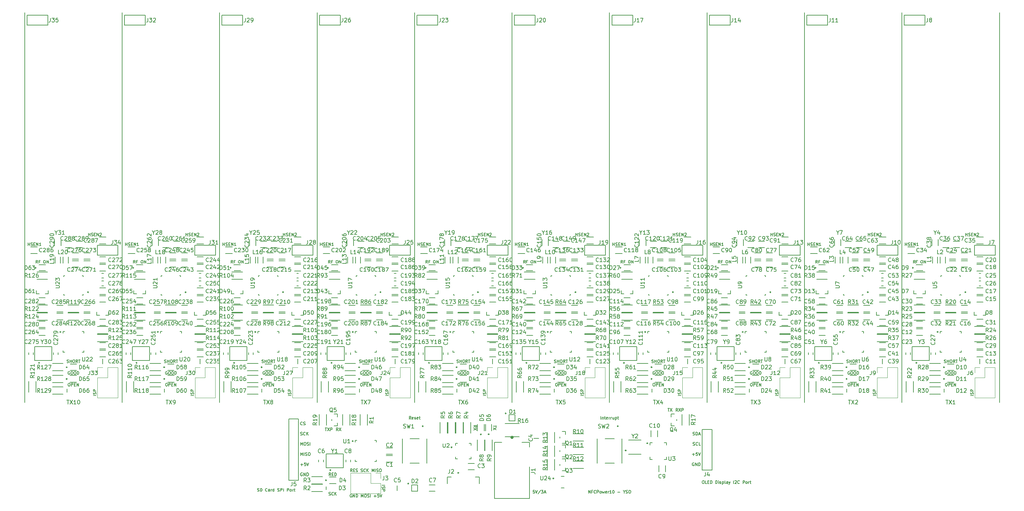
<source format=gbr>
%TF.GenerationSoftware,KiCad,Pcbnew,(5.1.6)-1*%
%TF.CreationDate,2020-11-27T14:01:37-07:00*%
%TF.ProjectId,NFCPower10,4e464350-6f77-4657-9231-302e6b696361,1*%
%TF.SameCoordinates,Original*%
%TF.FileFunction,Legend,Top*%
%TF.FilePolarity,Positive*%
%FSLAX46Y46*%
G04 Gerber Fmt 4.6, Leading zero omitted, Abs format (unit mm)*
G04 Created by KiCad (PCBNEW (5.1.6)-1) date 2020-11-27 14:01:37*
%MOMM*%
%LPD*%
G01*
G04 APERTURE LIST*
%ADD10C,0.150000*%
%ADD11C,0.250000*%
%ADD12C,0.249999*%
%ADD13C,0.127000*%
%ADD14C,0.400000*%
%ADD15C,0.120000*%
G04 APERTURE END LIST*
D10*
X116839285Y-144339285D02*
X116589285Y-143982142D01*
X116410714Y-144339285D02*
X116410714Y-143589285D01*
X116696428Y-143589285D01*
X116767857Y-143625000D01*
X116803571Y-143660714D01*
X116839285Y-143732142D01*
X116839285Y-143839285D01*
X116803571Y-143910714D01*
X116767857Y-143946428D01*
X116696428Y-143982142D01*
X116410714Y-143982142D01*
X117410714Y-143946428D02*
X117160714Y-143946428D01*
X117160714Y-144339285D02*
X117160714Y-143589285D01*
X117517857Y-143589285D01*
X118517857Y-143589285D02*
X118660714Y-143589285D01*
X118732142Y-143625000D01*
X118803571Y-143696428D01*
X118839285Y-143839285D01*
X118839285Y-144089285D01*
X118803571Y-144232142D01*
X118732142Y-144303571D01*
X118660714Y-144339285D01*
X118517857Y-144339285D01*
X118446428Y-144303571D01*
X118375000Y-144232142D01*
X118339285Y-144089285D01*
X118339285Y-143839285D01*
X118375000Y-143696428D01*
X118446428Y-143625000D01*
X118517857Y-143589285D01*
X119160714Y-144339285D02*
X119160714Y-143589285D01*
X119589285Y-144339285D01*
X119589285Y-143589285D01*
X124339285Y-169803571D02*
X124446428Y-169839285D01*
X124625000Y-169839285D01*
X124696428Y-169803571D01*
X124732142Y-169767857D01*
X124767857Y-169696428D01*
X124767857Y-169625000D01*
X124732142Y-169553571D01*
X124696428Y-169517857D01*
X124625000Y-169482142D01*
X124482142Y-169446428D01*
X124410714Y-169410714D01*
X124375000Y-169375000D01*
X124339285Y-169303571D01*
X124339285Y-169232142D01*
X124375000Y-169160714D01*
X124410714Y-169125000D01*
X124482142Y-169089285D01*
X124660714Y-169089285D01*
X124767857Y-169125000D01*
X125089285Y-169839285D02*
X125089285Y-169089285D01*
X125089285Y-169446428D02*
X125517857Y-169446428D01*
X125517857Y-169839285D02*
X125517857Y-169089285D01*
X126017857Y-169089285D02*
X126160714Y-169089285D01*
X126232142Y-169125000D01*
X126303571Y-169196428D01*
X126339285Y-169339285D01*
X126339285Y-169589285D01*
X126303571Y-169732142D01*
X126232142Y-169803571D01*
X126160714Y-169839285D01*
X126017857Y-169839285D01*
X125946428Y-169803571D01*
X125875000Y-169732142D01*
X125839285Y-169589285D01*
X125839285Y-169339285D01*
X125875000Y-169196428D01*
X125946428Y-169125000D01*
X126017857Y-169089285D01*
X127089285Y-169839285D02*
X126839285Y-169482142D01*
X126660714Y-169839285D02*
X126660714Y-169089285D01*
X126946428Y-169089285D01*
X127017857Y-169125000D01*
X127053571Y-169160714D01*
X127089285Y-169232142D01*
X127089285Y-169339285D01*
X127053571Y-169410714D01*
X127017857Y-169446428D01*
X126946428Y-169482142D01*
X126660714Y-169482142D01*
X127303571Y-169089285D02*
X127732142Y-169089285D01*
X127517857Y-169839285D02*
X127517857Y-169089285D01*
X125035714Y-172125000D02*
X124964285Y-172089285D01*
X124857142Y-172089285D01*
X124750000Y-172125000D01*
X124678571Y-172196428D01*
X124642857Y-172267857D01*
X124607142Y-172410714D01*
X124607142Y-172517857D01*
X124642857Y-172660714D01*
X124678571Y-172732142D01*
X124750000Y-172803571D01*
X124857142Y-172839285D01*
X124928571Y-172839285D01*
X125035714Y-172803571D01*
X125071428Y-172767857D01*
X125071428Y-172517857D01*
X124928571Y-172517857D01*
X125535714Y-172089285D02*
X125678571Y-172089285D01*
X125750000Y-172125000D01*
X125821428Y-172196428D01*
X125857142Y-172339285D01*
X125857142Y-172589285D01*
X125821428Y-172732142D01*
X125750000Y-172803571D01*
X125678571Y-172839285D01*
X125535714Y-172839285D01*
X125464285Y-172803571D01*
X125392857Y-172732142D01*
X125357142Y-172589285D01*
X125357142Y-172339285D01*
X125392857Y-172196428D01*
X125464285Y-172125000D01*
X125535714Y-172089285D01*
X126321428Y-172089285D02*
X126464285Y-172089285D01*
X126535714Y-172125000D01*
X126607142Y-172196428D01*
X126642857Y-172339285D01*
X126642857Y-172589285D01*
X126607142Y-172732142D01*
X126535714Y-172803571D01*
X126464285Y-172839285D01*
X126321428Y-172839285D01*
X126250000Y-172803571D01*
X126178571Y-172732142D01*
X126142857Y-172589285D01*
X126142857Y-172339285D01*
X126178571Y-172196428D01*
X126250000Y-172125000D01*
X126321428Y-172089285D01*
X126964285Y-172839285D02*
X126964285Y-172089285D01*
X127142857Y-172089285D01*
X127250000Y-172125000D01*
X127321428Y-172196428D01*
X127357142Y-172267857D01*
X127392857Y-172410714D01*
X127392857Y-172517857D01*
X127357142Y-172660714D01*
X127321428Y-172732142D01*
X127250000Y-172803571D01*
X127142857Y-172839285D01*
X126964285Y-172839285D01*
X124821428Y-175089285D02*
X124964285Y-175089285D01*
X125035714Y-175125000D01*
X125107142Y-175196428D01*
X125142857Y-175339285D01*
X125142857Y-175589285D01*
X125107142Y-175732142D01*
X125035714Y-175803571D01*
X124964285Y-175839285D01*
X124821428Y-175839285D01*
X124750000Y-175803571D01*
X124678571Y-175732142D01*
X124642857Y-175589285D01*
X124642857Y-175339285D01*
X124678571Y-175196428D01*
X124750000Y-175125000D01*
X124821428Y-175089285D01*
X125464285Y-175839285D02*
X125464285Y-175089285D01*
X125750000Y-175089285D01*
X125821428Y-175125000D01*
X125857142Y-175160714D01*
X125892857Y-175232142D01*
X125892857Y-175339285D01*
X125857142Y-175410714D01*
X125821428Y-175446428D01*
X125750000Y-175482142D01*
X125464285Y-175482142D01*
X126214285Y-175446428D02*
X126464285Y-175446428D01*
X126571428Y-175839285D02*
X126214285Y-175839285D01*
X126214285Y-175089285D01*
X126571428Y-175089285D01*
X126892857Y-175839285D02*
X126892857Y-175089285D01*
X127321428Y-175839285D01*
X127321428Y-175089285D01*
X131839285Y-178232142D02*
X131089285Y-178232142D01*
X131803571Y-177910714D02*
X131839285Y-177803571D01*
X131839285Y-177625000D01*
X131803571Y-177553571D01*
X131767857Y-177517857D01*
X131696428Y-177482142D01*
X131625000Y-177482142D01*
X131553571Y-177517857D01*
X131517857Y-177553571D01*
X131482142Y-177625000D01*
X131446428Y-177767857D01*
X131410714Y-177839285D01*
X131375000Y-177875000D01*
X131303571Y-177910714D01*
X131232142Y-177910714D01*
X131160714Y-177875000D01*
X131125000Y-177839285D01*
X131089285Y-177767857D01*
X131089285Y-177589285D01*
X131125000Y-177482142D01*
X131839285Y-177160714D02*
X131089285Y-177160714D01*
X131089285Y-176875000D01*
X131125000Y-176803571D01*
X131160714Y-176767857D01*
X131232142Y-176732142D01*
X131339285Y-176732142D01*
X131410714Y-176767857D01*
X131446428Y-176803571D01*
X131482142Y-176875000D01*
X131482142Y-177160714D01*
X114339285Y-139839285D02*
X114339285Y-139089285D01*
X114339285Y-139446428D02*
X114767857Y-139446428D01*
X114767857Y-139839285D02*
X114767857Y-139089285D01*
X115089285Y-139803571D02*
X115196428Y-139839285D01*
X115375000Y-139839285D01*
X115446428Y-139803571D01*
X115482142Y-139767857D01*
X115517857Y-139696428D01*
X115517857Y-139625000D01*
X115482142Y-139553571D01*
X115446428Y-139517857D01*
X115375000Y-139482142D01*
X115232142Y-139446428D01*
X115160714Y-139410714D01*
X115125000Y-139375000D01*
X115089285Y-139303571D01*
X115089285Y-139232142D01*
X115125000Y-139160714D01*
X115160714Y-139125000D01*
X115232142Y-139089285D01*
X115410714Y-139089285D01*
X115517857Y-139125000D01*
X115839285Y-139446428D02*
X116089285Y-139446428D01*
X116196428Y-139839285D02*
X115839285Y-139839285D01*
X115839285Y-139089285D01*
X116196428Y-139089285D01*
X116517857Y-139839285D02*
X116517857Y-139089285D01*
X116946428Y-139839285D01*
X116946428Y-139089285D01*
X117696428Y-139839285D02*
X117267857Y-139839285D01*
X117482142Y-139839285D02*
X117482142Y-139089285D01*
X117410714Y-139196428D01*
X117339285Y-139267857D01*
X117267857Y-139303571D01*
X129839285Y-137339285D02*
X129839285Y-136589285D01*
X129839285Y-136946428D02*
X130267857Y-136946428D01*
X130267857Y-137339285D02*
X130267857Y-136589285D01*
X130589285Y-137303571D02*
X130696428Y-137339285D01*
X130875000Y-137339285D01*
X130946428Y-137303571D01*
X130982142Y-137267857D01*
X131017857Y-137196428D01*
X131017857Y-137125000D01*
X130982142Y-137053571D01*
X130946428Y-137017857D01*
X130875000Y-136982142D01*
X130732142Y-136946428D01*
X130660714Y-136910714D01*
X130625000Y-136875000D01*
X130589285Y-136803571D01*
X130589285Y-136732142D01*
X130625000Y-136660714D01*
X130660714Y-136625000D01*
X130732142Y-136589285D01*
X130910714Y-136589285D01*
X131017857Y-136625000D01*
X131339285Y-136946428D02*
X131589285Y-136946428D01*
X131696428Y-137339285D02*
X131339285Y-137339285D01*
X131339285Y-136589285D01*
X131696428Y-136589285D01*
X132017857Y-137339285D02*
X132017857Y-136589285D01*
X132446428Y-137339285D01*
X132446428Y-136589285D01*
X132767857Y-136660714D02*
X132803571Y-136625000D01*
X132875000Y-136589285D01*
X133053571Y-136589285D01*
X133125000Y-136625000D01*
X133160714Y-136660714D01*
X133196428Y-136732142D01*
X133196428Y-136803571D01*
X133160714Y-136910714D01*
X132732142Y-137339285D01*
X133196428Y-137339285D01*
X141839285Y-144339285D02*
X141589285Y-143982142D01*
X141410714Y-144339285D02*
X141410714Y-143589285D01*
X141696428Y-143589285D01*
X141767857Y-143625000D01*
X141803571Y-143660714D01*
X141839285Y-143732142D01*
X141839285Y-143839285D01*
X141803571Y-143910714D01*
X141767857Y-143946428D01*
X141696428Y-143982142D01*
X141410714Y-143982142D01*
X142410714Y-143946428D02*
X142160714Y-143946428D01*
X142160714Y-144339285D02*
X142160714Y-143589285D01*
X142517857Y-143589285D01*
X143517857Y-143589285D02*
X143660714Y-143589285D01*
X143732142Y-143625000D01*
X143803571Y-143696428D01*
X143839285Y-143839285D01*
X143839285Y-144089285D01*
X143803571Y-144232142D01*
X143732142Y-144303571D01*
X143660714Y-144339285D01*
X143517857Y-144339285D01*
X143446428Y-144303571D01*
X143375000Y-144232142D01*
X143339285Y-144089285D01*
X143339285Y-143839285D01*
X143375000Y-143696428D01*
X143446428Y-143625000D01*
X143517857Y-143589285D01*
X144160714Y-144339285D02*
X144160714Y-143589285D01*
X144589285Y-144339285D01*
X144589285Y-143589285D01*
X149339285Y-169803571D02*
X149446428Y-169839285D01*
X149625000Y-169839285D01*
X149696428Y-169803571D01*
X149732142Y-169767857D01*
X149767857Y-169696428D01*
X149767857Y-169625000D01*
X149732142Y-169553571D01*
X149696428Y-169517857D01*
X149625000Y-169482142D01*
X149482142Y-169446428D01*
X149410714Y-169410714D01*
X149375000Y-169375000D01*
X149339285Y-169303571D01*
X149339285Y-169232142D01*
X149375000Y-169160714D01*
X149410714Y-169125000D01*
X149482142Y-169089285D01*
X149660714Y-169089285D01*
X149767857Y-169125000D01*
X150089285Y-169839285D02*
X150089285Y-169089285D01*
X150089285Y-169446428D02*
X150517857Y-169446428D01*
X150517857Y-169839285D02*
X150517857Y-169089285D01*
X151017857Y-169089285D02*
X151160714Y-169089285D01*
X151232142Y-169125000D01*
X151303571Y-169196428D01*
X151339285Y-169339285D01*
X151339285Y-169589285D01*
X151303571Y-169732142D01*
X151232142Y-169803571D01*
X151160714Y-169839285D01*
X151017857Y-169839285D01*
X150946428Y-169803571D01*
X150875000Y-169732142D01*
X150839285Y-169589285D01*
X150839285Y-169339285D01*
X150875000Y-169196428D01*
X150946428Y-169125000D01*
X151017857Y-169089285D01*
X152089285Y-169839285D02*
X151839285Y-169482142D01*
X151660714Y-169839285D02*
X151660714Y-169089285D01*
X151946428Y-169089285D01*
X152017857Y-169125000D01*
X152053571Y-169160714D01*
X152089285Y-169232142D01*
X152089285Y-169339285D01*
X152053571Y-169410714D01*
X152017857Y-169446428D01*
X151946428Y-169482142D01*
X151660714Y-169482142D01*
X152303571Y-169089285D02*
X152732142Y-169089285D01*
X152517857Y-169839285D02*
X152517857Y-169089285D01*
X150035714Y-172125000D02*
X149964285Y-172089285D01*
X149857142Y-172089285D01*
X149750000Y-172125000D01*
X149678571Y-172196428D01*
X149642857Y-172267857D01*
X149607142Y-172410714D01*
X149607142Y-172517857D01*
X149642857Y-172660714D01*
X149678571Y-172732142D01*
X149750000Y-172803571D01*
X149857142Y-172839285D01*
X149928571Y-172839285D01*
X150035714Y-172803571D01*
X150071428Y-172767857D01*
X150071428Y-172517857D01*
X149928571Y-172517857D01*
X150535714Y-172089285D02*
X150678571Y-172089285D01*
X150750000Y-172125000D01*
X150821428Y-172196428D01*
X150857142Y-172339285D01*
X150857142Y-172589285D01*
X150821428Y-172732142D01*
X150750000Y-172803571D01*
X150678571Y-172839285D01*
X150535714Y-172839285D01*
X150464285Y-172803571D01*
X150392857Y-172732142D01*
X150357142Y-172589285D01*
X150357142Y-172339285D01*
X150392857Y-172196428D01*
X150464285Y-172125000D01*
X150535714Y-172089285D01*
X151321428Y-172089285D02*
X151464285Y-172089285D01*
X151535714Y-172125000D01*
X151607142Y-172196428D01*
X151642857Y-172339285D01*
X151642857Y-172589285D01*
X151607142Y-172732142D01*
X151535714Y-172803571D01*
X151464285Y-172839285D01*
X151321428Y-172839285D01*
X151250000Y-172803571D01*
X151178571Y-172732142D01*
X151142857Y-172589285D01*
X151142857Y-172339285D01*
X151178571Y-172196428D01*
X151250000Y-172125000D01*
X151321428Y-172089285D01*
X151964285Y-172839285D02*
X151964285Y-172089285D01*
X152142857Y-172089285D01*
X152250000Y-172125000D01*
X152321428Y-172196428D01*
X152357142Y-172267857D01*
X152392857Y-172410714D01*
X152392857Y-172517857D01*
X152357142Y-172660714D01*
X152321428Y-172732142D01*
X152250000Y-172803571D01*
X152142857Y-172839285D01*
X151964285Y-172839285D01*
X149821428Y-175089285D02*
X149964285Y-175089285D01*
X150035714Y-175125000D01*
X150107142Y-175196428D01*
X150142857Y-175339285D01*
X150142857Y-175589285D01*
X150107142Y-175732142D01*
X150035714Y-175803571D01*
X149964285Y-175839285D01*
X149821428Y-175839285D01*
X149750000Y-175803571D01*
X149678571Y-175732142D01*
X149642857Y-175589285D01*
X149642857Y-175339285D01*
X149678571Y-175196428D01*
X149750000Y-175125000D01*
X149821428Y-175089285D01*
X150464285Y-175839285D02*
X150464285Y-175089285D01*
X150750000Y-175089285D01*
X150821428Y-175125000D01*
X150857142Y-175160714D01*
X150892857Y-175232142D01*
X150892857Y-175339285D01*
X150857142Y-175410714D01*
X150821428Y-175446428D01*
X150750000Y-175482142D01*
X150464285Y-175482142D01*
X151214285Y-175446428D02*
X151464285Y-175446428D01*
X151571428Y-175839285D02*
X151214285Y-175839285D01*
X151214285Y-175089285D01*
X151571428Y-175089285D01*
X151892857Y-175839285D02*
X151892857Y-175089285D01*
X152321428Y-175839285D01*
X152321428Y-175089285D01*
X156839285Y-178232142D02*
X156089285Y-178232142D01*
X156803571Y-177910714D02*
X156839285Y-177803571D01*
X156839285Y-177625000D01*
X156803571Y-177553571D01*
X156767857Y-177517857D01*
X156696428Y-177482142D01*
X156625000Y-177482142D01*
X156553571Y-177517857D01*
X156517857Y-177553571D01*
X156482142Y-177625000D01*
X156446428Y-177767857D01*
X156410714Y-177839285D01*
X156375000Y-177875000D01*
X156303571Y-177910714D01*
X156232142Y-177910714D01*
X156160714Y-177875000D01*
X156125000Y-177839285D01*
X156089285Y-177767857D01*
X156089285Y-177589285D01*
X156125000Y-177482142D01*
X156839285Y-177160714D02*
X156089285Y-177160714D01*
X156089285Y-176875000D01*
X156125000Y-176803571D01*
X156160714Y-176767857D01*
X156232142Y-176732142D01*
X156339285Y-176732142D01*
X156410714Y-176767857D01*
X156446428Y-176803571D01*
X156482142Y-176875000D01*
X156482142Y-177160714D01*
X139339285Y-139839285D02*
X139339285Y-139089285D01*
X139339285Y-139446428D02*
X139767857Y-139446428D01*
X139767857Y-139839285D02*
X139767857Y-139089285D01*
X140089285Y-139803571D02*
X140196428Y-139839285D01*
X140375000Y-139839285D01*
X140446428Y-139803571D01*
X140482142Y-139767857D01*
X140517857Y-139696428D01*
X140517857Y-139625000D01*
X140482142Y-139553571D01*
X140446428Y-139517857D01*
X140375000Y-139482142D01*
X140232142Y-139446428D01*
X140160714Y-139410714D01*
X140125000Y-139375000D01*
X140089285Y-139303571D01*
X140089285Y-139232142D01*
X140125000Y-139160714D01*
X140160714Y-139125000D01*
X140232142Y-139089285D01*
X140410714Y-139089285D01*
X140517857Y-139125000D01*
X140839285Y-139446428D02*
X141089285Y-139446428D01*
X141196428Y-139839285D02*
X140839285Y-139839285D01*
X140839285Y-139089285D01*
X141196428Y-139089285D01*
X141517857Y-139839285D02*
X141517857Y-139089285D01*
X141946428Y-139839285D01*
X141946428Y-139089285D01*
X142696428Y-139839285D02*
X142267857Y-139839285D01*
X142482142Y-139839285D02*
X142482142Y-139089285D01*
X142410714Y-139196428D01*
X142339285Y-139267857D01*
X142267857Y-139303571D01*
X154839285Y-137339285D02*
X154839285Y-136589285D01*
X154839285Y-136946428D02*
X155267857Y-136946428D01*
X155267857Y-137339285D02*
X155267857Y-136589285D01*
X155589285Y-137303571D02*
X155696428Y-137339285D01*
X155875000Y-137339285D01*
X155946428Y-137303571D01*
X155982142Y-137267857D01*
X156017857Y-137196428D01*
X156017857Y-137125000D01*
X155982142Y-137053571D01*
X155946428Y-137017857D01*
X155875000Y-136982142D01*
X155732142Y-136946428D01*
X155660714Y-136910714D01*
X155625000Y-136875000D01*
X155589285Y-136803571D01*
X155589285Y-136732142D01*
X155625000Y-136660714D01*
X155660714Y-136625000D01*
X155732142Y-136589285D01*
X155910714Y-136589285D01*
X156017857Y-136625000D01*
X156339285Y-136946428D02*
X156589285Y-136946428D01*
X156696428Y-137339285D02*
X156339285Y-137339285D01*
X156339285Y-136589285D01*
X156696428Y-136589285D01*
X157017857Y-137339285D02*
X157017857Y-136589285D01*
X157446428Y-137339285D01*
X157446428Y-136589285D01*
X157767857Y-136660714D02*
X157803571Y-136625000D01*
X157875000Y-136589285D01*
X158053571Y-136589285D01*
X158125000Y-136625000D01*
X158160714Y-136660714D01*
X158196428Y-136732142D01*
X158196428Y-136803571D01*
X158160714Y-136910714D01*
X157732142Y-137339285D01*
X158196428Y-137339285D01*
X166839285Y-144339285D02*
X166589285Y-143982142D01*
X166410714Y-144339285D02*
X166410714Y-143589285D01*
X166696428Y-143589285D01*
X166767857Y-143625000D01*
X166803571Y-143660714D01*
X166839285Y-143732142D01*
X166839285Y-143839285D01*
X166803571Y-143910714D01*
X166767857Y-143946428D01*
X166696428Y-143982142D01*
X166410714Y-143982142D01*
X167410714Y-143946428D02*
X167160714Y-143946428D01*
X167160714Y-144339285D02*
X167160714Y-143589285D01*
X167517857Y-143589285D01*
X168517857Y-143589285D02*
X168660714Y-143589285D01*
X168732142Y-143625000D01*
X168803571Y-143696428D01*
X168839285Y-143839285D01*
X168839285Y-144089285D01*
X168803571Y-144232142D01*
X168732142Y-144303571D01*
X168660714Y-144339285D01*
X168517857Y-144339285D01*
X168446428Y-144303571D01*
X168375000Y-144232142D01*
X168339285Y-144089285D01*
X168339285Y-143839285D01*
X168375000Y-143696428D01*
X168446428Y-143625000D01*
X168517857Y-143589285D01*
X169160714Y-144339285D02*
X169160714Y-143589285D01*
X169589285Y-144339285D01*
X169589285Y-143589285D01*
X174339285Y-169803571D02*
X174446428Y-169839285D01*
X174625000Y-169839285D01*
X174696428Y-169803571D01*
X174732142Y-169767857D01*
X174767857Y-169696428D01*
X174767857Y-169625000D01*
X174732142Y-169553571D01*
X174696428Y-169517857D01*
X174625000Y-169482142D01*
X174482142Y-169446428D01*
X174410714Y-169410714D01*
X174375000Y-169375000D01*
X174339285Y-169303571D01*
X174339285Y-169232142D01*
X174375000Y-169160714D01*
X174410714Y-169125000D01*
X174482142Y-169089285D01*
X174660714Y-169089285D01*
X174767857Y-169125000D01*
X175089285Y-169839285D02*
X175089285Y-169089285D01*
X175089285Y-169446428D02*
X175517857Y-169446428D01*
X175517857Y-169839285D02*
X175517857Y-169089285D01*
X176017857Y-169089285D02*
X176160714Y-169089285D01*
X176232142Y-169125000D01*
X176303571Y-169196428D01*
X176339285Y-169339285D01*
X176339285Y-169589285D01*
X176303571Y-169732142D01*
X176232142Y-169803571D01*
X176160714Y-169839285D01*
X176017857Y-169839285D01*
X175946428Y-169803571D01*
X175875000Y-169732142D01*
X175839285Y-169589285D01*
X175839285Y-169339285D01*
X175875000Y-169196428D01*
X175946428Y-169125000D01*
X176017857Y-169089285D01*
X177089285Y-169839285D02*
X176839285Y-169482142D01*
X176660714Y-169839285D02*
X176660714Y-169089285D01*
X176946428Y-169089285D01*
X177017857Y-169125000D01*
X177053571Y-169160714D01*
X177089285Y-169232142D01*
X177089285Y-169339285D01*
X177053571Y-169410714D01*
X177017857Y-169446428D01*
X176946428Y-169482142D01*
X176660714Y-169482142D01*
X177303571Y-169089285D02*
X177732142Y-169089285D01*
X177517857Y-169839285D02*
X177517857Y-169089285D01*
X175035714Y-172125000D02*
X174964285Y-172089285D01*
X174857142Y-172089285D01*
X174750000Y-172125000D01*
X174678571Y-172196428D01*
X174642857Y-172267857D01*
X174607142Y-172410714D01*
X174607142Y-172517857D01*
X174642857Y-172660714D01*
X174678571Y-172732142D01*
X174750000Y-172803571D01*
X174857142Y-172839285D01*
X174928571Y-172839285D01*
X175035714Y-172803571D01*
X175071428Y-172767857D01*
X175071428Y-172517857D01*
X174928571Y-172517857D01*
X175535714Y-172089285D02*
X175678571Y-172089285D01*
X175750000Y-172125000D01*
X175821428Y-172196428D01*
X175857142Y-172339285D01*
X175857142Y-172589285D01*
X175821428Y-172732142D01*
X175750000Y-172803571D01*
X175678571Y-172839285D01*
X175535714Y-172839285D01*
X175464285Y-172803571D01*
X175392857Y-172732142D01*
X175357142Y-172589285D01*
X175357142Y-172339285D01*
X175392857Y-172196428D01*
X175464285Y-172125000D01*
X175535714Y-172089285D01*
X176321428Y-172089285D02*
X176464285Y-172089285D01*
X176535714Y-172125000D01*
X176607142Y-172196428D01*
X176642857Y-172339285D01*
X176642857Y-172589285D01*
X176607142Y-172732142D01*
X176535714Y-172803571D01*
X176464285Y-172839285D01*
X176321428Y-172839285D01*
X176250000Y-172803571D01*
X176178571Y-172732142D01*
X176142857Y-172589285D01*
X176142857Y-172339285D01*
X176178571Y-172196428D01*
X176250000Y-172125000D01*
X176321428Y-172089285D01*
X176964285Y-172839285D02*
X176964285Y-172089285D01*
X177142857Y-172089285D01*
X177250000Y-172125000D01*
X177321428Y-172196428D01*
X177357142Y-172267857D01*
X177392857Y-172410714D01*
X177392857Y-172517857D01*
X177357142Y-172660714D01*
X177321428Y-172732142D01*
X177250000Y-172803571D01*
X177142857Y-172839285D01*
X176964285Y-172839285D01*
X174821428Y-175089285D02*
X174964285Y-175089285D01*
X175035714Y-175125000D01*
X175107142Y-175196428D01*
X175142857Y-175339285D01*
X175142857Y-175589285D01*
X175107142Y-175732142D01*
X175035714Y-175803571D01*
X174964285Y-175839285D01*
X174821428Y-175839285D01*
X174750000Y-175803571D01*
X174678571Y-175732142D01*
X174642857Y-175589285D01*
X174642857Y-175339285D01*
X174678571Y-175196428D01*
X174750000Y-175125000D01*
X174821428Y-175089285D01*
X175464285Y-175839285D02*
X175464285Y-175089285D01*
X175750000Y-175089285D01*
X175821428Y-175125000D01*
X175857142Y-175160714D01*
X175892857Y-175232142D01*
X175892857Y-175339285D01*
X175857142Y-175410714D01*
X175821428Y-175446428D01*
X175750000Y-175482142D01*
X175464285Y-175482142D01*
X176214285Y-175446428D02*
X176464285Y-175446428D01*
X176571428Y-175839285D02*
X176214285Y-175839285D01*
X176214285Y-175089285D01*
X176571428Y-175089285D01*
X176892857Y-175839285D02*
X176892857Y-175089285D01*
X177321428Y-175839285D01*
X177321428Y-175089285D01*
X181839285Y-178232142D02*
X181089285Y-178232142D01*
X181803571Y-177910714D02*
X181839285Y-177803571D01*
X181839285Y-177625000D01*
X181803571Y-177553571D01*
X181767857Y-177517857D01*
X181696428Y-177482142D01*
X181625000Y-177482142D01*
X181553571Y-177517857D01*
X181517857Y-177553571D01*
X181482142Y-177625000D01*
X181446428Y-177767857D01*
X181410714Y-177839285D01*
X181375000Y-177875000D01*
X181303571Y-177910714D01*
X181232142Y-177910714D01*
X181160714Y-177875000D01*
X181125000Y-177839285D01*
X181089285Y-177767857D01*
X181089285Y-177589285D01*
X181125000Y-177482142D01*
X181839285Y-177160714D02*
X181089285Y-177160714D01*
X181089285Y-176875000D01*
X181125000Y-176803571D01*
X181160714Y-176767857D01*
X181232142Y-176732142D01*
X181339285Y-176732142D01*
X181410714Y-176767857D01*
X181446428Y-176803571D01*
X181482142Y-176875000D01*
X181482142Y-177160714D01*
X164339285Y-139839285D02*
X164339285Y-139089285D01*
X164339285Y-139446428D02*
X164767857Y-139446428D01*
X164767857Y-139839285D02*
X164767857Y-139089285D01*
X165089285Y-139803571D02*
X165196428Y-139839285D01*
X165375000Y-139839285D01*
X165446428Y-139803571D01*
X165482142Y-139767857D01*
X165517857Y-139696428D01*
X165517857Y-139625000D01*
X165482142Y-139553571D01*
X165446428Y-139517857D01*
X165375000Y-139482142D01*
X165232142Y-139446428D01*
X165160714Y-139410714D01*
X165125000Y-139375000D01*
X165089285Y-139303571D01*
X165089285Y-139232142D01*
X165125000Y-139160714D01*
X165160714Y-139125000D01*
X165232142Y-139089285D01*
X165410714Y-139089285D01*
X165517857Y-139125000D01*
X165839285Y-139446428D02*
X166089285Y-139446428D01*
X166196428Y-139839285D02*
X165839285Y-139839285D01*
X165839285Y-139089285D01*
X166196428Y-139089285D01*
X166517857Y-139839285D02*
X166517857Y-139089285D01*
X166946428Y-139839285D01*
X166946428Y-139089285D01*
X167696428Y-139839285D02*
X167267857Y-139839285D01*
X167482142Y-139839285D02*
X167482142Y-139089285D01*
X167410714Y-139196428D01*
X167339285Y-139267857D01*
X167267857Y-139303571D01*
X179839285Y-137339285D02*
X179839285Y-136589285D01*
X179839285Y-136946428D02*
X180267857Y-136946428D01*
X180267857Y-137339285D02*
X180267857Y-136589285D01*
X180589285Y-137303571D02*
X180696428Y-137339285D01*
X180875000Y-137339285D01*
X180946428Y-137303571D01*
X180982142Y-137267857D01*
X181017857Y-137196428D01*
X181017857Y-137125000D01*
X180982142Y-137053571D01*
X180946428Y-137017857D01*
X180875000Y-136982142D01*
X180732142Y-136946428D01*
X180660714Y-136910714D01*
X180625000Y-136875000D01*
X180589285Y-136803571D01*
X180589285Y-136732142D01*
X180625000Y-136660714D01*
X180660714Y-136625000D01*
X180732142Y-136589285D01*
X180910714Y-136589285D01*
X181017857Y-136625000D01*
X181339285Y-136946428D02*
X181589285Y-136946428D01*
X181696428Y-137339285D02*
X181339285Y-137339285D01*
X181339285Y-136589285D01*
X181696428Y-136589285D01*
X182017857Y-137339285D02*
X182017857Y-136589285D01*
X182446428Y-137339285D01*
X182446428Y-136589285D01*
X182767857Y-136660714D02*
X182803571Y-136625000D01*
X182875000Y-136589285D01*
X183053571Y-136589285D01*
X183125000Y-136625000D01*
X183160714Y-136660714D01*
X183196428Y-136732142D01*
X183196428Y-136803571D01*
X183160714Y-136910714D01*
X182732142Y-137339285D01*
X183196428Y-137339285D01*
X191839285Y-144339285D02*
X191589285Y-143982142D01*
X191410714Y-144339285D02*
X191410714Y-143589285D01*
X191696428Y-143589285D01*
X191767857Y-143625000D01*
X191803571Y-143660714D01*
X191839285Y-143732142D01*
X191839285Y-143839285D01*
X191803571Y-143910714D01*
X191767857Y-143946428D01*
X191696428Y-143982142D01*
X191410714Y-143982142D01*
X192410714Y-143946428D02*
X192160714Y-143946428D01*
X192160714Y-144339285D02*
X192160714Y-143589285D01*
X192517857Y-143589285D01*
X193517857Y-143589285D02*
X193660714Y-143589285D01*
X193732142Y-143625000D01*
X193803571Y-143696428D01*
X193839285Y-143839285D01*
X193839285Y-144089285D01*
X193803571Y-144232142D01*
X193732142Y-144303571D01*
X193660714Y-144339285D01*
X193517857Y-144339285D01*
X193446428Y-144303571D01*
X193375000Y-144232142D01*
X193339285Y-144089285D01*
X193339285Y-143839285D01*
X193375000Y-143696428D01*
X193446428Y-143625000D01*
X193517857Y-143589285D01*
X194160714Y-144339285D02*
X194160714Y-143589285D01*
X194589285Y-144339285D01*
X194589285Y-143589285D01*
X199339285Y-169803571D02*
X199446428Y-169839285D01*
X199625000Y-169839285D01*
X199696428Y-169803571D01*
X199732142Y-169767857D01*
X199767857Y-169696428D01*
X199767857Y-169625000D01*
X199732142Y-169553571D01*
X199696428Y-169517857D01*
X199625000Y-169482142D01*
X199482142Y-169446428D01*
X199410714Y-169410714D01*
X199375000Y-169375000D01*
X199339285Y-169303571D01*
X199339285Y-169232142D01*
X199375000Y-169160714D01*
X199410714Y-169125000D01*
X199482142Y-169089285D01*
X199660714Y-169089285D01*
X199767857Y-169125000D01*
X200089285Y-169839285D02*
X200089285Y-169089285D01*
X200089285Y-169446428D02*
X200517857Y-169446428D01*
X200517857Y-169839285D02*
X200517857Y-169089285D01*
X201017857Y-169089285D02*
X201160714Y-169089285D01*
X201232142Y-169125000D01*
X201303571Y-169196428D01*
X201339285Y-169339285D01*
X201339285Y-169589285D01*
X201303571Y-169732142D01*
X201232142Y-169803571D01*
X201160714Y-169839285D01*
X201017857Y-169839285D01*
X200946428Y-169803571D01*
X200875000Y-169732142D01*
X200839285Y-169589285D01*
X200839285Y-169339285D01*
X200875000Y-169196428D01*
X200946428Y-169125000D01*
X201017857Y-169089285D01*
X202089285Y-169839285D02*
X201839285Y-169482142D01*
X201660714Y-169839285D02*
X201660714Y-169089285D01*
X201946428Y-169089285D01*
X202017857Y-169125000D01*
X202053571Y-169160714D01*
X202089285Y-169232142D01*
X202089285Y-169339285D01*
X202053571Y-169410714D01*
X202017857Y-169446428D01*
X201946428Y-169482142D01*
X201660714Y-169482142D01*
X202303571Y-169089285D02*
X202732142Y-169089285D01*
X202517857Y-169839285D02*
X202517857Y-169089285D01*
X200035714Y-172125000D02*
X199964285Y-172089285D01*
X199857142Y-172089285D01*
X199750000Y-172125000D01*
X199678571Y-172196428D01*
X199642857Y-172267857D01*
X199607142Y-172410714D01*
X199607142Y-172517857D01*
X199642857Y-172660714D01*
X199678571Y-172732142D01*
X199750000Y-172803571D01*
X199857142Y-172839285D01*
X199928571Y-172839285D01*
X200035714Y-172803571D01*
X200071428Y-172767857D01*
X200071428Y-172517857D01*
X199928571Y-172517857D01*
X200535714Y-172089285D02*
X200678571Y-172089285D01*
X200750000Y-172125000D01*
X200821428Y-172196428D01*
X200857142Y-172339285D01*
X200857142Y-172589285D01*
X200821428Y-172732142D01*
X200750000Y-172803571D01*
X200678571Y-172839285D01*
X200535714Y-172839285D01*
X200464285Y-172803571D01*
X200392857Y-172732142D01*
X200357142Y-172589285D01*
X200357142Y-172339285D01*
X200392857Y-172196428D01*
X200464285Y-172125000D01*
X200535714Y-172089285D01*
X201321428Y-172089285D02*
X201464285Y-172089285D01*
X201535714Y-172125000D01*
X201607142Y-172196428D01*
X201642857Y-172339285D01*
X201642857Y-172589285D01*
X201607142Y-172732142D01*
X201535714Y-172803571D01*
X201464285Y-172839285D01*
X201321428Y-172839285D01*
X201250000Y-172803571D01*
X201178571Y-172732142D01*
X201142857Y-172589285D01*
X201142857Y-172339285D01*
X201178571Y-172196428D01*
X201250000Y-172125000D01*
X201321428Y-172089285D01*
X201964285Y-172839285D02*
X201964285Y-172089285D01*
X202142857Y-172089285D01*
X202250000Y-172125000D01*
X202321428Y-172196428D01*
X202357142Y-172267857D01*
X202392857Y-172410714D01*
X202392857Y-172517857D01*
X202357142Y-172660714D01*
X202321428Y-172732142D01*
X202250000Y-172803571D01*
X202142857Y-172839285D01*
X201964285Y-172839285D01*
X199821428Y-175089285D02*
X199964285Y-175089285D01*
X200035714Y-175125000D01*
X200107142Y-175196428D01*
X200142857Y-175339285D01*
X200142857Y-175589285D01*
X200107142Y-175732142D01*
X200035714Y-175803571D01*
X199964285Y-175839285D01*
X199821428Y-175839285D01*
X199750000Y-175803571D01*
X199678571Y-175732142D01*
X199642857Y-175589285D01*
X199642857Y-175339285D01*
X199678571Y-175196428D01*
X199750000Y-175125000D01*
X199821428Y-175089285D01*
X200464285Y-175839285D02*
X200464285Y-175089285D01*
X200750000Y-175089285D01*
X200821428Y-175125000D01*
X200857142Y-175160714D01*
X200892857Y-175232142D01*
X200892857Y-175339285D01*
X200857142Y-175410714D01*
X200821428Y-175446428D01*
X200750000Y-175482142D01*
X200464285Y-175482142D01*
X201214285Y-175446428D02*
X201464285Y-175446428D01*
X201571428Y-175839285D02*
X201214285Y-175839285D01*
X201214285Y-175089285D01*
X201571428Y-175089285D01*
X201892857Y-175839285D02*
X201892857Y-175089285D01*
X202321428Y-175839285D01*
X202321428Y-175089285D01*
X206839285Y-178232142D02*
X206089285Y-178232142D01*
X206803571Y-177910714D02*
X206839285Y-177803571D01*
X206839285Y-177625000D01*
X206803571Y-177553571D01*
X206767857Y-177517857D01*
X206696428Y-177482142D01*
X206625000Y-177482142D01*
X206553571Y-177517857D01*
X206517857Y-177553571D01*
X206482142Y-177625000D01*
X206446428Y-177767857D01*
X206410714Y-177839285D01*
X206375000Y-177875000D01*
X206303571Y-177910714D01*
X206232142Y-177910714D01*
X206160714Y-177875000D01*
X206125000Y-177839285D01*
X206089285Y-177767857D01*
X206089285Y-177589285D01*
X206125000Y-177482142D01*
X206839285Y-177160714D02*
X206089285Y-177160714D01*
X206089285Y-176875000D01*
X206125000Y-176803571D01*
X206160714Y-176767857D01*
X206232142Y-176732142D01*
X206339285Y-176732142D01*
X206410714Y-176767857D01*
X206446428Y-176803571D01*
X206482142Y-176875000D01*
X206482142Y-177160714D01*
X189339285Y-139839285D02*
X189339285Y-139089285D01*
X189339285Y-139446428D02*
X189767857Y-139446428D01*
X189767857Y-139839285D02*
X189767857Y-139089285D01*
X190089285Y-139803571D02*
X190196428Y-139839285D01*
X190375000Y-139839285D01*
X190446428Y-139803571D01*
X190482142Y-139767857D01*
X190517857Y-139696428D01*
X190517857Y-139625000D01*
X190482142Y-139553571D01*
X190446428Y-139517857D01*
X190375000Y-139482142D01*
X190232142Y-139446428D01*
X190160714Y-139410714D01*
X190125000Y-139375000D01*
X190089285Y-139303571D01*
X190089285Y-139232142D01*
X190125000Y-139160714D01*
X190160714Y-139125000D01*
X190232142Y-139089285D01*
X190410714Y-139089285D01*
X190517857Y-139125000D01*
X190839285Y-139446428D02*
X191089285Y-139446428D01*
X191196428Y-139839285D02*
X190839285Y-139839285D01*
X190839285Y-139089285D01*
X191196428Y-139089285D01*
X191517857Y-139839285D02*
X191517857Y-139089285D01*
X191946428Y-139839285D01*
X191946428Y-139089285D01*
X192696428Y-139839285D02*
X192267857Y-139839285D01*
X192482142Y-139839285D02*
X192482142Y-139089285D01*
X192410714Y-139196428D01*
X192339285Y-139267857D01*
X192267857Y-139303571D01*
X204839285Y-137339285D02*
X204839285Y-136589285D01*
X204839285Y-136946428D02*
X205267857Y-136946428D01*
X205267857Y-137339285D02*
X205267857Y-136589285D01*
X205589285Y-137303571D02*
X205696428Y-137339285D01*
X205875000Y-137339285D01*
X205946428Y-137303571D01*
X205982142Y-137267857D01*
X206017857Y-137196428D01*
X206017857Y-137125000D01*
X205982142Y-137053571D01*
X205946428Y-137017857D01*
X205875000Y-136982142D01*
X205732142Y-136946428D01*
X205660714Y-136910714D01*
X205625000Y-136875000D01*
X205589285Y-136803571D01*
X205589285Y-136732142D01*
X205625000Y-136660714D01*
X205660714Y-136625000D01*
X205732142Y-136589285D01*
X205910714Y-136589285D01*
X206017857Y-136625000D01*
X206339285Y-136946428D02*
X206589285Y-136946428D01*
X206696428Y-137339285D02*
X206339285Y-137339285D01*
X206339285Y-136589285D01*
X206696428Y-136589285D01*
X207017857Y-137339285D02*
X207017857Y-136589285D01*
X207446428Y-137339285D01*
X207446428Y-136589285D01*
X207767857Y-136660714D02*
X207803571Y-136625000D01*
X207875000Y-136589285D01*
X208053571Y-136589285D01*
X208125000Y-136625000D01*
X208160714Y-136660714D01*
X208196428Y-136732142D01*
X208196428Y-136803571D01*
X208160714Y-136910714D01*
X207732142Y-137339285D01*
X208196428Y-137339285D01*
X216839285Y-144339285D02*
X216589285Y-143982142D01*
X216410714Y-144339285D02*
X216410714Y-143589285D01*
X216696428Y-143589285D01*
X216767857Y-143625000D01*
X216803571Y-143660714D01*
X216839285Y-143732142D01*
X216839285Y-143839285D01*
X216803571Y-143910714D01*
X216767857Y-143946428D01*
X216696428Y-143982142D01*
X216410714Y-143982142D01*
X217410714Y-143946428D02*
X217160714Y-143946428D01*
X217160714Y-144339285D02*
X217160714Y-143589285D01*
X217517857Y-143589285D01*
X218517857Y-143589285D02*
X218660714Y-143589285D01*
X218732142Y-143625000D01*
X218803571Y-143696428D01*
X218839285Y-143839285D01*
X218839285Y-144089285D01*
X218803571Y-144232142D01*
X218732142Y-144303571D01*
X218660714Y-144339285D01*
X218517857Y-144339285D01*
X218446428Y-144303571D01*
X218375000Y-144232142D01*
X218339285Y-144089285D01*
X218339285Y-143839285D01*
X218375000Y-143696428D01*
X218446428Y-143625000D01*
X218517857Y-143589285D01*
X219160714Y-144339285D02*
X219160714Y-143589285D01*
X219589285Y-144339285D01*
X219589285Y-143589285D01*
X224339285Y-169803571D02*
X224446428Y-169839285D01*
X224625000Y-169839285D01*
X224696428Y-169803571D01*
X224732142Y-169767857D01*
X224767857Y-169696428D01*
X224767857Y-169625000D01*
X224732142Y-169553571D01*
X224696428Y-169517857D01*
X224625000Y-169482142D01*
X224482142Y-169446428D01*
X224410714Y-169410714D01*
X224375000Y-169375000D01*
X224339285Y-169303571D01*
X224339285Y-169232142D01*
X224375000Y-169160714D01*
X224410714Y-169125000D01*
X224482142Y-169089285D01*
X224660714Y-169089285D01*
X224767857Y-169125000D01*
X225089285Y-169839285D02*
X225089285Y-169089285D01*
X225089285Y-169446428D02*
X225517857Y-169446428D01*
X225517857Y-169839285D02*
X225517857Y-169089285D01*
X226017857Y-169089285D02*
X226160714Y-169089285D01*
X226232142Y-169125000D01*
X226303571Y-169196428D01*
X226339285Y-169339285D01*
X226339285Y-169589285D01*
X226303571Y-169732142D01*
X226232142Y-169803571D01*
X226160714Y-169839285D01*
X226017857Y-169839285D01*
X225946428Y-169803571D01*
X225875000Y-169732142D01*
X225839285Y-169589285D01*
X225839285Y-169339285D01*
X225875000Y-169196428D01*
X225946428Y-169125000D01*
X226017857Y-169089285D01*
X227089285Y-169839285D02*
X226839285Y-169482142D01*
X226660714Y-169839285D02*
X226660714Y-169089285D01*
X226946428Y-169089285D01*
X227017857Y-169125000D01*
X227053571Y-169160714D01*
X227089285Y-169232142D01*
X227089285Y-169339285D01*
X227053571Y-169410714D01*
X227017857Y-169446428D01*
X226946428Y-169482142D01*
X226660714Y-169482142D01*
X227303571Y-169089285D02*
X227732142Y-169089285D01*
X227517857Y-169839285D02*
X227517857Y-169089285D01*
X225035714Y-172125000D02*
X224964285Y-172089285D01*
X224857142Y-172089285D01*
X224750000Y-172125000D01*
X224678571Y-172196428D01*
X224642857Y-172267857D01*
X224607142Y-172410714D01*
X224607142Y-172517857D01*
X224642857Y-172660714D01*
X224678571Y-172732142D01*
X224750000Y-172803571D01*
X224857142Y-172839285D01*
X224928571Y-172839285D01*
X225035714Y-172803571D01*
X225071428Y-172767857D01*
X225071428Y-172517857D01*
X224928571Y-172517857D01*
X225535714Y-172089285D02*
X225678571Y-172089285D01*
X225750000Y-172125000D01*
X225821428Y-172196428D01*
X225857142Y-172339285D01*
X225857142Y-172589285D01*
X225821428Y-172732142D01*
X225750000Y-172803571D01*
X225678571Y-172839285D01*
X225535714Y-172839285D01*
X225464285Y-172803571D01*
X225392857Y-172732142D01*
X225357142Y-172589285D01*
X225357142Y-172339285D01*
X225392857Y-172196428D01*
X225464285Y-172125000D01*
X225535714Y-172089285D01*
X226321428Y-172089285D02*
X226464285Y-172089285D01*
X226535714Y-172125000D01*
X226607142Y-172196428D01*
X226642857Y-172339285D01*
X226642857Y-172589285D01*
X226607142Y-172732142D01*
X226535714Y-172803571D01*
X226464285Y-172839285D01*
X226321428Y-172839285D01*
X226250000Y-172803571D01*
X226178571Y-172732142D01*
X226142857Y-172589285D01*
X226142857Y-172339285D01*
X226178571Y-172196428D01*
X226250000Y-172125000D01*
X226321428Y-172089285D01*
X226964285Y-172839285D02*
X226964285Y-172089285D01*
X227142857Y-172089285D01*
X227250000Y-172125000D01*
X227321428Y-172196428D01*
X227357142Y-172267857D01*
X227392857Y-172410714D01*
X227392857Y-172517857D01*
X227357142Y-172660714D01*
X227321428Y-172732142D01*
X227250000Y-172803571D01*
X227142857Y-172839285D01*
X226964285Y-172839285D01*
X224821428Y-175089285D02*
X224964285Y-175089285D01*
X225035714Y-175125000D01*
X225107142Y-175196428D01*
X225142857Y-175339285D01*
X225142857Y-175589285D01*
X225107142Y-175732142D01*
X225035714Y-175803571D01*
X224964285Y-175839285D01*
X224821428Y-175839285D01*
X224750000Y-175803571D01*
X224678571Y-175732142D01*
X224642857Y-175589285D01*
X224642857Y-175339285D01*
X224678571Y-175196428D01*
X224750000Y-175125000D01*
X224821428Y-175089285D01*
X225464285Y-175839285D02*
X225464285Y-175089285D01*
X225750000Y-175089285D01*
X225821428Y-175125000D01*
X225857142Y-175160714D01*
X225892857Y-175232142D01*
X225892857Y-175339285D01*
X225857142Y-175410714D01*
X225821428Y-175446428D01*
X225750000Y-175482142D01*
X225464285Y-175482142D01*
X226214285Y-175446428D02*
X226464285Y-175446428D01*
X226571428Y-175839285D02*
X226214285Y-175839285D01*
X226214285Y-175089285D01*
X226571428Y-175089285D01*
X226892857Y-175839285D02*
X226892857Y-175089285D01*
X227321428Y-175839285D01*
X227321428Y-175089285D01*
X231839285Y-178232142D02*
X231089285Y-178232142D01*
X231803571Y-177910714D02*
X231839285Y-177803571D01*
X231839285Y-177625000D01*
X231803571Y-177553571D01*
X231767857Y-177517857D01*
X231696428Y-177482142D01*
X231625000Y-177482142D01*
X231553571Y-177517857D01*
X231517857Y-177553571D01*
X231482142Y-177625000D01*
X231446428Y-177767857D01*
X231410714Y-177839285D01*
X231375000Y-177875000D01*
X231303571Y-177910714D01*
X231232142Y-177910714D01*
X231160714Y-177875000D01*
X231125000Y-177839285D01*
X231089285Y-177767857D01*
X231089285Y-177589285D01*
X231125000Y-177482142D01*
X231839285Y-177160714D02*
X231089285Y-177160714D01*
X231089285Y-176875000D01*
X231125000Y-176803571D01*
X231160714Y-176767857D01*
X231232142Y-176732142D01*
X231339285Y-176732142D01*
X231410714Y-176767857D01*
X231446428Y-176803571D01*
X231482142Y-176875000D01*
X231482142Y-177160714D01*
X214339285Y-139839285D02*
X214339285Y-139089285D01*
X214339285Y-139446428D02*
X214767857Y-139446428D01*
X214767857Y-139839285D02*
X214767857Y-139089285D01*
X215089285Y-139803571D02*
X215196428Y-139839285D01*
X215375000Y-139839285D01*
X215446428Y-139803571D01*
X215482142Y-139767857D01*
X215517857Y-139696428D01*
X215517857Y-139625000D01*
X215482142Y-139553571D01*
X215446428Y-139517857D01*
X215375000Y-139482142D01*
X215232142Y-139446428D01*
X215160714Y-139410714D01*
X215125000Y-139375000D01*
X215089285Y-139303571D01*
X215089285Y-139232142D01*
X215125000Y-139160714D01*
X215160714Y-139125000D01*
X215232142Y-139089285D01*
X215410714Y-139089285D01*
X215517857Y-139125000D01*
X215839285Y-139446428D02*
X216089285Y-139446428D01*
X216196428Y-139839285D02*
X215839285Y-139839285D01*
X215839285Y-139089285D01*
X216196428Y-139089285D01*
X216517857Y-139839285D02*
X216517857Y-139089285D01*
X216946428Y-139839285D01*
X216946428Y-139089285D01*
X217696428Y-139839285D02*
X217267857Y-139839285D01*
X217482142Y-139839285D02*
X217482142Y-139089285D01*
X217410714Y-139196428D01*
X217339285Y-139267857D01*
X217267857Y-139303571D01*
X229839285Y-137339285D02*
X229839285Y-136589285D01*
X229839285Y-136946428D02*
X230267857Y-136946428D01*
X230267857Y-137339285D02*
X230267857Y-136589285D01*
X230589285Y-137303571D02*
X230696428Y-137339285D01*
X230875000Y-137339285D01*
X230946428Y-137303571D01*
X230982142Y-137267857D01*
X231017857Y-137196428D01*
X231017857Y-137125000D01*
X230982142Y-137053571D01*
X230946428Y-137017857D01*
X230875000Y-136982142D01*
X230732142Y-136946428D01*
X230660714Y-136910714D01*
X230625000Y-136875000D01*
X230589285Y-136803571D01*
X230589285Y-136732142D01*
X230625000Y-136660714D01*
X230660714Y-136625000D01*
X230732142Y-136589285D01*
X230910714Y-136589285D01*
X231017857Y-136625000D01*
X231339285Y-136946428D02*
X231589285Y-136946428D01*
X231696428Y-137339285D02*
X231339285Y-137339285D01*
X231339285Y-136589285D01*
X231696428Y-136589285D01*
X232017857Y-137339285D02*
X232017857Y-136589285D01*
X232446428Y-137339285D01*
X232446428Y-136589285D01*
X232767857Y-136660714D02*
X232803571Y-136625000D01*
X232875000Y-136589285D01*
X233053571Y-136589285D01*
X233125000Y-136625000D01*
X233160714Y-136660714D01*
X233196428Y-136732142D01*
X233196428Y-136803571D01*
X233160714Y-136910714D01*
X232732142Y-137339285D01*
X233196428Y-137339285D01*
X241839285Y-144339285D02*
X241589285Y-143982142D01*
X241410714Y-144339285D02*
X241410714Y-143589285D01*
X241696428Y-143589285D01*
X241767857Y-143625000D01*
X241803571Y-143660714D01*
X241839285Y-143732142D01*
X241839285Y-143839285D01*
X241803571Y-143910714D01*
X241767857Y-143946428D01*
X241696428Y-143982142D01*
X241410714Y-143982142D01*
X242410714Y-143946428D02*
X242160714Y-143946428D01*
X242160714Y-144339285D02*
X242160714Y-143589285D01*
X242517857Y-143589285D01*
X243517857Y-143589285D02*
X243660714Y-143589285D01*
X243732142Y-143625000D01*
X243803571Y-143696428D01*
X243839285Y-143839285D01*
X243839285Y-144089285D01*
X243803571Y-144232142D01*
X243732142Y-144303571D01*
X243660714Y-144339285D01*
X243517857Y-144339285D01*
X243446428Y-144303571D01*
X243375000Y-144232142D01*
X243339285Y-144089285D01*
X243339285Y-143839285D01*
X243375000Y-143696428D01*
X243446428Y-143625000D01*
X243517857Y-143589285D01*
X244160714Y-144339285D02*
X244160714Y-143589285D01*
X244589285Y-144339285D01*
X244589285Y-143589285D01*
X249339285Y-169803571D02*
X249446428Y-169839285D01*
X249625000Y-169839285D01*
X249696428Y-169803571D01*
X249732142Y-169767857D01*
X249767857Y-169696428D01*
X249767857Y-169625000D01*
X249732142Y-169553571D01*
X249696428Y-169517857D01*
X249625000Y-169482142D01*
X249482142Y-169446428D01*
X249410714Y-169410714D01*
X249375000Y-169375000D01*
X249339285Y-169303571D01*
X249339285Y-169232142D01*
X249375000Y-169160714D01*
X249410714Y-169125000D01*
X249482142Y-169089285D01*
X249660714Y-169089285D01*
X249767857Y-169125000D01*
X250089285Y-169839285D02*
X250089285Y-169089285D01*
X250089285Y-169446428D02*
X250517857Y-169446428D01*
X250517857Y-169839285D02*
X250517857Y-169089285D01*
X251017857Y-169089285D02*
X251160714Y-169089285D01*
X251232142Y-169125000D01*
X251303571Y-169196428D01*
X251339285Y-169339285D01*
X251339285Y-169589285D01*
X251303571Y-169732142D01*
X251232142Y-169803571D01*
X251160714Y-169839285D01*
X251017857Y-169839285D01*
X250946428Y-169803571D01*
X250875000Y-169732142D01*
X250839285Y-169589285D01*
X250839285Y-169339285D01*
X250875000Y-169196428D01*
X250946428Y-169125000D01*
X251017857Y-169089285D01*
X252089285Y-169839285D02*
X251839285Y-169482142D01*
X251660714Y-169839285D02*
X251660714Y-169089285D01*
X251946428Y-169089285D01*
X252017857Y-169125000D01*
X252053571Y-169160714D01*
X252089285Y-169232142D01*
X252089285Y-169339285D01*
X252053571Y-169410714D01*
X252017857Y-169446428D01*
X251946428Y-169482142D01*
X251660714Y-169482142D01*
X252303571Y-169089285D02*
X252732142Y-169089285D01*
X252517857Y-169839285D02*
X252517857Y-169089285D01*
X250035714Y-172125000D02*
X249964285Y-172089285D01*
X249857142Y-172089285D01*
X249750000Y-172125000D01*
X249678571Y-172196428D01*
X249642857Y-172267857D01*
X249607142Y-172410714D01*
X249607142Y-172517857D01*
X249642857Y-172660714D01*
X249678571Y-172732142D01*
X249750000Y-172803571D01*
X249857142Y-172839285D01*
X249928571Y-172839285D01*
X250035714Y-172803571D01*
X250071428Y-172767857D01*
X250071428Y-172517857D01*
X249928571Y-172517857D01*
X250535714Y-172089285D02*
X250678571Y-172089285D01*
X250750000Y-172125000D01*
X250821428Y-172196428D01*
X250857142Y-172339285D01*
X250857142Y-172589285D01*
X250821428Y-172732142D01*
X250750000Y-172803571D01*
X250678571Y-172839285D01*
X250535714Y-172839285D01*
X250464285Y-172803571D01*
X250392857Y-172732142D01*
X250357142Y-172589285D01*
X250357142Y-172339285D01*
X250392857Y-172196428D01*
X250464285Y-172125000D01*
X250535714Y-172089285D01*
X251321428Y-172089285D02*
X251464285Y-172089285D01*
X251535714Y-172125000D01*
X251607142Y-172196428D01*
X251642857Y-172339285D01*
X251642857Y-172589285D01*
X251607142Y-172732142D01*
X251535714Y-172803571D01*
X251464285Y-172839285D01*
X251321428Y-172839285D01*
X251250000Y-172803571D01*
X251178571Y-172732142D01*
X251142857Y-172589285D01*
X251142857Y-172339285D01*
X251178571Y-172196428D01*
X251250000Y-172125000D01*
X251321428Y-172089285D01*
X251964285Y-172839285D02*
X251964285Y-172089285D01*
X252142857Y-172089285D01*
X252250000Y-172125000D01*
X252321428Y-172196428D01*
X252357142Y-172267857D01*
X252392857Y-172410714D01*
X252392857Y-172517857D01*
X252357142Y-172660714D01*
X252321428Y-172732142D01*
X252250000Y-172803571D01*
X252142857Y-172839285D01*
X251964285Y-172839285D01*
X249821428Y-175089285D02*
X249964285Y-175089285D01*
X250035714Y-175125000D01*
X250107142Y-175196428D01*
X250142857Y-175339285D01*
X250142857Y-175589285D01*
X250107142Y-175732142D01*
X250035714Y-175803571D01*
X249964285Y-175839285D01*
X249821428Y-175839285D01*
X249750000Y-175803571D01*
X249678571Y-175732142D01*
X249642857Y-175589285D01*
X249642857Y-175339285D01*
X249678571Y-175196428D01*
X249750000Y-175125000D01*
X249821428Y-175089285D01*
X250464285Y-175839285D02*
X250464285Y-175089285D01*
X250750000Y-175089285D01*
X250821428Y-175125000D01*
X250857142Y-175160714D01*
X250892857Y-175232142D01*
X250892857Y-175339285D01*
X250857142Y-175410714D01*
X250821428Y-175446428D01*
X250750000Y-175482142D01*
X250464285Y-175482142D01*
X251214285Y-175446428D02*
X251464285Y-175446428D01*
X251571428Y-175839285D02*
X251214285Y-175839285D01*
X251214285Y-175089285D01*
X251571428Y-175089285D01*
X251892857Y-175839285D02*
X251892857Y-175089285D01*
X252321428Y-175839285D01*
X252321428Y-175089285D01*
X256839285Y-178232142D02*
X256089285Y-178232142D01*
X256803571Y-177910714D02*
X256839285Y-177803571D01*
X256839285Y-177625000D01*
X256803571Y-177553571D01*
X256767857Y-177517857D01*
X256696428Y-177482142D01*
X256625000Y-177482142D01*
X256553571Y-177517857D01*
X256517857Y-177553571D01*
X256482142Y-177625000D01*
X256446428Y-177767857D01*
X256410714Y-177839285D01*
X256375000Y-177875000D01*
X256303571Y-177910714D01*
X256232142Y-177910714D01*
X256160714Y-177875000D01*
X256125000Y-177839285D01*
X256089285Y-177767857D01*
X256089285Y-177589285D01*
X256125000Y-177482142D01*
X256839285Y-177160714D02*
X256089285Y-177160714D01*
X256089285Y-176875000D01*
X256125000Y-176803571D01*
X256160714Y-176767857D01*
X256232142Y-176732142D01*
X256339285Y-176732142D01*
X256410714Y-176767857D01*
X256446428Y-176803571D01*
X256482142Y-176875000D01*
X256482142Y-177160714D01*
X239339285Y-139839285D02*
X239339285Y-139089285D01*
X239339285Y-139446428D02*
X239767857Y-139446428D01*
X239767857Y-139839285D02*
X239767857Y-139089285D01*
X240089285Y-139803571D02*
X240196428Y-139839285D01*
X240375000Y-139839285D01*
X240446428Y-139803571D01*
X240482142Y-139767857D01*
X240517857Y-139696428D01*
X240517857Y-139625000D01*
X240482142Y-139553571D01*
X240446428Y-139517857D01*
X240375000Y-139482142D01*
X240232142Y-139446428D01*
X240160714Y-139410714D01*
X240125000Y-139375000D01*
X240089285Y-139303571D01*
X240089285Y-139232142D01*
X240125000Y-139160714D01*
X240160714Y-139125000D01*
X240232142Y-139089285D01*
X240410714Y-139089285D01*
X240517857Y-139125000D01*
X240839285Y-139446428D02*
X241089285Y-139446428D01*
X241196428Y-139839285D02*
X240839285Y-139839285D01*
X240839285Y-139089285D01*
X241196428Y-139089285D01*
X241517857Y-139839285D02*
X241517857Y-139089285D01*
X241946428Y-139839285D01*
X241946428Y-139089285D01*
X242696428Y-139839285D02*
X242267857Y-139839285D01*
X242482142Y-139839285D02*
X242482142Y-139089285D01*
X242410714Y-139196428D01*
X242339285Y-139267857D01*
X242267857Y-139303571D01*
X254839285Y-137339285D02*
X254839285Y-136589285D01*
X254839285Y-136946428D02*
X255267857Y-136946428D01*
X255267857Y-137339285D02*
X255267857Y-136589285D01*
X255589285Y-137303571D02*
X255696428Y-137339285D01*
X255875000Y-137339285D01*
X255946428Y-137303571D01*
X255982142Y-137267857D01*
X256017857Y-137196428D01*
X256017857Y-137125000D01*
X255982142Y-137053571D01*
X255946428Y-137017857D01*
X255875000Y-136982142D01*
X255732142Y-136946428D01*
X255660714Y-136910714D01*
X255625000Y-136875000D01*
X255589285Y-136803571D01*
X255589285Y-136732142D01*
X255625000Y-136660714D01*
X255660714Y-136625000D01*
X255732142Y-136589285D01*
X255910714Y-136589285D01*
X256017857Y-136625000D01*
X256339285Y-136946428D02*
X256589285Y-136946428D01*
X256696428Y-137339285D02*
X256339285Y-137339285D01*
X256339285Y-136589285D01*
X256696428Y-136589285D01*
X257017857Y-137339285D02*
X257017857Y-136589285D01*
X257446428Y-137339285D01*
X257446428Y-136589285D01*
X257767857Y-136660714D02*
X257803571Y-136625000D01*
X257875000Y-136589285D01*
X258053571Y-136589285D01*
X258125000Y-136625000D01*
X258160714Y-136660714D01*
X258196428Y-136732142D01*
X258196428Y-136803571D01*
X258160714Y-136910714D01*
X257732142Y-137339285D01*
X258196428Y-137339285D01*
X266839285Y-144339285D02*
X266589285Y-143982142D01*
X266410714Y-144339285D02*
X266410714Y-143589285D01*
X266696428Y-143589285D01*
X266767857Y-143625000D01*
X266803571Y-143660714D01*
X266839285Y-143732142D01*
X266839285Y-143839285D01*
X266803571Y-143910714D01*
X266767857Y-143946428D01*
X266696428Y-143982142D01*
X266410714Y-143982142D01*
X267410714Y-143946428D02*
X267160714Y-143946428D01*
X267160714Y-144339285D02*
X267160714Y-143589285D01*
X267517857Y-143589285D01*
X268517857Y-143589285D02*
X268660714Y-143589285D01*
X268732142Y-143625000D01*
X268803571Y-143696428D01*
X268839285Y-143839285D01*
X268839285Y-144089285D01*
X268803571Y-144232142D01*
X268732142Y-144303571D01*
X268660714Y-144339285D01*
X268517857Y-144339285D01*
X268446428Y-144303571D01*
X268375000Y-144232142D01*
X268339285Y-144089285D01*
X268339285Y-143839285D01*
X268375000Y-143696428D01*
X268446428Y-143625000D01*
X268517857Y-143589285D01*
X269160714Y-144339285D02*
X269160714Y-143589285D01*
X269589285Y-144339285D01*
X269589285Y-143589285D01*
X274339285Y-169803571D02*
X274446428Y-169839285D01*
X274625000Y-169839285D01*
X274696428Y-169803571D01*
X274732142Y-169767857D01*
X274767857Y-169696428D01*
X274767857Y-169625000D01*
X274732142Y-169553571D01*
X274696428Y-169517857D01*
X274625000Y-169482142D01*
X274482142Y-169446428D01*
X274410714Y-169410714D01*
X274375000Y-169375000D01*
X274339285Y-169303571D01*
X274339285Y-169232142D01*
X274375000Y-169160714D01*
X274410714Y-169125000D01*
X274482142Y-169089285D01*
X274660714Y-169089285D01*
X274767857Y-169125000D01*
X275089285Y-169839285D02*
X275089285Y-169089285D01*
X275089285Y-169446428D02*
X275517857Y-169446428D01*
X275517857Y-169839285D02*
X275517857Y-169089285D01*
X276017857Y-169089285D02*
X276160714Y-169089285D01*
X276232142Y-169125000D01*
X276303571Y-169196428D01*
X276339285Y-169339285D01*
X276339285Y-169589285D01*
X276303571Y-169732142D01*
X276232142Y-169803571D01*
X276160714Y-169839285D01*
X276017857Y-169839285D01*
X275946428Y-169803571D01*
X275875000Y-169732142D01*
X275839285Y-169589285D01*
X275839285Y-169339285D01*
X275875000Y-169196428D01*
X275946428Y-169125000D01*
X276017857Y-169089285D01*
X277089285Y-169839285D02*
X276839285Y-169482142D01*
X276660714Y-169839285D02*
X276660714Y-169089285D01*
X276946428Y-169089285D01*
X277017857Y-169125000D01*
X277053571Y-169160714D01*
X277089285Y-169232142D01*
X277089285Y-169339285D01*
X277053571Y-169410714D01*
X277017857Y-169446428D01*
X276946428Y-169482142D01*
X276660714Y-169482142D01*
X277303571Y-169089285D02*
X277732142Y-169089285D01*
X277517857Y-169839285D02*
X277517857Y-169089285D01*
X275035714Y-172125000D02*
X274964285Y-172089285D01*
X274857142Y-172089285D01*
X274750000Y-172125000D01*
X274678571Y-172196428D01*
X274642857Y-172267857D01*
X274607142Y-172410714D01*
X274607142Y-172517857D01*
X274642857Y-172660714D01*
X274678571Y-172732142D01*
X274750000Y-172803571D01*
X274857142Y-172839285D01*
X274928571Y-172839285D01*
X275035714Y-172803571D01*
X275071428Y-172767857D01*
X275071428Y-172517857D01*
X274928571Y-172517857D01*
X275535714Y-172089285D02*
X275678571Y-172089285D01*
X275750000Y-172125000D01*
X275821428Y-172196428D01*
X275857142Y-172339285D01*
X275857142Y-172589285D01*
X275821428Y-172732142D01*
X275750000Y-172803571D01*
X275678571Y-172839285D01*
X275535714Y-172839285D01*
X275464285Y-172803571D01*
X275392857Y-172732142D01*
X275357142Y-172589285D01*
X275357142Y-172339285D01*
X275392857Y-172196428D01*
X275464285Y-172125000D01*
X275535714Y-172089285D01*
X276321428Y-172089285D02*
X276464285Y-172089285D01*
X276535714Y-172125000D01*
X276607142Y-172196428D01*
X276642857Y-172339285D01*
X276642857Y-172589285D01*
X276607142Y-172732142D01*
X276535714Y-172803571D01*
X276464285Y-172839285D01*
X276321428Y-172839285D01*
X276250000Y-172803571D01*
X276178571Y-172732142D01*
X276142857Y-172589285D01*
X276142857Y-172339285D01*
X276178571Y-172196428D01*
X276250000Y-172125000D01*
X276321428Y-172089285D01*
X276964285Y-172839285D02*
X276964285Y-172089285D01*
X277142857Y-172089285D01*
X277250000Y-172125000D01*
X277321428Y-172196428D01*
X277357142Y-172267857D01*
X277392857Y-172410714D01*
X277392857Y-172517857D01*
X277357142Y-172660714D01*
X277321428Y-172732142D01*
X277250000Y-172803571D01*
X277142857Y-172839285D01*
X276964285Y-172839285D01*
X274821428Y-175089285D02*
X274964285Y-175089285D01*
X275035714Y-175125000D01*
X275107142Y-175196428D01*
X275142857Y-175339285D01*
X275142857Y-175589285D01*
X275107142Y-175732142D01*
X275035714Y-175803571D01*
X274964285Y-175839285D01*
X274821428Y-175839285D01*
X274750000Y-175803571D01*
X274678571Y-175732142D01*
X274642857Y-175589285D01*
X274642857Y-175339285D01*
X274678571Y-175196428D01*
X274750000Y-175125000D01*
X274821428Y-175089285D01*
X275464285Y-175839285D02*
X275464285Y-175089285D01*
X275750000Y-175089285D01*
X275821428Y-175125000D01*
X275857142Y-175160714D01*
X275892857Y-175232142D01*
X275892857Y-175339285D01*
X275857142Y-175410714D01*
X275821428Y-175446428D01*
X275750000Y-175482142D01*
X275464285Y-175482142D01*
X276214285Y-175446428D02*
X276464285Y-175446428D01*
X276571428Y-175839285D02*
X276214285Y-175839285D01*
X276214285Y-175089285D01*
X276571428Y-175089285D01*
X276892857Y-175839285D02*
X276892857Y-175089285D01*
X277321428Y-175839285D01*
X277321428Y-175089285D01*
X281839285Y-178232142D02*
X281089285Y-178232142D01*
X281803571Y-177910714D02*
X281839285Y-177803571D01*
X281839285Y-177625000D01*
X281803571Y-177553571D01*
X281767857Y-177517857D01*
X281696428Y-177482142D01*
X281625000Y-177482142D01*
X281553571Y-177517857D01*
X281517857Y-177553571D01*
X281482142Y-177625000D01*
X281446428Y-177767857D01*
X281410714Y-177839285D01*
X281375000Y-177875000D01*
X281303571Y-177910714D01*
X281232142Y-177910714D01*
X281160714Y-177875000D01*
X281125000Y-177839285D01*
X281089285Y-177767857D01*
X281089285Y-177589285D01*
X281125000Y-177482142D01*
X281839285Y-177160714D02*
X281089285Y-177160714D01*
X281089285Y-176875000D01*
X281125000Y-176803571D01*
X281160714Y-176767857D01*
X281232142Y-176732142D01*
X281339285Y-176732142D01*
X281410714Y-176767857D01*
X281446428Y-176803571D01*
X281482142Y-176875000D01*
X281482142Y-177160714D01*
X264339285Y-139839285D02*
X264339285Y-139089285D01*
X264339285Y-139446428D02*
X264767857Y-139446428D01*
X264767857Y-139839285D02*
X264767857Y-139089285D01*
X265089285Y-139803571D02*
X265196428Y-139839285D01*
X265375000Y-139839285D01*
X265446428Y-139803571D01*
X265482142Y-139767857D01*
X265517857Y-139696428D01*
X265517857Y-139625000D01*
X265482142Y-139553571D01*
X265446428Y-139517857D01*
X265375000Y-139482142D01*
X265232142Y-139446428D01*
X265160714Y-139410714D01*
X265125000Y-139375000D01*
X265089285Y-139303571D01*
X265089285Y-139232142D01*
X265125000Y-139160714D01*
X265160714Y-139125000D01*
X265232142Y-139089285D01*
X265410714Y-139089285D01*
X265517857Y-139125000D01*
X265839285Y-139446428D02*
X266089285Y-139446428D01*
X266196428Y-139839285D02*
X265839285Y-139839285D01*
X265839285Y-139089285D01*
X266196428Y-139089285D01*
X266517857Y-139839285D02*
X266517857Y-139089285D01*
X266946428Y-139839285D01*
X266946428Y-139089285D01*
X267696428Y-139839285D02*
X267267857Y-139839285D01*
X267482142Y-139839285D02*
X267482142Y-139089285D01*
X267410714Y-139196428D01*
X267339285Y-139267857D01*
X267267857Y-139303571D01*
X279839285Y-137339285D02*
X279839285Y-136589285D01*
X279839285Y-136946428D02*
X280267857Y-136946428D01*
X280267857Y-137339285D02*
X280267857Y-136589285D01*
X280589285Y-137303571D02*
X280696428Y-137339285D01*
X280875000Y-137339285D01*
X280946428Y-137303571D01*
X280982142Y-137267857D01*
X281017857Y-137196428D01*
X281017857Y-137125000D01*
X280982142Y-137053571D01*
X280946428Y-137017857D01*
X280875000Y-136982142D01*
X280732142Y-136946428D01*
X280660714Y-136910714D01*
X280625000Y-136875000D01*
X280589285Y-136803571D01*
X280589285Y-136732142D01*
X280625000Y-136660714D01*
X280660714Y-136625000D01*
X280732142Y-136589285D01*
X280910714Y-136589285D01*
X281017857Y-136625000D01*
X281339285Y-136946428D02*
X281589285Y-136946428D01*
X281696428Y-137339285D02*
X281339285Y-137339285D01*
X281339285Y-136589285D01*
X281696428Y-136589285D01*
X282017857Y-137339285D02*
X282017857Y-136589285D01*
X282446428Y-137339285D01*
X282446428Y-136589285D01*
X282767857Y-136660714D02*
X282803571Y-136625000D01*
X282875000Y-136589285D01*
X283053571Y-136589285D01*
X283125000Y-136625000D01*
X283160714Y-136660714D01*
X283196428Y-136732142D01*
X283196428Y-136803571D01*
X283160714Y-136910714D01*
X282732142Y-137339285D01*
X283196428Y-137339285D01*
X291839285Y-144339285D02*
X291589285Y-143982142D01*
X291410714Y-144339285D02*
X291410714Y-143589285D01*
X291696428Y-143589285D01*
X291767857Y-143625000D01*
X291803571Y-143660714D01*
X291839285Y-143732142D01*
X291839285Y-143839285D01*
X291803571Y-143910714D01*
X291767857Y-143946428D01*
X291696428Y-143982142D01*
X291410714Y-143982142D01*
X292410714Y-143946428D02*
X292160714Y-143946428D01*
X292160714Y-144339285D02*
X292160714Y-143589285D01*
X292517857Y-143589285D01*
X293517857Y-143589285D02*
X293660714Y-143589285D01*
X293732142Y-143625000D01*
X293803571Y-143696428D01*
X293839285Y-143839285D01*
X293839285Y-144089285D01*
X293803571Y-144232142D01*
X293732142Y-144303571D01*
X293660714Y-144339285D01*
X293517857Y-144339285D01*
X293446428Y-144303571D01*
X293375000Y-144232142D01*
X293339285Y-144089285D01*
X293339285Y-143839285D01*
X293375000Y-143696428D01*
X293446428Y-143625000D01*
X293517857Y-143589285D01*
X294160714Y-144339285D02*
X294160714Y-143589285D01*
X294589285Y-144339285D01*
X294589285Y-143589285D01*
X299339285Y-169803571D02*
X299446428Y-169839285D01*
X299625000Y-169839285D01*
X299696428Y-169803571D01*
X299732142Y-169767857D01*
X299767857Y-169696428D01*
X299767857Y-169625000D01*
X299732142Y-169553571D01*
X299696428Y-169517857D01*
X299625000Y-169482142D01*
X299482142Y-169446428D01*
X299410714Y-169410714D01*
X299375000Y-169375000D01*
X299339285Y-169303571D01*
X299339285Y-169232142D01*
X299375000Y-169160714D01*
X299410714Y-169125000D01*
X299482142Y-169089285D01*
X299660714Y-169089285D01*
X299767857Y-169125000D01*
X300089285Y-169839285D02*
X300089285Y-169089285D01*
X300089285Y-169446428D02*
X300517857Y-169446428D01*
X300517857Y-169839285D02*
X300517857Y-169089285D01*
X301017857Y-169089285D02*
X301160714Y-169089285D01*
X301232142Y-169125000D01*
X301303571Y-169196428D01*
X301339285Y-169339285D01*
X301339285Y-169589285D01*
X301303571Y-169732142D01*
X301232142Y-169803571D01*
X301160714Y-169839285D01*
X301017857Y-169839285D01*
X300946428Y-169803571D01*
X300875000Y-169732142D01*
X300839285Y-169589285D01*
X300839285Y-169339285D01*
X300875000Y-169196428D01*
X300946428Y-169125000D01*
X301017857Y-169089285D01*
X302089285Y-169839285D02*
X301839285Y-169482142D01*
X301660714Y-169839285D02*
X301660714Y-169089285D01*
X301946428Y-169089285D01*
X302017857Y-169125000D01*
X302053571Y-169160714D01*
X302089285Y-169232142D01*
X302089285Y-169339285D01*
X302053571Y-169410714D01*
X302017857Y-169446428D01*
X301946428Y-169482142D01*
X301660714Y-169482142D01*
X302303571Y-169089285D02*
X302732142Y-169089285D01*
X302517857Y-169839285D02*
X302517857Y-169089285D01*
X300035714Y-172125000D02*
X299964285Y-172089285D01*
X299857142Y-172089285D01*
X299750000Y-172125000D01*
X299678571Y-172196428D01*
X299642857Y-172267857D01*
X299607142Y-172410714D01*
X299607142Y-172517857D01*
X299642857Y-172660714D01*
X299678571Y-172732142D01*
X299750000Y-172803571D01*
X299857142Y-172839285D01*
X299928571Y-172839285D01*
X300035714Y-172803571D01*
X300071428Y-172767857D01*
X300071428Y-172517857D01*
X299928571Y-172517857D01*
X300535714Y-172089285D02*
X300678571Y-172089285D01*
X300750000Y-172125000D01*
X300821428Y-172196428D01*
X300857142Y-172339285D01*
X300857142Y-172589285D01*
X300821428Y-172732142D01*
X300750000Y-172803571D01*
X300678571Y-172839285D01*
X300535714Y-172839285D01*
X300464285Y-172803571D01*
X300392857Y-172732142D01*
X300357142Y-172589285D01*
X300357142Y-172339285D01*
X300392857Y-172196428D01*
X300464285Y-172125000D01*
X300535714Y-172089285D01*
X301321428Y-172089285D02*
X301464285Y-172089285D01*
X301535714Y-172125000D01*
X301607142Y-172196428D01*
X301642857Y-172339285D01*
X301642857Y-172589285D01*
X301607142Y-172732142D01*
X301535714Y-172803571D01*
X301464285Y-172839285D01*
X301321428Y-172839285D01*
X301250000Y-172803571D01*
X301178571Y-172732142D01*
X301142857Y-172589285D01*
X301142857Y-172339285D01*
X301178571Y-172196428D01*
X301250000Y-172125000D01*
X301321428Y-172089285D01*
X301964285Y-172839285D02*
X301964285Y-172089285D01*
X302142857Y-172089285D01*
X302250000Y-172125000D01*
X302321428Y-172196428D01*
X302357142Y-172267857D01*
X302392857Y-172410714D01*
X302392857Y-172517857D01*
X302357142Y-172660714D01*
X302321428Y-172732142D01*
X302250000Y-172803571D01*
X302142857Y-172839285D01*
X301964285Y-172839285D01*
X299821428Y-175089285D02*
X299964285Y-175089285D01*
X300035714Y-175125000D01*
X300107142Y-175196428D01*
X300142857Y-175339285D01*
X300142857Y-175589285D01*
X300107142Y-175732142D01*
X300035714Y-175803571D01*
X299964285Y-175839285D01*
X299821428Y-175839285D01*
X299750000Y-175803571D01*
X299678571Y-175732142D01*
X299642857Y-175589285D01*
X299642857Y-175339285D01*
X299678571Y-175196428D01*
X299750000Y-175125000D01*
X299821428Y-175089285D01*
X300464285Y-175839285D02*
X300464285Y-175089285D01*
X300750000Y-175089285D01*
X300821428Y-175125000D01*
X300857142Y-175160714D01*
X300892857Y-175232142D01*
X300892857Y-175339285D01*
X300857142Y-175410714D01*
X300821428Y-175446428D01*
X300750000Y-175482142D01*
X300464285Y-175482142D01*
X301214285Y-175446428D02*
X301464285Y-175446428D01*
X301571428Y-175839285D02*
X301214285Y-175839285D01*
X301214285Y-175089285D01*
X301571428Y-175089285D01*
X301892857Y-175839285D02*
X301892857Y-175089285D01*
X302321428Y-175839285D01*
X302321428Y-175089285D01*
X306839285Y-178232142D02*
X306089285Y-178232142D01*
X306803571Y-177910714D02*
X306839285Y-177803571D01*
X306839285Y-177625000D01*
X306803571Y-177553571D01*
X306767857Y-177517857D01*
X306696428Y-177482142D01*
X306625000Y-177482142D01*
X306553571Y-177517857D01*
X306517857Y-177553571D01*
X306482142Y-177625000D01*
X306446428Y-177767857D01*
X306410714Y-177839285D01*
X306375000Y-177875000D01*
X306303571Y-177910714D01*
X306232142Y-177910714D01*
X306160714Y-177875000D01*
X306125000Y-177839285D01*
X306089285Y-177767857D01*
X306089285Y-177589285D01*
X306125000Y-177482142D01*
X306839285Y-177160714D02*
X306089285Y-177160714D01*
X306089285Y-176875000D01*
X306125000Y-176803571D01*
X306160714Y-176767857D01*
X306232142Y-176732142D01*
X306339285Y-176732142D01*
X306410714Y-176767857D01*
X306446428Y-176803571D01*
X306482142Y-176875000D01*
X306482142Y-177160714D01*
X289339285Y-139839285D02*
X289339285Y-139089285D01*
X289339285Y-139446428D02*
X289767857Y-139446428D01*
X289767857Y-139839285D02*
X289767857Y-139089285D01*
X290089285Y-139803571D02*
X290196428Y-139839285D01*
X290375000Y-139839285D01*
X290446428Y-139803571D01*
X290482142Y-139767857D01*
X290517857Y-139696428D01*
X290517857Y-139625000D01*
X290482142Y-139553571D01*
X290446428Y-139517857D01*
X290375000Y-139482142D01*
X290232142Y-139446428D01*
X290160714Y-139410714D01*
X290125000Y-139375000D01*
X290089285Y-139303571D01*
X290089285Y-139232142D01*
X290125000Y-139160714D01*
X290160714Y-139125000D01*
X290232142Y-139089285D01*
X290410714Y-139089285D01*
X290517857Y-139125000D01*
X290839285Y-139446428D02*
X291089285Y-139446428D01*
X291196428Y-139839285D02*
X290839285Y-139839285D01*
X290839285Y-139089285D01*
X291196428Y-139089285D01*
X291517857Y-139839285D02*
X291517857Y-139089285D01*
X291946428Y-139839285D01*
X291946428Y-139089285D01*
X292696428Y-139839285D02*
X292267857Y-139839285D01*
X292482142Y-139839285D02*
X292482142Y-139089285D01*
X292410714Y-139196428D01*
X292339285Y-139267857D01*
X292267857Y-139303571D01*
X304839285Y-137339285D02*
X304839285Y-136589285D01*
X304839285Y-136946428D02*
X305267857Y-136946428D01*
X305267857Y-137339285D02*
X305267857Y-136589285D01*
X305589285Y-137303571D02*
X305696428Y-137339285D01*
X305875000Y-137339285D01*
X305946428Y-137303571D01*
X305982142Y-137267857D01*
X306017857Y-137196428D01*
X306017857Y-137125000D01*
X305982142Y-137053571D01*
X305946428Y-137017857D01*
X305875000Y-136982142D01*
X305732142Y-136946428D01*
X305660714Y-136910714D01*
X305625000Y-136875000D01*
X305589285Y-136803571D01*
X305589285Y-136732142D01*
X305625000Y-136660714D01*
X305660714Y-136625000D01*
X305732142Y-136589285D01*
X305910714Y-136589285D01*
X306017857Y-136625000D01*
X306339285Y-136946428D02*
X306589285Y-136946428D01*
X306696428Y-137339285D02*
X306339285Y-137339285D01*
X306339285Y-136589285D01*
X306696428Y-136589285D01*
X307017857Y-137339285D02*
X307017857Y-136589285D01*
X307446428Y-137339285D01*
X307446428Y-136589285D01*
X307767857Y-136660714D02*
X307803571Y-136625000D01*
X307875000Y-136589285D01*
X308053571Y-136589285D01*
X308125000Y-136625000D01*
X308160714Y-136660714D01*
X308196428Y-136732142D01*
X308196428Y-136803571D01*
X308160714Y-136910714D01*
X307732142Y-137339285D01*
X308196428Y-137339285D01*
X91839285Y-144339285D02*
X91589285Y-143982142D01*
X91410714Y-144339285D02*
X91410714Y-143589285D01*
X91696428Y-143589285D01*
X91767857Y-143625000D01*
X91803571Y-143660714D01*
X91839285Y-143732142D01*
X91839285Y-143839285D01*
X91803571Y-143910714D01*
X91767857Y-143946428D01*
X91696428Y-143982142D01*
X91410714Y-143982142D01*
X92410714Y-143946428D02*
X92160714Y-143946428D01*
X92160714Y-144339285D02*
X92160714Y-143589285D01*
X92517857Y-143589285D01*
X93517857Y-143589285D02*
X93660714Y-143589285D01*
X93732142Y-143625000D01*
X93803571Y-143696428D01*
X93839285Y-143839285D01*
X93839285Y-144089285D01*
X93803571Y-144232142D01*
X93732142Y-144303571D01*
X93660714Y-144339285D01*
X93517857Y-144339285D01*
X93446428Y-144303571D01*
X93375000Y-144232142D01*
X93339285Y-144089285D01*
X93339285Y-143839285D01*
X93375000Y-143696428D01*
X93446428Y-143625000D01*
X93517857Y-143589285D01*
X94160714Y-144339285D02*
X94160714Y-143589285D01*
X94589285Y-144339285D01*
X94589285Y-143589285D01*
X99339285Y-169803571D02*
X99446428Y-169839285D01*
X99625000Y-169839285D01*
X99696428Y-169803571D01*
X99732142Y-169767857D01*
X99767857Y-169696428D01*
X99767857Y-169625000D01*
X99732142Y-169553571D01*
X99696428Y-169517857D01*
X99625000Y-169482142D01*
X99482142Y-169446428D01*
X99410714Y-169410714D01*
X99375000Y-169375000D01*
X99339285Y-169303571D01*
X99339285Y-169232142D01*
X99375000Y-169160714D01*
X99410714Y-169125000D01*
X99482142Y-169089285D01*
X99660714Y-169089285D01*
X99767857Y-169125000D01*
X100089285Y-169839285D02*
X100089285Y-169089285D01*
X100089285Y-169446428D02*
X100517857Y-169446428D01*
X100517857Y-169839285D02*
X100517857Y-169089285D01*
X101017857Y-169089285D02*
X101160714Y-169089285D01*
X101232142Y-169125000D01*
X101303571Y-169196428D01*
X101339285Y-169339285D01*
X101339285Y-169589285D01*
X101303571Y-169732142D01*
X101232142Y-169803571D01*
X101160714Y-169839285D01*
X101017857Y-169839285D01*
X100946428Y-169803571D01*
X100875000Y-169732142D01*
X100839285Y-169589285D01*
X100839285Y-169339285D01*
X100875000Y-169196428D01*
X100946428Y-169125000D01*
X101017857Y-169089285D01*
X102089285Y-169839285D02*
X101839285Y-169482142D01*
X101660714Y-169839285D02*
X101660714Y-169089285D01*
X101946428Y-169089285D01*
X102017857Y-169125000D01*
X102053571Y-169160714D01*
X102089285Y-169232142D01*
X102089285Y-169339285D01*
X102053571Y-169410714D01*
X102017857Y-169446428D01*
X101946428Y-169482142D01*
X101660714Y-169482142D01*
X102303571Y-169089285D02*
X102732142Y-169089285D01*
X102517857Y-169839285D02*
X102517857Y-169089285D01*
X100035714Y-172125000D02*
X99964285Y-172089285D01*
X99857142Y-172089285D01*
X99750000Y-172125000D01*
X99678571Y-172196428D01*
X99642857Y-172267857D01*
X99607142Y-172410714D01*
X99607142Y-172517857D01*
X99642857Y-172660714D01*
X99678571Y-172732142D01*
X99750000Y-172803571D01*
X99857142Y-172839285D01*
X99928571Y-172839285D01*
X100035714Y-172803571D01*
X100071428Y-172767857D01*
X100071428Y-172517857D01*
X99928571Y-172517857D01*
X100535714Y-172089285D02*
X100678571Y-172089285D01*
X100750000Y-172125000D01*
X100821428Y-172196428D01*
X100857142Y-172339285D01*
X100857142Y-172589285D01*
X100821428Y-172732142D01*
X100750000Y-172803571D01*
X100678571Y-172839285D01*
X100535714Y-172839285D01*
X100464285Y-172803571D01*
X100392857Y-172732142D01*
X100357142Y-172589285D01*
X100357142Y-172339285D01*
X100392857Y-172196428D01*
X100464285Y-172125000D01*
X100535714Y-172089285D01*
X101321428Y-172089285D02*
X101464285Y-172089285D01*
X101535714Y-172125000D01*
X101607142Y-172196428D01*
X101642857Y-172339285D01*
X101642857Y-172589285D01*
X101607142Y-172732142D01*
X101535714Y-172803571D01*
X101464285Y-172839285D01*
X101321428Y-172839285D01*
X101250000Y-172803571D01*
X101178571Y-172732142D01*
X101142857Y-172589285D01*
X101142857Y-172339285D01*
X101178571Y-172196428D01*
X101250000Y-172125000D01*
X101321428Y-172089285D01*
X101964285Y-172839285D02*
X101964285Y-172089285D01*
X102142857Y-172089285D01*
X102250000Y-172125000D01*
X102321428Y-172196428D01*
X102357142Y-172267857D01*
X102392857Y-172410714D01*
X102392857Y-172517857D01*
X102357142Y-172660714D01*
X102321428Y-172732142D01*
X102250000Y-172803571D01*
X102142857Y-172839285D01*
X101964285Y-172839285D01*
X99821428Y-175089285D02*
X99964285Y-175089285D01*
X100035714Y-175125000D01*
X100107142Y-175196428D01*
X100142857Y-175339285D01*
X100142857Y-175589285D01*
X100107142Y-175732142D01*
X100035714Y-175803571D01*
X99964285Y-175839285D01*
X99821428Y-175839285D01*
X99750000Y-175803571D01*
X99678571Y-175732142D01*
X99642857Y-175589285D01*
X99642857Y-175339285D01*
X99678571Y-175196428D01*
X99750000Y-175125000D01*
X99821428Y-175089285D01*
X100464285Y-175839285D02*
X100464285Y-175089285D01*
X100750000Y-175089285D01*
X100821428Y-175125000D01*
X100857142Y-175160714D01*
X100892857Y-175232142D01*
X100892857Y-175339285D01*
X100857142Y-175410714D01*
X100821428Y-175446428D01*
X100750000Y-175482142D01*
X100464285Y-175482142D01*
X101214285Y-175446428D02*
X101464285Y-175446428D01*
X101571428Y-175839285D02*
X101214285Y-175839285D01*
X101214285Y-175089285D01*
X101571428Y-175089285D01*
X101892857Y-175839285D02*
X101892857Y-175089285D01*
X102321428Y-175839285D01*
X102321428Y-175089285D01*
X106839285Y-178232142D02*
X106089285Y-178232142D01*
X106803571Y-177910714D02*
X106839285Y-177803571D01*
X106839285Y-177625000D01*
X106803571Y-177553571D01*
X106767857Y-177517857D01*
X106696428Y-177482142D01*
X106625000Y-177482142D01*
X106553571Y-177517857D01*
X106517857Y-177553571D01*
X106482142Y-177625000D01*
X106446428Y-177767857D01*
X106410714Y-177839285D01*
X106375000Y-177875000D01*
X106303571Y-177910714D01*
X106232142Y-177910714D01*
X106160714Y-177875000D01*
X106125000Y-177839285D01*
X106089285Y-177767857D01*
X106089285Y-177589285D01*
X106125000Y-177482142D01*
X106839285Y-177160714D02*
X106089285Y-177160714D01*
X106089285Y-176875000D01*
X106125000Y-176803571D01*
X106160714Y-176767857D01*
X106232142Y-176732142D01*
X106339285Y-176732142D01*
X106410714Y-176767857D01*
X106446428Y-176803571D01*
X106482142Y-176875000D01*
X106482142Y-177160714D01*
X89339285Y-139839285D02*
X89339285Y-139089285D01*
X89339285Y-139446428D02*
X89767857Y-139446428D01*
X89767857Y-139839285D02*
X89767857Y-139089285D01*
X90089285Y-139803571D02*
X90196428Y-139839285D01*
X90375000Y-139839285D01*
X90446428Y-139803571D01*
X90482142Y-139767857D01*
X90517857Y-139696428D01*
X90517857Y-139625000D01*
X90482142Y-139553571D01*
X90446428Y-139517857D01*
X90375000Y-139482142D01*
X90232142Y-139446428D01*
X90160714Y-139410714D01*
X90125000Y-139375000D01*
X90089285Y-139303571D01*
X90089285Y-139232142D01*
X90125000Y-139160714D01*
X90160714Y-139125000D01*
X90232142Y-139089285D01*
X90410714Y-139089285D01*
X90517857Y-139125000D01*
X90839285Y-139446428D02*
X91089285Y-139446428D01*
X91196428Y-139839285D02*
X90839285Y-139839285D01*
X90839285Y-139089285D01*
X91196428Y-139089285D01*
X91517857Y-139839285D02*
X91517857Y-139089285D01*
X91946428Y-139839285D01*
X91946428Y-139089285D01*
X92696428Y-139839285D02*
X92267857Y-139839285D01*
X92482142Y-139839285D02*
X92482142Y-139089285D01*
X92410714Y-139196428D01*
X92339285Y-139267857D01*
X92267857Y-139303571D01*
X104839285Y-137339285D02*
X104839285Y-136589285D01*
X104839285Y-136946428D02*
X105267857Y-136946428D01*
X105267857Y-137339285D02*
X105267857Y-136589285D01*
X105589285Y-137303571D02*
X105696428Y-137339285D01*
X105875000Y-137339285D01*
X105946428Y-137303571D01*
X105982142Y-137267857D01*
X106017857Y-137196428D01*
X106017857Y-137125000D01*
X105982142Y-137053571D01*
X105946428Y-137017857D01*
X105875000Y-136982142D01*
X105732142Y-136946428D01*
X105660714Y-136910714D01*
X105625000Y-136875000D01*
X105589285Y-136803571D01*
X105589285Y-136732142D01*
X105625000Y-136660714D01*
X105660714Y-136625000D01*
X105732142Y-136589285D01*
X105910714Y-136589285D01*
X106017857Y-136625000D01*
X106339285Y-136946428D02*
X106589285Y-136946428D01*
X106696428Y-137339285D02*
X106339285Y-137339285D01*
X106339285Y-136589285D01*
X106696428Y-136589285D01*
X107017857Y-137339285D02*
X107017857Y-136589285D01*
X107446428Y-137339285D01*
X107446428Y-136589285D01*
X107767857Y-136660714D02*
X107803571Y-136625000D01*
X107875000Y-136589285D01*
X108053571Y-136589285D01*
X108125000Y-136625000D01*
X108160714Y-136660714D01*
X108196428Y-136732142D01*
X108196428Y-136803571D01*
X108160714Y-136910714D01*
X107732142Y-137339285D01*
X108196428Y-137339285D01*
X159720833Y-185750000D02*
X159684166Y-185786666D01*
X159574166Y-185823333D01*
X159500833Y-185823333D01*
X159390833Y-185786666D01*
X159317500Y-185713333D01*
X159280833Y-185640000D01*
X159244166Y-185493333D01*
X159244166Y-185383333D01*
X159280833Y-185236666D01*
X159317500Y-185163333D01*
X159390833Y-185090000D01*
X159500833Y-185053333D01*
X159574166Y-185053333D01*
X159684166Y-185090000D01*
X159720833Y-185126666D01*
X160014166Y-185786666D02*
X160124166Y-185823333D01*
X160307500Y-185823333D01*
X160380833Y-185786666D01*
X160417500Y-185750000D01*
X160454166Y-185676666D01*
X160454166Y-185603333D01*
X160417500Y-185530000D01*
X160380833Y-185493333D01*
X160307500Y-185456666D01*
X160160833Y-185420000D01*
X160087500Y-185383333D01*
X160050833Y-185346666D01*
X160014166Y-185273333D01*
X160014166Y-185200000D01*
X160050833Y-185126666D01*
X160087500Y-185090000D01*
X160160833Y-185053333D01*
X160344166Y-185053333D01*
X160454166Y-185090000D01*
X159244166Y-188396666D02*
X159354166Y-188433333D01*
X159537500Y-188433333D01*
X159610833Y-188396666D01*
X159647500Y-188360000D01*
X159684166Y-188286666D01*
X159684166Y-188213333D01*
X159647500Y-188140000D01*
X159610833Y-188103333D01*
X159537500Y-188066666D01*
X159390833Y-188030000D01*
X159317500Y-187993333D01*
X159280833Y-187956666D01*
X159244166Y-187883333D01*
X159244166Y-187810000D01*
X159280833Y-187736666D01*
X159317500Y-187700000D01*
X159390833Y-187663333D01*
X159574166Y-187663333D01*
X159684166Y-187700000D01*
X160454166Y-188360000D02*
X160417500Y-188396666D01*
X160307500Y-188433333D01*
X160234166Y-188433333D01*
X160124166Y-188396666D01*
X160050833Y-188323333D01*
X160014166Y-188250000D01*
X159977500Y-188103333D01*
X159977500Y-187993333D01*
X160014166Y-187846666D01*
X160050833Y-187773333D01*
X160124166Y-187700000D01*
X160234166Y-187663333D01*
X160307500Y-187663333D01*
X160417500Y-187700000D01*
X160454166Y-187736666D01*
X160784166Y-188433333D02*
X160784166Y-187663333D01*
X161224166Y-188433333D02*
X160894166Y-187993333D01*
X161224166Y-187663333D02*
X160784166Y-188103333D01*
X159280833Y-191043333D02*
X159280833Y-190273333D01*
X159537500Y-190823333D01*
X159794166Y-190273333D01*
X159794166Y-191043333D01*
X160307500Y-190273333D02*
X160454166Y-190273333D01*
X160527500Y-190310000D01*
X160600833Y-190383333D01*
X160637500Y-190530000D01*
X160637500Y-190786666D01*
X160600833Y-190933333D01*
X160527500Y-191006666D01*
X160454166Y-191043333D01*
X160307500Y-191043333D01*
X160234166Y-191006666D01*
X160160833Y-190933333D01*
X160124166Y-190786666D01*
X160124166Y-190530000D01*
X160160833Y-190383333D01*
X160234166Y-190310000D01*
X160307500Y-190273333D01*
X160930833Y-191006666D02*
X161040833Y-191043333D01*
X161224166Y-191043333D01*
X161297500Y-191006666D01*
X161334166Y-190970000D01*
X161370833Y-190896666D01*
X161370833Y-190823333D01*
X161334166Y-190750000D01*
X161297500Y-190713333D01*
X161224166Y-190676666D01*
X161077500Y-190640000D01*
X161004166Y-190603333D01*
X160967500Y-190566666D01*
X160930833Y-190493333D01*
X160930833Y-190420000D01*
X160967500Y-190346666D01*
X161004166Y-190310000D01*
X161077500Y-190273333D01*
X161260833Y-190273333D01*
X161370833Y-190310000D01*
X161700833Y-191043333D02*
X161700833Y-190273333D01*
X159280833Y-193653333D02*
X159280833Y-192883333D01*
X159537500Y-193433333D01*
X159794166Y-192883333D01*
X159794166Y-193653333D01*
X160160833Y-193653333D02*
X160160833Y-192883333D01*
X160490833Y-193616666D02*
X160600833Y-193653333D01*
X160784166Y-193653333D01*
X160857500Y-193616666D01*
X160894166Y-193580000D01*
X160930833Y-193506666D01*
X160930833Y-193433333D01*
X160894166Y-193360000D01*
X160857500Y-193323333D01*
X160784166Y-193286666D01*
X160637500Y-193250000D01*
X160564166Y-193213333D01*
X160527500Y-193176666D01*
X160490833Y-193103333D01*
X160490833Y-193030000D01*
X160527500Y-192956666D01*
X160564166Y-192920000D01*
X160637500Y-192883333D01*
X160820833Y-192883333D01*
X160930833Y-192920000D01*
X161407500Y-192883333D02*
X161554166Y-192883333D01*
X161627500Y-192920000D01*
X161700833Y-192993333D01*
X161737500Y-193140000D01*
X161737500Y-193396666D01*
X161700833Y-193543333D01*
X161627500Y-193616666D01*
X161554166Y-193653333D01*
X161407500Y-193653333D01*
X161334166Y-193616666D01*
X161260833Y-193543333D01*
X161224166Y-193396666D01*
X161224166Y-193140000D01*
X161260833Y-192993333D01*
X161334166Y-192920000D01*
X161407500Y-192883333D01*
X159280833Y-195970000D02*
X159867500Y-195970000D01*
X159574166Y-196263333D02*
X159574166Y-195676666D01*
X160600833Y-195493333D02*
X160234166Y-195493333D01*
X160197500Y-195860000D01*
X160234166Y-195823333D01*
X160307500Y-195786666D01*
X160490833Y-195786666D01*
X160564166Y-195823333D01*
X160600833Y-195860000D01*
X160637500Y-195933333D01*
X160637500Y-196116666D01*
X160600833Y-196190000D01*
X160564166Y-196226666D01*
X160490833Y-196263333D01*
X160307500Y-196263333D01*
X160234166Y-196226666D01*
X160197500Y-196190000D01*
X160857500Y-195493333D02*
X161114166Y-196263333D01*
X161370833Y-195493333D01*
X159684166Y-198140000D02*
X159610833Y-198103333D01*
X159500833Y-198103333D01*
X159390833Y-198140000D01*
X159317500Y-198213333D01*
X159280833Y-198286666D01*
X159244166Y-198433333D01*
X159244166Y-198543333D01*
X159280833Y-198690000D01*
X159317500Y-198763333D01*
X159390833Y-198836666D01*
X159500833Y-198873333D01*
X159574166Y-198873333D01*
X159684166Y-198836666D01*
X159720833Y-198800000D01*
X159720833Y-198543333D01*
X159574166Y-198543333D01*
X160050833Y-198873333D02*
X160050833Y-198103333D01*
X160490833Y-198873333D01*
X160490833Y-198103333D01*
X160857500Y-198873333D02*
X160857500Y-198103333D01*
X161040833Y-198103333D01*
X161150833Y-198140000D01*
X161224166Y-198213333D01*
X161260833Y-198286666D01*
X161297500Y-198433333D01*
X161297500Y-198543333D01*
X161260833Y-198690000D01*
X161224166Y-198763333D01*
X161150833Y-198836666D01*
X161040833Y-198873333D01*
X160857500Y-198873333D01*
X88500000Y-180000000D02*
X88500000Y-80000000D01*
X113500000Y-180000000D02*
X113500000Y-80000000D01*
X138500000Y-180000000D02*
X138500000Y-80000000D01*
X163500000Y-180000000D02*
X163500000Y-80000000D01*
X188500000Y-180000000D02*
X188500000Y-80000000D01*
X213500000Y-180000000D02*
X213500000Y-80000000D01*
X238500000Y-180000000D02*
X238500000Y-80000000D01*
X263500000Y-180000000D02*
X263500000Y-80000000D01*
X288500000Y-180000000D02*
X288500000Y-80000000D01*
X313500000Y-180000000D02*
X313500000Y-80000000D01*
X233107142Y-203339285D02*
X233107142Y-202589285D01*
X233535714Y-203339285D01*
X233535714Y-202589285D01*
X234142857Y-202946428D02*
X233892857Y-202946428D01*
X233892857Y-203339285D02*
X233892857Y-202589285D01*
X234250000Y-202589285D01*
X234964285Y-203267857D02*
X234928571Y-203303571D01*
X234821428Y-203339285D01*
X234750000Y-203339285D01*
X234642857Y-203303571D01*
X234571428Y-203232142D01*
X234535714Y-203160714D01*
X234500000Y-203017857D01*
X234500000Y-202910714D01*
X234535714Y-202767857D01*
X234571428Y-202696428D01*
X234642857Y-202625000D01*
X234750000Y-202589285D01*
X234821428Y-202589285D01*
X234928571Y-202625000D01*
X234964285Y-202660714D01*
X235285714Y-203339285D02*
X235285714Y-202589285D01*
X235571428Y-202589285D01*
X235642857Y-202625000D01*
X235678571Y-202660714D01*
X235714285Y-202732142D01*
X235714285Y-202839285D01*
X235678571Y-202910714D01*
X235642857Y-202946428D01*
X235571428Y-202982142D01*
X235285714Y-202982142D01*
X236142857Y-203339285D02*
X236071428Y-203303571D01*
X236035714Y-203267857D01*
X236000000Y-203196428D01*
X236000000Y-202982142D01*
X236035714Y-202910714D01*
X236071428Y-202875000D01*
X236142857Y-202839285D01*
X236250000Y-202839285D01*
X236321428Y-202875000D01*
X236357142Y-202910714D01*
X236392857Y-202982142D01*
X236392857Y-203196428D01*
X236357142Y-203267857D01*
X236321428Y-203303571D01*
X236250000Y-203339285D01*
X236142857Y-203339285D01*
X236642857Y-202839285D02*
X236785714Y-203339285D01*
X236928571Y-202982142D01*
X237071428Y-203339285D01*
X237214285Y-202839285D01*
X237785714Y-203303571D02*
X237714285Y-203339285D01*
X237571428Y-203339285D01*
X237500000Y-203303571D01*
X237464285Y-203232142D01*
X237464285Y-202946428D01*
X237500000Y-202875000D01*
X237571428Y-202839285D01*
X237714285Y-202839285D01*
X237785714Y-202875000D01*
X237821428Y-202946428D01*
X237821428Y-203017857D01*
X237464285Y-203089285D01*
X238142857Y-203339285D02*
X238142857Y-202839285D01*
X238142857Y-202982142D02*
X238178571Y-202910714D01*
X238214285Y-202875000D01*
X238285714Y-202839285D01*
X238357142Y-202839285D01*
X239000000Y-203339285D02*
X238571428Y-203339285D01*
X238785714Y-203339285D02*
X238785714Y-202589285D01*
X238714285Y-202696428D01*
X238642857Y-202767857D01*
X238571428Y-202803571D01*
X239464285Y-202589285D02*
X239535714Y-202589285D01*
X239607142Y-202625000D01*
X239642857Y-202660714D01*
X239678571Y-202732142D01*
X239714285Y-202875000D01*
X239714285Y-203053571D01*
X239678571Y-203196428D01*
X239642857Y-203267857D01*
X239607142Y-203303571D01*
X239535714Y-203339285D01*
X239464285Y-203339285D01*
X239392857Y-203303571D01*
X239357142Y-203267857D01*
X239321428Y-203196428D01*
X239285714Y-203053571D01*
X239285714Y-202875000D01*
X239321428Y-202732142D01*
X239357142Y-202660714D01*
X239392857Y-202625000D01*
X239464285Y-202589285D01*
X240607142Y-203053571D02*
X241178571Y-203053571D01*
X242250000Y-202982142D02*
X242250000Y-203339285D01*
X242000000Y-202589285D02*
X242250000Y-202982142D01*
X242500000Y-202589285D01*
X242714285Y-203303571D02*
X242821428Y-203339285D01*
X243000000Y-203339285D01*
X243071428Y-203303571D01*
X243107142Y-203267857D01*
X243142857Y-203196428D01*
X243142857Y-203125000D01*
X243107142Y-203053571D01*
X243071428Y-203017857D01*
X243000000Y-202982142D01*
X242857142Y-202946428D01*
X242785714Y-202910714D01*
X242750000Y-202875000D01*
X242714285Y-202803571D01*
X242714285Y-202732142D01*
X242750000Y-202660714D01*
X242785714Y-202625000D01*
X242857142Y-202589285D01*
X243035714Y-202589285D01*
X243142857Y-202625000D01*
X243607142Y-202589285D02*
X243750000Y-202589285D01*
X243821428Y-202625000D01*
X243892857Y-202696428D01*
X243928571Y-202839285D01*
X243928571Y-203089285D01*
X243892857Y-203232142D01*
X243821428Y-203303571D01*
X243750000Y-203339285D01*
X243607142Y-203339285D01*
X243535714Y-203303571D01*
X243464285Y-203232142D01*
X243428571Y-203089285D01*
X243428571Y-202839285D01*
X243464285Y-202696428D01*
X243535714Y-202625000D01*
X243607142Y-202589285D01*
X329839285Y-137339285D02*
X329839285Y-136589285D01*
X329839285Y-136946428D02*
X330267857Y-136946428D01*
X330267857Y-137339285D02*
X330267857Y-136589285D01*
X330589285Y-137303571D02*
X330696428Y-137339285D01*
X330875000Y-137339285D01*
X330946428Y-137303571D01*
X330982142Y-137267857D01*
X331017857Y-137196428D01*
X331017857Y-137125000D01*
X330982142Y-137053571D01*
X330946428Y-137017857D01*
X330875000Y-136982142D01*
X330732142Y-136946428D01*
X330660714Y-136910714D01*
X330625000Y-136875000D01*
X330589285Y-136803571D01*
X330589285Y-136732142D01*
X330625000Y-136660714D01*
X330660714Y-136625000D01*
X330732142Y-136589285D01*
X330910714Y-136589285D01*
X331017857Y-136625000D01*
X331339285Y-136946428D02*
X331589285Y-136946428D01*
X331696428Y-137339285D02*
X331339285Y-137339285D01*
X331339285Y-136589285D01*
X331696428Y-136589285D01*
X332017857Y-137339285D02*
X332017857Y-136589285D01*
X332446428Y-137339285D01*
X332446428Y-136589285D01*
X332767857Y-136660714D02*
X332803571Y-136625000D01*
X332875000Y-136589285D01*
X333053571Y-136589285D01*
X333125000Y-136625000D01*
X333160714Y-136660714D01*
X333196428Y-136732142D01*
X333196428Y-136803571D01*
X333160714Y-136910714D01*
X332732142Y-137339285D01*
X333196428Y-137339285D01*
X314339285Y-139839285D02*
X314339285Y-139089285D01*
X314339285Y-139446428D02*
X314767857Y-139446428D01*
X314767857Y-139839285D02*
X314767857Y-139089285D01*
X315089285Y-139803571D02*
X315196428Y-139839285D01*
X315375000Y-139839285D01*
X315446428Y-139803571D01*
X315482142Y-139767857D01*
X315517857Y-139696428D01*
X315517857Y-139625000D01*
X315482142Y-139553571D01*
X315446428Y-139517857D01*
X315375000Y-139482142D01*
X315232142Y-139446428D01*
X315160714Y-139410714D01*
X315125000Y-139375000D01*
X315089285Y-139303571D01*
X315089285Y-139232142D01*
X315125000Y-139160714D01*
X315160714Y-139125000D01*
X315232142Y-139089285D01*
X315410714Y-139089285D01*
X315517857Y-139125000D01*
X315839285Y-139446428D02*
X316089285Y-139446428D01*
X316196428Y-139839285D02*
X315839285Y-139839285D01*
X315839285Y-139089285D01*
X316196428Y-139089285D01*
X316517857Y-139839285D02*
X316517857Y-139089285D01*
X316946428Y-139839285D01*
X316946428Y-139089285D01*
X317696428Y-139839285D02*
X317267857Y-139839285D01*
X317482142Y-139839285D02*
X317482142Y-139089285D01*
X317410714Y-139196428D01*
X317339285Y-139267857D01*
X317267857Y-139303571D01*
X331839285Y-178232142D02*
X331089285Y-178232142D01*
X331803571Y-177910714D02*
X331839285Y-177803571D01*
X331839285Y-177625000D01*
X331803571Y-177553571D01*
X331767857Y-177517857D01*
X331696428Y-177482142D01*
X331625000Y-177482142D01*
X331553571Y-177517857D01*
X331517857Y-177553571D01*
X331482142Y-177625000D01*
X331446428Y-177767857D01*
X331410714Y-177839285D01*
X331375000Y-177875000D01*
X331303571Y-177910714D01*
X331232142Y-177910714D01*
X331160714Y-177875000D01*
X331125000Y-177839285D01*
X331089285Y-177767857D01*
X331089285Y-177589285D01*
X331125000Y-177482142D01*
X331839285Y-177160714D02*
X331089285Y-177160714D01*
X331089285Y-176875000D01*
X331125000Y-176803571D01*
X331160714Y-176767857D01*
X331232142Y-176732142D01*
X331339285Y-176732142D01*
X331410714Y-176767857D01*
X331446428Y-176803571D01*
X331482142Y-176875000D01*
X331482142Y-177160714D01*
X324821428Y-175089285D02*
X324964285Y-175089285D01*
X325035714Y-175125000D01*
X325107142Y-175196428D01*
X325142857Y-175339285D01*
X325142857Y-175589285D01*
X325107142Y-175732142D01*
X325035714Y-175803571D01*
X324964285Y-175839285D01*
X324821428Y-175839285D01*
X324750000Y-175803571D01*
X324678571Y-175732142D01*
X324642857Y-175589285D01*
X324642857Y-175339285D01*
X324678571Y-175196428D01*
X324750000Y-175125000D01*
X324821428Y-175089285D01*
X325464285Y-175839285D02*
X325464285Y-175089285D01*
X325750000Y-175089285D01*
X325821428Y-175125000D01*
X325857142Y-175160714D01*
X325892857Y-175232142D01*
X325892857Y-175339285D01*
X325857142Y-175410714D01*
X325821428Y-175446428D01*
X325750000Y-175482142D01*
X325464285Y-175482142D01*
X326214285Y-175446428D02*
X326464285Y-175446428D01*
X326571428Y-175839285D02*
X326214285Y-175839285D01*
X326214285Y-175089285D01*
X326571428Y-175089285D01*
X326892857Y-175839285D02*
X326892857Y-175089285D01*
X327321428Y-175839285D01*
X327321428Y-175089285D01*
X325035714Y-172125000D02*
X324964285Y-172089285D01*
X324857142Y-172089285D01*
X324750000Y-172125000D01*
X324678571Y-172196428D01*
X324642857Y-172267857D01*
X324607142Y-172410714D01*
X324607142Y-172517857D01*
X324642857Y-172660714D01*
X324678571Y-172732142D01*
X324750000Y-172803571D01*
X324857142Y-172839285D01*
X324928571Y-172839285D01*
X325035714Y-172803571D01*
X325071428Y-172767857D01*
X325071428Y-172517857D01*
X324928571Y-172517857D01*
X325535714Y-172089285D02*
X325678571Y-172089285D01*
X325750000Y-172125000D01*
X325821428Y-172196428D01*
X325857142Y-172339285D01*
X325857142Y-172589285D01*
X325821428Y-172732142D01*
X325750000Y-172803571D01*
X325678571Y-172839285D01*
X325535714Y-172839285D01*
X325464285Y-172803571D01*
X325392857Y-172732142D01*
X325357142Y-172589285D01*
X325357142Y-172339285D01*
X325392857Y-172196428D01*
X325464285Y-172125000D01*
X325535714Y-172089285D01*
X326321428Y-172089285D02*
X326464285Y-172089285D01*
X326535714Y-172125000D01*
X326607142Y-172196428D01*
X326642857Y-172339285D01*
X326642857Y-172589285D01*
X326607142Y-172732142D01*
X326535714Y-172803571D01*
X326464285Y-172839285D01*
X326321428Y-172839285D01*
X326250000Y-172803571D01*
X326178571Y-172732142D01*
X326142857Y-172589285D01*
X326142857Y-172339285D01*
X326178571Y-172196428D01*
X326250000Y-172125000D01*
X326321428Y-172089285D01*
X326964285Y-172839285D02*
X326964285Y-172089285D01*
X327142857Y-172089285D01*
X327250000Y-172125000D01*
X327321428Y-172196428D01*
X327357142Y-172267857D01*
X327392857Y-172410714D01*
X327392857Y-172517857D01*
X327357142Y-172660714D01*
X327321428Y-172732142D01*
X327250000Y-172803571D01*
X327142857Y-172839285D01*
X326964285Y-172839285D01*
X324339285Y-169803571D02*
X324446428Y-169839285D01*
X324625000Y-169839285D01*
X324696428Y-169803571D01*
X324732142Y-169767857D01*
X324767857Y-169696428D01*
X324767857Y-169625000D01*
X324732142Y-169553571D01*
X324696428Y-169517857D01*
X324625000Y-169482142D01*
X324482142Y-169446428D01*
X324410714Y-169410714D01*
X324375000Y-169375000D01*
X324339285Y-169303571D01*
X324339285Y-169232142D01*
X324375000Y-169160714D01*
X324410714Y-169125000D01*
X324482142Y-169089285D01*
X324660714Y-169089285D01*
X324767857Y-169125000D01*
X325089285Y-169839285D02*
X325089285Y-169089285D01*
X325089285Y-169446428D02*
X325517857Y-169446428D01*
X325517857Y-169839285D02*
X325517857Y-169089285D01*
X326017857Y-169089285D02*
X326160714Y-169089285D01*
X326232142Y-169125000D01*
X326303571Y-169196428D01*
X326339285Y-169339285D01*
X326339285Y-169589285D01*
X326303571Y-169732142D01*
X326232142Y-169803571D01*
X326160714Y-169839285D01*
X326017857Y-169839285D01*
X325946428Y-169803571D01*
X325875000Y-169732142D01*
X325839285Y-169589285D01*
X325839285Y-169339285D01*
X325875000Y-169196428D01*
X325946428Y-169125000D01*
X326017857Y-169089285D01*
X327089285Y-169839285D02*
X326839285Y-169482142D01*
X326660714Y-169839285D02*
X326660714Y-169089285D01*
X326946428Y-169089285D01*
X327017857Y-169125000D01*
X327053571Y-169160714D01*
X327089285Y-169232142D01*
X327089285Y-169339285D01*
X327053571Y-169410714D01*
X327017857Y-169446428D01*
X326946428Y-169482142D01*
X326660714Y-169482142D01*
X327303571Y-169089285D02*
X327732142Y-169089285D01*
X327517857Y-169839285D02*
X327517857Y-169089285D01*
X316839285Y-144339285D02*
X316589285Y-143982142D01*
X316410714Y-144339285D02*
X316410714Y-143589285D01*
X316696428Y-143589285D01*
X316767857Y-143625000D01*
X316803571Y-143660714D01*
X316839285Y-143732142D01*
X316839285Y-143839285D01*
X316803571Y-143910714D01*
X316767857Y-143946428D01*
X316696428Y-143982142D01*
X316410714Y-143982142D01*
X317410714Y-143946428D02*
X317160714Y-143946428D01*
X317160714Y-144339285D02*
X317160714Y-143589285D01*
X317517857Y-143589285D01*
X318517857Y-143589285D02*
X318660714Y-143589285D01*
X318732142Y-143625000D01*
X318803571Y-143696428D01*
X318839285Y-143839285D01*
X318839285Y-144089285D01*
X318803571Y-144232142D01*
X318732142Y-144303571D01*
X318660714Y-144339285D01*
X318517857Y-144339285D01*
X318446428Y-144303571D01*
X318375000Y-144232142D01*
X318339285Y-144089285D01*
X318339285Y-143839285D01*
X318375000Y-143696428D01*
X318446428Y-143625000D01*
X318517857Y-143589285D01*
X319160714Y-144339285D02*
X319160714Y-143589285D01*
X319589285Y-144339285D01*
X319589285Y-143589285D01*
X180160714Y-201267857D02*
X180910714Y-201267857D01*
X180196428Y-201589285D02*
X180160714Y-201696428D01*
X180160714Y-201875000D01*
X180196428Y-201946428D01*
X180232142Y-201982142D01*
X180303571Y-202017857D01*
X180375000Y-202017857D01*
X180446428Y-201982142D01*
X180482142Y-201946428D01*
X180517857Y-201875000D01*
X180553571Y-201732142D01*
X180589285Y-201660714D01*
X180625000Y-201625000D01*
X180696428Y-201589285D01*
X180767857Y-201589285D01*
X180839285Y-201625000D01*
X180875000Y-201660714D01*
X180910714Y-201732142D01*
X180910714Y-201910714D01*
X180875000Y-202017857D01*
X180160714Y-202339285D02*
X180910714Y-202339285D01*
X180910714Y-202625000D01*
X180875000Y-202696428D01*
X180839285Y-202732142D01*
X180767857Y-202767857D01*
X180660714Y-202767857D01*
X180589285Y-202732142D01*
X180553571Y-202696428D01*
X180517857Y-202625000D01*
X180517857Y-202339285D01*
X172357142Y-203625000D02*
X172285714Y-203589285D01*
X172178571Y-203589285D01*
X172071428Y-203625000D01*
X172000000Y-203696428D01*
X171964285Y-203767857D01*
X171928571Y-203910714D01*
X171928571Y-204017857D01*
X171964285Y-204160714D01*
X172000000Y-204232142D01*
X172071428Y-204303571D01*
X172178571Y-204339285D01*
X172250000Y-204339285D01*
X172357142Y-204303571D01*
X172392857Y-204267857D01*
X172392857Y-204017857D01*
X172250000Y-204017857D01*
X172714285Y-204339285D02*
X172714285Y-203589285D01*
X173142857Y-204339285D01*
X173142857Y-203589285D01*
X173500000Y-204339285D02*
X173500000Y-203589285D01*
X173678571Y-203589285D01*
X173785714Y-203625000D01*
X173857142Y-203696428D01*
X173892857Y-203767857D01*
X173928571Y-203910714D01*
X173928571Y-204017857D01*
X173892857Y-204160714D01*
X173857142Y-204232142D01*
X173785714Y-204303571D01*
X173678571Y-204339285D01*
X173500000Y-204339285D01*
X174821428Y-204339285D02*
X174821428Y-203589285D01*
X175071428Y-204125000D01*
X175321428Y-203589285D01*
X175321428Y-204339285D01*
X175821428Y-203589285D02*
X175964285Y-203589285D01*
X176035714Y-203625000D01*
X176107142Y-203696428D01*
X176142857Y-203839285D01*
X176142857Y-204089285D01*
X176107142Y-204232142D01*
X176035714Y-204303571D01*
X175964285Y-204339285D01*
X175821428Y-204339285D01*
X175750000Y-204303571D01*
X175678571Y-204232142D01*
X175642857Y-204089285D01*
X175642857Y-203839285D01*
X175678571Y-203696428D01*
X175750000Y-203625000D01*
X175821428Y-203589285D01*
X176428571Y-204303571D02*
X176535714Y-204339285D01*
X176714285Y-204339285D01*
X176785714Y-204303571D01*
X176821428Y-204267857D01*
X176857142Y-204196428D01*
X176857142Y-204125000D01*
X176821428Y-204053571D01*
X176785714Y-204017857D01*
X176714285Y-203982142D01*
X176571428Y-203946428D01*
X176500000Y-203910714D01*
X176464285Y-203875000D01*
X176428571Y-203803571D01*
X176428571Y-203732142D01*
X176464285Y-203660714D01*
X176500000Y-203625000D01*
X176571428Y-203589285D01*
X176750000Y-203589285D01*
X176857142Y-203625000D01*
X177178571Y-204339285D02*
X177178571Y-203589285D01*
X178107142Y-204053571D02*
X178678571Y-204053571D01*
X178392857Y-204339285D02*
X178392857Y-203767857D01*
X179392857Y-203589285D02*
X179035714Y-203589285D01*
X179000000Y-203946428D01*
X179035714Y-203910714D01*
X179107142Y-203875000D01*
X179285714Y-203875000D01*
X179357142Y-203910714D01*
X179392857Y-203946428D01*
X179428571Y-204017857D01*
X179428571Y-204196428D01*
X179392857Y-204267857D01*
X179357142Y-204303571D01*
X179285714Y-204339285D01*
X179107142Y-204339285D01*
X179035714Y-204303571D01*
X179000000Y-204267857D01*
X179642857Y-203589285D02*
X179892857Y-204339285D01*
X180142857Y-203589285D01*
X172500000Y-197839285D02*
X172250000Y-197482142D01*
X172071428Y-197839285D02*
X172071428Y-197089285D01*
X172357142Y-197089285D01*
X172428571Y-197125000D01*
X172464285Y-197160714D01*
X172500000Y-197232142D01*
X172500000Y-197339285D01*
X172464285Y-197410714D01*
X172428571Y-197446428D01*
X172357142Y-197482142D01*
X172071428Y-197482142D01*
X172821428Y-197446428D02*
X173071428Y-197446428D01*
X173178571Y-197839285D02*
X172821428Y-197839285D01*
X172821428Y-197089285D01*
X173178571Y-197089285D01*
X173464285Y-197803571D02*
X173571428Y-197839285D01*
X173750000Y-197839285D01*
X173821428Y-197803571D01*
X173857142Y-197767857D01*
X173892857Y-197696428D01*
X173892857Y-197625000D01*
X173857142Y-197553571D01*
X173821428Y-197517857D01*
X173750000Y-197482142D01*
X173607142Y-197446428D01*
X173535714Y-197410714D01*
X173500000Y-197375000D01*
X173464285Y-197303571D01*
X173464285Y-197232142D01*
X173500000Y-197160714D01*
X173535714Y-197125000D01*
X173607142Y-197089285D01*
X173785714Y-197089285D01*
X173892857Y-197125000D01*
X174750000Y-197803571D02*
X174857142Y-197839285D01*
X175035714Y-197839285D01*
X175107142Y-197803571D01*
X175142857Y-197767857D01*
X175178571Y-197696428D01*
X175178571Y-197625000D01*
X175142857Y-197553571D01*
X175107142Y-197517857D01*
X175035714Y-197482142D01*
X174892857Y-197446428D01*
X174821428Y-197410714D01*
X174785714Y-197375000D01*
X174750000Y-197303571D01*
X174750000Y-197232142D01*
X174785714Y-197160714D01*
X174821428Y-197125000D01*
X174892857Y-197089285D01*
X175071428Y-197089285D01*
X175178571Y-197125000D01*
X175928571Y-197767857D02*
X175892857Y-197803571D01*
X175785714Y-197839285D01*
X175714285Y-197839285D01*
X175607142Y-197803571D01*
X175535714Y-197732142D01*
X175500000Y-197660714D01*
X175464285Y-197517857D01*
X175464285Y-197410714D01*
X175500000Y-197267857D01*
X175535714Y-197196428D01*
X175607142Y-197125000D01*
X175714285Y-197089285D01*
X175785714Y-197089285D01*
X175892857Y-197125000D01*
X175928571Y-197160714D01*
X176250000Y-197839285D02*
X176250000Y-197089285D01*
X176678571Y-197839285D02*
X176357142Y-197410714D01*
X176678571Y-197089285D02*
X176250000Y-197517857D01*
X177571428Y-197839285D02*
X177571428Y-197089285D01*
X177821428Y-197625000D01*
X178071428Y-197089285D01*
X178071428Y-197839285D01*
X178428571Y-197839285D02*
X178428571Y-197089285D01*
X178750000Y-197803571D02*
X178857142Y-197839285D01*
X179035714Y-197839285D01*
X179107142Y-197803571D01*
X179142857Y-197767857D01*
X179178571Y-197696428D01*
X179178571Y-197625000D01*
X179142857Y-197553571D01*
X179107142Y-197517857D01*
X179035714Y-197482142D01*
X178892857Y-197446428D01*
X178821428Y-197410714D01*
X178785714Y-197375000D01*
X178750000Y-197303571D01*
X178750000Y-197232142D01*
X178785714Y-197160714D01*
X178821428Y-197125000D01*
X178892857Y-197089285D01*
X179071428Y-197089285D01*
X179178571Y-197125000D01*
X179642857Y-197089285D02*
X179785714Y-197089285D01*
X179857142Y-197125000D01*
X179928571Y-197196428D01*
X179964285Y-197339285D01*
X179964285Y-197589285D01*
X179928571Y-197732142D01*
X179857142Y-197803571D01*
X179785714Y-197839285D01*
X179642857Y-197839285D01*
X179571428Y-197803571D01*
X179500000Y-197732142D01*
X179464285Y-197589285D01*
X179464285Y-197339285D01*
X179500000Y-197196428D01*
X179571428Y-197125000D01*
X179642857Y-197089285D01*
X165553571Y-186589285D02*
X165982142Y-186589285D01*
X165767857Y-187339285D02*
X165767857Y-186589285D01*
X166160714Y-186589285D02*
X166660714Y-187339285D01*
X166660714Y-186589285D02*
X166160714Y-187339285D01*
X166946428Y-187339285D02*
X166946428Y-186589285D01*
X167232142Y-186589285D01*
X167303571Y-186625000D01*
X167339285Y-186660714D01*
X167375000Y-186732142D01*
X167375000Y-186839285D01*
X167339285Y-186910714D01*
X167303571Y-186946428D01*
X167232142Y-186982142D01*
X166946428Y-186982142D01*
X168875000Y-187339285D02*
X168625000Y-186982142D01*
X168446428Y-187339285D02*
X168446428Y-186589285D01*
X168732142Y-186589285D01*
X168803571Y-186625000D01*
X168839285Y-186660714D01*
X168875000Y-186732142D01*
X168875000Y-186839285D01*
X168839285Y-186910714D01*
X168803571Y-186946428D01*
X168732142Y-186982142D01*
X168446428Y-186982142D01*
X169125000Y-186589285D02*
X169625000Y-187339285D01*
X169625000Y-186589285D02*
X169125000Y-187339285D01*
X253428571Y-181589285D02*
X253857142Y-181589285D01*
X253642857Y-182339285D02*
X253642857Y-181589285D01*
X254035714Y-181589285D02*
X254535714Y-182339285D01*
X254535714Y-181589285D02*
X254035714Y-182339285D01*
X256000000Y-182339285D02*
X255750000Y-181982142D01*
X255571428Y-182339285D02*
X255571428Y-181589285D01*
X255857142Y-181589285D01*
X255928571Y-181625000D01*
X255964285Y-181660714D01*
X256000000Y-181732142D01*
X256000000Y-181839285D01*
X255964285Y-181910714D01*
X255928571Y-181946428D01*
X255857142Y-181982142D01*
X255571428Y-181982142D01*
X256250000Y-181589285D02*
X256750000Y-182339285D01*
X256750000Y-181589285D02*
X256250000Y-182339285D01*
X257035714Y-182339285D02*
X257035714Y-181589285D01*
X257321428Y-181589285D01*
X257392857Y-181625000D01*
X257428571Y-181660714D01*
X257464285Y-181732142D01*
X257464285Y-181839285D01*
X257428571Y-181910714D01*
X257392857Y-181946428D01*
X257321428Y-181982142D01*
X257035714Y-181982142D01*
X209410714Y-185928571D02*
X209410714Y-186357142D01*
X208660714Y-186142857D02*
X209410714Y-186142857D01*
X209410714Y-186535714D02*
X208660714Y-187035714D01*
X209410714Y-187035714D02*
X208660714Y-186535714D01*
X203660714Y-186375000D02*
X204017857Y-186125000D01*
X203660714Y-185946428D02*
X204410714Y-185946428D01*
X204410714Y-186232142D01*
X204375000Y-186303571D01*
X204339285Y-186339285D01*
X204267857Y-186375000D01*
X204160714Y-186375000D01*
X204089285Y-186339285D01*
X204053571Y-186303571D01*
X204017857Y-186232142D01*
X204017857Y-185946428D01*
X204410714Y-186625000D02*
X203660714Y-187125000D01*
X204410714Y-187125000D02*
X203660714Y-186625000D01*
X166535714Y-203803571D02*
X166642857Y-203839285D01*
X166821428Y-203839285D01*
X166892857Y-203803571D01*
X166928571Y-203767857D01*
X166964285Y-203696428D01*
X166964285Y-203625000D01*
X166928571Y-203553571D01*
X166892857Y-203517857D01*
X166821428Y-203482142D01*
X166678571Y-203446428D01*
X166607142Y-203410714D01*
X166571428Y-203375000D01*
X166535714Y-203303571D01*
X166535714Y-203232142D01*
X166571428Y-203160714D01*
X166607142Y-203125000D01*
X166678571Y-203089285D01*
X166857142Y-203089285D01*
X166964285Y-203125000D01*
X167714285Y-203767857D02*
X167678571Y-203803571D01*
X167571428Y-203839285D01*
X167500000Y-203839285D01*
X167392857Y-203803571D01*
X167321428Y-203732142D01*
X167285714Y-203660714D01*
X167250000Y-203517857D01*
X167250000Y-203410714D01*
X167285714Y-203267857D01*
X167321428Y-203196428D01*
X167392857Y-203125000D01*
X167500000Y-203089285D01*
X167571428Y-203089285D01*
X167678571Y-203125000D01*
X167714285Y-203160714D01*
X168035714Y-203839285D02*
X168035714Y-203089285D01*
X168464285Y-203839285D02*
X168142857Y-203410714D01*
X168464285Y-203089285D02*
X168035714Y-203517857D01*
X167017857Y-198839285D02*
X166767857Y-198482142D01*
X166589285Y-198839285D02*
X166589285Y-198089285D01*
X166875000Y-198089285D01*
X166946428Y-198125000D01*
X166982142Y-198160714D01*
X167017857Y-198232142D01*
X167017857Y-198339285D01*
X166982142Y-198410714D01*
X166946428Y-198446428D01*
X166875000Y-198482142D01*
X166589285Y-198482142D01*
X167339285Y-198446428D02*
X167589285Y-198446428D01*
X167696428Y-198839285D02*
X167339285Y-198839285D01*
X167339285Y-198089285D01*
X167696428Y-198089285D01*
X168017857Y-198839285D02*
X168017857Y-198089285D01*
X168196428Y-198089285D01*
X168303571Y-198125000D01*
X168375000Y-198196428D01*
X168410714Y-198267857D01*
X168446428Y-198410714D01*
X168446428Y-198517857D01*
X168410714Y-198660714D01*
X168375000Y-198732142D01*
X168303571Y-198803571D01*
X168196428Y-198839285D01*
X168017857Y-198839285D01*
X148196428Y-202803571D02*
X148303571Y-202839285D01*
X148482142Y-202839285D01*
X148553571Y-202803571D01*
X148589285Y-202767857D01*
X148625000Y-202696428D01*
X148625000Y-202625000D01*
X148589285Y-202553571D01*
X148553571Y-202517857D01*
X148482142Y-202482142D01*
X148339285Y-202446428D01*
X148267857Y-202410714D01*
X148232142Y-202375000D01*
X148196428Y-202303571D01*
X148196428Y-202232142D01*
X148232142Y-202160714D01*
X148267857Y-202125000D01*
X148339285Y-202089285D01*
X148517857Y-202089285D01*
X148625000Y-202125000D01*
X148946428Y-202839285D02*
X148946428Y-202089285D01*
X149125000Y-202089285D01*
X149232142Y-202125000D01*
X149303571Y-202196428D01*
X149339285Y-202267857D01*
X149375000Y-202410714D01*
X149375000Y-202517857D01*
X149339285Y-202660714D01*
X149303571Y-202732142D01*
X149232142Y-202803571D01*
X149125000Y-202839285D01*
X148946428Y-202839285D01*
X150696428Y-202767857D02*
X150660714Y-202803571D01*
X150553571Y-202839285D01*
X150482142Y-202839285D01*
X150375000Y-202803571D01*
X150303571Y-202732142D01*
X150267857Y-202660714D01*
X150232142Y-202517857D01*
X150232142Y-202410714D01*
X150267857Y-202267857D01*
X150303571Y-202196428D01*
X150375000Y-202125000D01*
X150482142Y-202089285D01*
X150553571Y-202089285D01*
X150660714Y-202125000D01*
X150696428Y-202160714D01*
X151339285Y-202839285D02*
X151339285Y-202446428D01*
X151303571Y-202375000D01*
X151232142Y-202339285D01*
X151089285Y-202339285D01*
X151017857Y-202375000D01*
X151339285Y-202803571D02*
X151267857Y-202839285D01*
X151089285Y-202839285D01*
X151017857Y-202803571D01*
X150982142Y-202732142D01*
X150982142Y-202660714D01*
X151017857Y-202589285D01*
X151089285Y-202553571D01*
X151267857Y-202553571D01*
X151339285Y-202517857D01*
X151696428Y-202839285D02*
X151696428Y-202339285D01*
X151696428Y-202482142D02*
X151732142Y-202410714D01*
X151767857Y-202375000D01*
X151839285Y-202339285D01*
X151910714Y-202339285D01*
X152482142Y-202839285D02*
X152482142Y-202089285D01*
X152482142Y-202803571D02*
X152410714Y-202839285D01*
X152267857Y-202839285D01*
X152196428Y-202803571D01*
X152160714Y-202767857D01*
X152125000Y-202696428D01*
X152125000Y-202482142D01*
X152160714Y-202410714D01*
X152196428Y-202375000D01*
X152267857Y-202339285D01*
X152410714Y-202339285D01*
X152482142Y-202375000D01*
X153375000Y-202803571D02*
X153482142Y-202839285D01*
X153660714Y-202839285D01*
X153732142Y-202803571D01*
X153767857Y-202767857D01*
X153803571Y-202696428D01*
X153803571Y-202625000D01*
X153767857Y-202553571D01*
X153732142Y-202517857D01*
X153660714Y-202482142D01*
X153517857Y-202446428D01*
X153446428Y-202410714D01*
X153410714Y-202375000D01*
X153375000Y-202303571D01*
X153375000Y-202232142D01*
X153410714Y-202160714D01*
X153446428Y-202125000D01*
X153517857Y-202089285D01*
X153696428Y-202089285D01*
X153803571Y-202125000D01*
X154125000Y-202839285D02*
X154125000Y-202089285D01*
X154410714Y-202089285D01*
X154482142Y-202125000D01*
X154517857Y-202160714D01*
X154553571Y-202232142D01*
X154553571Y-202339285D01*
X154517857Y-202410714D01*
X154482142Y-202446428D01*
X154410714Y-202482142D01*
X154125000Y-202482142D01*
X154875000Y-202839285D02*
X154875000Y-202089285D01*
X155803571Y-202839285D02*
X155803571Y-202089285D01*
X156089285Y-202089285D01*
X156160714Y-202125000D01*
X156196428Y-202160714D01*
X156232142Y-202232142D01*
X156232142Y-202339285D01*
X156196428Y-202410714D01*
X156160714Y-202446428D01*
X156089285Y-202482142D01*
X155803571Y-202482142D01*
X156660714Y-202839285D02*
X156589285Y-202803571D01*
X156553571Y-202767857D01*
X156517857Y-202696428D01*
X156517857Y-202482142D01*
X156553571Y-202410714D01*
X156589285Y-202375000D01*
X156660714Y-202339285D01*
X156767857Y-202339285D01*
X156839285Y-202375000D01*
X156875000Y-202410714D01*
X156910714Y-202482142D01*
X156910714Y-202696428D01*
X156875000Y-202767857D01*
X156839285Y-202803571D01*
X156767857Y-202839285D01*
X156660714Y-202839285D01*
X157232142Y-202839285D02*
X157232142Y-202339285D01*
X157232142Y-202482142D02*
X157267857Y-202410714D01*
X157303571Y-202375000D01*
X157375000Y-202339285D01*
X157446428Y-202339285D01*
X157589285Y-202339285D02*
X157875000Y-202339285D01*
X157696428Y-202089285D02*
X157696428Y-202732142D01*
X157732142Y-202803571D01*
X157803571Y-202839285D01*
X157875000Y-202839285D01*
X262464285Y-200089285D02*
X262607142Y-200089285D01*
X262678571Y-200125000D01*
X262750000Y-200196428D01*
X262785714Y-200339285D01*
X262785714Y-200589285D01*
X262750000Y-200732142D01*
X262678571Y-200803571D01*
X262607142Y-200839285D01*
X262464285Y-200839285D01*
X262392857Y-200803571D01*
X262321428Y-200732142D01*
X262285714Y-200589285D01*
X262285714Y-200339285D01*
X262321428Y-200196428D01*
X262392857Y-200125000D01*
X262464285Y-200089285D01*
X263464285Y-200839285D02*
X263107142Y-200839285D01*
X263107142Y-200089285D01*
X263714285Y-200446428D02*
X263964285Y-200446428D01*
X264071428Y-200839285D02*
X263714285Y-200839285D01*
X263714285Y-200089285D01*
X264071428Y-200089285D01*
X264392857Y-200839285D02*
X264392857Y-200089285D01*
X264571428Y-200089285D01*
X264678571Y-200125000D01*
X264750000Y-200196428D01*
X264785714Y-200267857D01*
X264821428Y-200410714D01*
X264821428Y-200517857D01*
X264785714Y-200660714D01*
X264750000Y-200732142D01*
X264678571Y-200803571D01*
X264571428Y-200839285D01*
X264392857Y-200839285D01*
X265714285Y-200839285D02*
X265714285Y-200089285D01*
X265892857Y-200089285D01*
X266000000Y-200125000D01*
X266071428Y-200196428D01*
X266107142Y-200267857D01*
X266142857Y-200410714D01*
X266142857Y-200517857D01*
X266107142Y-200660714D01*
X266071428Y-200732142D01*
X266000000Y-200803571D01*
X265892857Y-200839285D01*
X265714285Y-200839285D01*
X266464285Y-200839285D02*
X266464285Y-200339285D01*
X266464285Y-200089285D02*
X266428571Y-200125000D01*
X266464285Y-200160714D01*
X266500000Y-200125000D01*
X266464285Y-200089285D01*
X266464285Y-200160714D01*
X266785714Y-200803571D02*
X266857142Y-200839285D01*
X267000000Y-200839285D01*
X267071428Y-200803571D01*
X267107142Y-200732142D01*
X267107142Y-200696428D01*
X267071428Y-200625000D01*
X267000000Y-200589285D01*
X266892857Y-200589285D01*
X266821428Y-200553571D01*
X266785714Y-200482142D01*
X266785714Y-200446428D01*
X266821428Y-200375000D01*
X266892857Y-200339285D01*
X267000000Y-200339285D01*
X267071428Y-200375000D01*
X267428571Y-200339285D02*
X267428571Y-201089285D01*
X267428571Y-200375000D02*
X267500000Y-200339285D01*
X267642857Y-200339285D01*
X267714285Y-200375000D01*
X267750000Y-200410714D01*
X267785714Y-200482142D01*
X267785714Y-200696428D01*
X267750000Y-200767857D01*
X267714285Y-200803571D01*
X267642857Y-200839285D01*
X267500000Y-200839285D01*
X267428571Y-200803571D01*
X268214285Y-200839285D02*
X268142857Y-200803571D01*
X268107142Y-200732142D01*
X268107142Y-200089285D01*
X268821428Y-200839285D02*
X268821428Y-200446428D01*
X268785714Y-200375000D01*
X268714285Y-200339285D01*
X268571428Y-200339285D01*
X268500000Y-200375000D01*
X268821428Y-200803571D02*
X268750000Y-200839285D01*
X268571428Y-200839285D01*
X268500000Y-200803571D01*
X268464285Y-200732142D01*
X268464285Y-200660714D01*
X268500000Y-200589285D01*
X268571428Y-200553571D01*
X268750000Y-200553571D01*
X268821428Y-200517857D01*
X269107142Y-200339285D02*
X269285714Y-200839285D01*
X269464285Y-200339285D02*
X269285714Y-200839285D01*
X269214285Y-201017857D01*
X269178571Y-201053571D01*
X269107142Y-201089285D01*
X270321428Y-200839285D02*
X270321428Y-200089285D01*
X270642857Y-200160714D02*
X270678571Y-200125000D01*
X270750000Y-200089285D01*
X270928571Y-200089285D01*
X271000000Y-200125000D01*
X271035714Y-200160714D01*
X271071428Y-200232142D01*
X271071428Y-200303571D01*
X271035714Y-200410714D01*
X270607142Y-200839285D01*
X271071428Y-200839285D01*
X271821428Y-200767857D02*
X271785714Y-200803571D01*
X271678571Y-200839285D01*
X271607142Y-200839285D01*
X271500000Y-200803571D01*
X271428571Y-200732142D01*
X271392857Y-200660714D01*
X271357142Y-200517857D01*
X271357142Y-200410714D01*
X271392857Y-200267857D01*
X271428571Y-200196428D01*
X271500000Y-200125000D01*
X271607142Y-200089285D01*
X271678571Y-200089285D01*
X271785714Y-200125000D01*
X271821428Y-200160714D01*
X272714285Y-200839285D02*
X272714285Y-200089285D01*
X273000000Y-200089285D01*
X273071428Y-200125000D01*
X273107142Y-200160714D01*
X273142857Y-200232142D01*
X273142857Y-200339285D01*
X273107142Y-200410714D01*
X273071428Y-200446428D01*
X273000000Y-200482142D01*
X272714285Y-200482142D01*
X273571428Y-200839285D02*
X273500000Y-200803571D01*
X273464285Y-200767857D01*
X273428571Y-200696428D01*
X273428571Y-200482142D01*
X273464285Y-200410714D01*
X273500000Y-200375000D01*
X273571428Y-200339285D01*
X273678571Y-200339285D01*
X273750000Y-200375000D01*
X273785714Y-200410714D01*
X273821428Y-200482142D01*
X273821428Y-200696428D01*
X273785714Y-200767857D01*
X273750000Y-200803571D01*
X273678571Y-200839285D01*
X273571428Y-200839285D01*
X274142857Y-200839285D02*
X274142857Y-200339285D01*
X274142857Y-200482142D02*
X274178571Y-200410714D01*
X274214285Y-200375000D01*
X274285714Y-200339285D01*
X274357142Y-200339285D01*
X274500000Y-200339285D02*
X274785714Y-200339285D01*
X274607142Y-200089285D02*
X274607142Y-200732142D01*
X274642857Y-200803571D01*
X274714285Y-200839285D01*
X274785714Y-200839285D01*
X219285714Y-202589285D02*
X218928571Y-202589285D01*
X218892857Y-202946428D01*
X218928571Y-202910714D01*
X219000000Y-202875000D01*
X219178571Y-202875000D01*
X219250000Y-202910714D01*
X219285714Y-202946428D01*
X219321428Y-203017857D01*
X219321428Y-203196428D01*
X219285714Y-203267857D01*
X219250000Y-203303571D01*
X219178571Y-203339285D01*
X219000000Y-203339285D01*
X218928571Y-203303571D01*
X218892857Y-203267857D01*
X219535714Y-202589285D02*
X219785714Y-203339285D01*
X220035714Y-202589285D01*
X220821428Y-202553571D02*
X220178571Y-203517857D01*
X221000000Y-202589285D02*
X221464285Y-202589285D01*
X221214285Y-202875000D01*
X221321428Y-202875000D01*
X221392857Y-202910714D01*
X221428571Y-202946428D01*
X221464285Y-203017857D01*
X221464285Y-203196428D01*
X221428571Y-203267857D01*
X221392857Y-203303571D01*
X221321428Y-203339285D01*
X221107142Y-203339285D01*
X221035714Y-203303571D01*
X221000000Y-203267857D01*
X221750000Y-203125000D02*
X222107142Y-203125000D01*
X221678571Y-203339285D02*
X221928571Y-202589285D01*
X222178571Y-203339285D01*
X187571428Y-184339285D02*
X187321428Y-183982142D01*
X187142857Y-184339285D02*
X187142857Y-183589285D01*
X187428571Y-183589285D01*
X187500000Y-183625000D01*
X187535714Y-183660714D01*
X187571428Y-183732142D01*
X187571428Y-183839285D01*
X187535714Y-183910714D01*
X187500000Y-183946428D01*
X187428571Y-183982142D01*
X187142857Y-183982142D01*
X188178571Y-184303571D02*
X188107142Y-184339285D01*
X187964285Y-184339285D01*
X187892857Y-184303571D01*
X187857142Y-184232142D01*
X187857142Y-183946428D01*
X187892857Y-183875000D01*
X187964285Y-183839285D01*
X188107142Y-183839285D01*
X188178571Y-183875000D01*
X188214285Y-183946428D01*
X188214285Y-184017857D01*
X187857142Y-184089285D01*
X188500000Y-184303571D02*
X188571428Y-184339285D01*
X188714285Y-184339285D01*
X188785714Y-184303571D01*
X188821428Y-184232142D01*
X188821428Y-184196428D01*
X188785714Y-184125000D01*
X188714285Y-184089285D01*
X188607142Y-184089285D01*
X188535714Y-184053571D01*
X188500000Y-183982142D01*
X188500000Y-183946428D01*
X188535714Y-183875000D01*
X188607142Y-183839285D01*
X188714285Y-183839285D01*
X188785714Y-183875000D01*
X189428571Y-184303571D02*
X189357142Y-184339285D01*
X189214285Y-184339285D01*
X189142857Y-184303571D01*
X189107142Y-184232142D01*
X189107142Y-183946428D01*
X189142857Y-183875000D01*
X189214285Y-183839285D01*
X189357142Y-183839285D01*
X189428571Y-183875000D01*
X189464285Y-183946428D01*
X189464285Y-184017857D01*
X189107142Y-184089285D01*
X189678571Y-183839285D02*
X189964285Y-183839285D01*
X189785714Y-183589285D02*
X189785714Y-184232142D01*
X189821428Y-184303571D01*
X189892857Y-184339285D01*
X189964285Y-184339285D01*
X236267857Y-184339285D02*
X236267857Y-183589285D01*
X236625000Y-183839285D02*
X236625000Y-184339285D01*
X236625000Y-183910714D02*
X236660714Y-183875000D01*
X236732142Y-183839285D01*
X236839285Y-183839285D01*
X236910714Y-183875000D01*
X236946428Y-183946428D01*
X236946428Y-184339285D01*
X237196428Y-183839285D02*
X237482142Y-183839285D01*
X237303571Y-183589285D02*
X237303571Y-184232142D01*
X237339285Y-184303571D01*
X237410714Y-184339285D01*
X237482142Y-184339285D01*
X238017857Y-184303571D02*
X237946428Y-184339285D01*
X237803571Y-184339285D01*
X237732142Y-184303571D01*
X237696428Y-184232142D01*
X237696428Y-183946428D01*
X237732142Y-183875000D01*
X237803571Y-183839285D01*
X237946428Y-183839285D01*
X238017857Y-183875000D01*
X238053571Y-183946428D01*
X238053571Y-184017857D01*
X237696428Y-184089285D01*
X238375000Y-184339285D02*
X238375000Y-183839285D01*
X238375000Y-183982142D02*
X238410714Y-183910714D01*
X238446428Y-183875000D01*
X238517857Y-183839285D01*
X238589285Y-183839285D01*
X238839285Y-184339285D02*
X238839285Y-183839285D01*
X238839285Y-183982142D02*
X238875000Y-183910714D01*
X238910714Y-183875000D01*
X238982142Y-183839285D01*
X239053571Y-183839285D01*
X239625000Y-183839285D02*
X239625000Y-184339285D01*
X239303571Y-183839285D02*
X239303571Y-184232142D01*
X239339285Y-184303571D01*
X239410714Y-184339285D01*
X239517857Y-184339285D01*
X239589285Y-184303571D01*
X239625000Y-184267857D01*
X239982142Y-183839285D02*
X239982142Y-184589285D01*
X239982142Y-183875000D02*
X240053571Y-183839285D01*
X240196428Y-183839285D01*
X240267857Y-183875000D01*
X240303571Y-183910714D01*
X240339285Y-183982142D01*
X240339285Y-184196428D01*
X240303571Y-184267857D01*
X240267857Y-184303571D01*
X240196428Y-184339285D01*
X240053571Y-184339285D01*
X239982142Y-184303571D01*
X240553571Y-183839285D02*
X240839285Y-183839285D01*
X240660714Y-183589285D02*
X240660714Y-184232142D01*
X240696428Y-184303571D01*
X240767857Y-184339285D01*
X240839285Y-184339285D01*
X259885833Y-188396666D02*
X259995833Y-188433333D01*
X260179166Y-188433333D01*
X260252500Y-188396666D01*
X260289166Y-188360000D01*
X260325833Y-188286666D01*
X260325833Y-188213333D01*
X260289166Y-188140000D01*
X260252500Y-188103333D01*
X260179166Y-188066666D01*
X260032500Y-188030000D01*
X259959166Y-187993333D01*
X259922500Y-187956666D01*
X259885833Y-187883333D01*
X259885833Y-187810000D01*
X259922500Y-187736666D01*
X259959166Y-187700000D01*
X260032500Y-187663333D01*
X260215833Y-187663333D01*
X260325833Y-187700000D01*
X260655833Y-188433333D02*
X260655833Y-187663333D01*
X260839166Y-187663333D01*
X260949166Y-187700000D01*
X261022500Y-187773333D01*
X261059166Y-187846666D01*
X261095833Y-187993333D01*
X261095833Y-188103333D01*
X261059166Y-188250000D01*
X261022500Y-188323333D01*
X260949166Y-188396666D01*
X260839166Y-188433333D01*
X260655833Y-188433333D01*
X261389166Y-188213333D02*
X261755833Y-188213333D01*
X261315833Y-188433333D02*
X261572500Y-187663333D01*
X261829166Y-188433333D01*
X259922500Y-191006666D02*
X260032500Y-191043333D01*
X260215833Y-191043333D01*
X260289166Y-191006666D01*
X260325833Y-190970000D01*
X260362500Y-190896666D01*
X260362500Y-190823333D01*
X260325833Y-190750000D01*
X260289166Y-190713333D01*
X260215833Y-190676666D01*
X260069166Y-190640000D01*
X259995833Y-190603333D01*
X259959166Y-190566666D01*
X259922500Y-190493333D01*
X259922500Y-190420000D01*
X259959166Y-190346666D01*
X259995833Y-190310000D01*
X260069166Y-190273333D01*
X260252500Y-190273333D01*
X260362500Y-190310000D01*
X261132500Y-190970000D02*
X261095833Y-191006666D01*
X260985833Y-191043333D01*
X260912500Y-191043333D01*
X260802500Y-191006666D01*
X260729166Y-190933333D01*
X260692500Y-190860000D01*
X260655833Y-190713333D01*
X260655833Y-190603333D01*
X260692500Y-190456666D01*
X260729166Y-190383333D01*
X260802500Y-190310000D01*
X260912500Y-190273333D01*
X260985833Y-190273333D01*
X261095833Y-190310000D01*
X261132500Y-190346666D01*
X261829166Y-191043333D02*
X261462500Y-191043333D01*
X261462500Y-190273333D01*
X259739166Y-193360000D02*
X260325833Y-193360000D01*
X260032500Y-193653333D02*
X260032500Y-193066666D01*
X261059166Y-192883333D02*
X260692500Y-192883333D01*
X260655833Y-193250000D01*
X260692500Y-193213333D01*
X260765833Y-193176666D01*
X260949166Y-193176666D01*
X261022500Y-193213333D01*
X261059166Y-193250000D01*
X261095833Y-193323333D01*
X261095833Y-193506666D01*
X261059166Y-193580000D01*
X261022500Y-193616666D01*
X260949166Y-193653333D01*
X260765833Y-193653333D01*
X260692500Y-193616666D01*
X260655833Y-193580000D01*
X261315833Y-192883333D02*
X261572500Y-193653333D01*
X261829166Y-192883333D01*
X260142500Y-195530000D02*
X260069166Y-195493333D01*
X259959166Y-195493333D01*
X259849166Y-195530000D01*
X259775833Y-195603333D01*
X259739166Y-195676666D01*
X259702500Y-195823333D01*
X259702500Y-195933333D01*
X259739166Y-196080000D01*
X259775833Y-196153333D01*
X259849166Y-196226666D01*
X259959166Y-196263333D01*
X260032500Y-196263333D01*
X260142500Y-196226666D01*
X260179166Y-196190000D01*
X260179166Y-195933333D01*
X260032500Y-195933333D01*
X260509166Y-196263333D02*
X260509166Y-195493333D01*
X260949166Y-196263333D01*
X260949166Y-195493333D01*
X261315833Y-196263333D02*
X261315833Y-195493333D01*
X261499166Y-195493333D01*
X261609166Y-195530000D01*
X261682500Y-195603333D01*
X261719166Y-195676666D01*
X261755833Y-195823333D01*
X261755833Y-195933333D01*
X261719166Y-196080000D01*
X261682500Y-196153333D01*
X261609166Y-196226666D01*
X261499166Y-196263333D01*
X261315833Y-196263333D01*
X124761904Y-179452380D02*
X125333333Y-179452380D01*
X125047619Y-180452380D02*
X125047619Y-179452380D01*
X125571428Y-179452380D02*
X126238095Y-180452380D01*
X126238095Y-179452380D02*
X125571428Y-180452380D01*
X126666666Y-180452380D02*
X126857142Y-180452380D01*
X126952380Y-180404761D01*
X127000000Y-180357142D01*
X127095238Y-180214285D01*
X127142857Y-180023809D01*
X127142857Y-179642857D01*
X127095238Y-179547619D01*
X127047619Y-179500000D01*
X126952380Y-179452380D01*
X126761904Y-179452380D01*
X126666666Y-179500000D01*
X126619047Y-179547619D01*
X126571428Y-179642857D01*
X126571428Y-179880952D01*
X126619047Y-179976190D01*
X126666666Y-180023809D01*
X126761904Y-180071428D01*
X126952380Y-180071428D01*
X127047619Y-180023809D01*
X127095238Y-179976190D01*
X127142857Y-179880952D01*
X174761904Y-179452380D02*
X175333333Y-179452380D01*
X175047619Y-180452380D02*
X175047619Y-179452380D01*
X175571428Y-179452380D02*
X176238095Y-180452380D01*
X176238095Y-179452380D02*
X175571428Y-180452380D01*
X176523809Y-179452380D02*
X177190476Y-179452380D01*
X176761904Y-180452380D01*
X99285714Y-179452380D02*
X99857142Y-179452380D01*
X99571428Y-180452380D02*
X99571428Y-179452380D01*
X100095238Y-179452380D02*
X100761904Y-180452380D01*
X100761904Y-179452380D02*
X100095238Y-180452380D01*
X101666666Y-180452380D02*
X101095238Y-180452380D01*
X101380952Y-180452380D02*
X101380952Y-179452380D01*
X101285714Y-179595238D01*
X101190476Y-179690476D01*
X101095238Y-179738095D01*
X102285714Y-179452380D02*
X102380952Y-179452380D01*
X102476190Y-179500000D01*
X102523809Y-179547619D01*
X102571428Y-179642857D01*
X102619047Y-179833333D01*
X102619047Y-180071428D01*
X102571428Y-180261904D01*
X102523809Y-180357142D01*
X102476190Y-180404761D01*
X102380952Y-180452380D01*
X102285714Y-180452380D01*
X102190476Y-180404761D01*
X102142857Y-180357142D01*
X102095238Y-180261904D01*
X102047619Y-180071428D01*
X102047619Y-179833333D01*
X102095238Y-179642857D01*
X102142857Y-179547619D01*
X102190476Y-179500000D01*
X102285714Y-179452380D01*
X149761904Y-179452380D02*
X150333333Y-179452380D01*
X150047619Y-180452380D02*
X150047619Y-179452380D01*
X150571428Y-179452380D02*
X151238095Y-180452380D01*
X151238095Y-179452380D02*
X150571428Y-180452380D01*
X151761904Y-179880952D02*
X151666666Y-179833333D01*
X151619047Y-179785714D01*
X151571428Y-179690476D01*
X151571428Y-179642857D01*
X151619047Y-179547619D01*
X151666666Y-179500000D01*
X151761904Y-179452380D01*
X151952380Y-179452380D01*
X152047619Y-179500000D01*
X152095238Y-179547619D01*
X152142857Y-179642857D01*
X152142857Y-179690476D01*
X152095238Y-179785714D01*
X152047619Y-179833333D01*
X151952380Y-179880952D01*
X151761904Y-179880952D01*
X151666666Y-179928571D01*
X151619047Y-179976190D01*
X151571428Y-180071428D01*
X151571428Y-180261904D01*
X151619047Y-180357142D01*
X151666666Y-180404761D01*
X151761904Y-180452380D01*
X151952380Y-180452380D01*
X152047619Y-180404761D01*
X152095238Y-180357142D01*
X152142857Y-180261904D01*
X152142857Y-180071428D01*
X152095238Y-179976190D01*
X152047619Y-179928571D01*
X151952380Y-179880952D01*
X199761904Y-179452380D02*
X200333333Y-179452380D01*
X200047619Y-180452380D02*
X200047619Y-179452380D01*
X200571428Y-179452380D02*
X201238095Y-180452380D01*
X201238095Y-179452380D02*
X200571428Y-180452380D01*
X202047619Y-179452380D02*
X201857142Y-179452380D01*
X201761904Y-179500000D01*
X201714285Y-179547619D01*
X201619047Y-179690476D01*
X201571428Y-179880952D01*
X201571428Y-180261904D01*
X201619047Y-180357142D01*
X201666666Y-180404761D01*
X201761904Y-180452380D01*
X201952380Y-180452380D01*
X202047619Y-180404761D01*
X202095238Y-180357142D01*
X202142857Y-180261904D01*
X202142857Y-180023809D01*
X202095238Y-179928571D01*
X202047619Y-179880952D01*
X201952380Y-179833333D01*
X201761904Y-179833333D01*
X201666666Y-179880952D01*
X201619047Y-179928571D01*
X201571428Y-180023809D01*
X224761904Y-179452380D02*
X225333333Y-179452380D01*
X225047619Y-180452380D02*
X225047619Y-179452380D01*
X225571428Y-179452380D02*
X226238095Y-180452380D01*
X226238095Y-179452380D02*
X225571428Y-180452380D01*
X227095238Y-179452380D02*
X226619047Y-179452380D01*
X226571428Y-179928571D01*
X226619047Y-179880952D01*
X226714285Y-179833333D01*
X226952380Y-179833333D01*
X227047619Y-179880952D01*
X227095238Y-179928571D01*
X227142857Y-180023809D01*
X227142857Y-180261904D01*
X227095238Y-180357142D01*
X227047619Y-180404761D01*
X226952380Y-180452380D01*
X226714285Y-180452380D01*
X226619047Y-180404761D01*
X226571428Y-180357142D01*
X249761904Y-179452380D02*
X250333333Y-179452380D01*
X250047619Y-180452380D02*
X250047619Y-179452380D01*
X250571428Y-179452380D02*
X251238095Y-180452380D01*
X251238095Y-179452380D02*
X250571428Y-180452380D01*
X252047619Y-179785714D02*
X252047619Y-180452380D01*
X251809523Y-179404761D02*
X251571428Y-180119047D01*
X252190476Y-180119047D01*
X274761904Y-179452380D02*
X275333333Y-179452380D01*
X275047619Y-180452380D02*
X275047619Y-179452380D01*
X275571428Y-179452380D02*
X276238095Y-180452380D01*
X276238095Y-179452380D02*
X275571428Y-180452380D01*
X276523809Y-179452380D02*
X277142857Y-179452380D01*
X276809523Y-179833333D01*
X276952380Y-179833333D01*
X277047619Y-179880952D01*
X277095238Y-179928571D01*
X277142857Y-180023809D01*
X277142857Y-180261904D01*
X277095238Y-180357142D01*
X277047619Y-180404761D01*
X276952380Y-180452380D01*
X276666666Y-180452380D01*
X276571428Y-180404761D01*
X276523809Y-180357142D01*
X299761904Y-179452380D02*
X300333333Y-179452380D01*
X300047619Y-180452380D02*
X300047619Y-179452380D01*
X300571428Y-179452380D02*
X301238095Y-180452380D01*
X301238095Y-179452380D02*
X300571428Y-180452380D01*
X301571428Y-179547619D02*
X301619047Y-179500000D01*
X301714285Y-179452380D01*
X301952380Y-179452380D01*
X302047619Y-179500000D01*
X302095238Y-179547619D01*
X302142857Y-179642857D01*
X302142857Y-179738095D01*
X302095238Y-179880952D01*
X301523809Y-180452380D01*
X302142857Y-180452380D01*
X324761904Y-179452380D02*
X325333333Y-179452380D01*
X325047619Y-180452380D02*
X325047619Y-179452380D01*
X325571428Y-179452380D02*
X326238095Y-180452380D01*
X326238095Y-179452380D02*
X325571428Y-180452380D01*
X327142857Y-180452380D02*
X326571428Y-180452380D01*
X326857142Y-180452380D02*
X326857142Y-179452380D01*
X326761904Y-179595238D01*
X326666666Y-179690476D01*
X326571428Y-179738095D01*
X338500000Y-180000000D02*
X338500000Y-80000000D01*
D11*
%TO.C,U24*%
X224200000Y-199525000D02*
G75*
G03*
X224200000Y-199525000I-125000J0D01*
G01*
D10*
X226125000Y-202000000D02*
X226875000Y-202000000D01*
X226125000Y-199000000D02*
X226875000Y-199000000D01*
%TO.C,R16*%
X211675000Y-188825000D02*
X215325000Y-188825000D01*
X211675000Y-185475000D02*
X215325000Y-185475000D01*
%TO.C,Q3*%
X226325000Y-194480000D02*
X227200000Y-194480000D01*
X227200000Y-197520000D02*
X227200000Y-196775000D01*
X227200000Y-195225000D02*
X227200000Y-194480000D01*
X226325000Y-197520000D02*
X227200000Y-197520000D01*
X225800000Y-196175000D02*
X225800000Y-195825000D01*
%TO.C,Q2*%
X226325000Y-190980000D02*
X227200000Y-190980000D01*
X227200000Y-194020000D02*
X227200000Y-193275000D01*
X227200000Y-191725000D02*
X227200000Y-190980000D01*
X226325000Y-194020000D02*
X227200000Y-194020000D01*
X225800000Y-192675000D02*
X225800000Y-192325000D01*
%TO.C,U3*%
X248849999Y-194649998D02*
X249474999Y-194649998D01*
X248849999Y-194649998D02*
X248849999Y-194024998D01*
X252524998Y-194649998D02*
X253149998Y-194649998D01*
X253149998Y-194649998D02*
X253149998Y-194024998D01*
X253149998Y-190974999D02*
X253149998Y-190349999D01*
X252524998Y-190349999D02*
X253149998Y-190349999D01*
X248849999Y-190349999D02*
X249474999Y-190349999D01*
X248849999Y-190974999D02*
X248849999Y-190349999D01*
D12*
X248324999Y-190499999D02*
G75*
G03*
X248324999Y-190499999I-125001J0D01*
G01*
%TO.C,U22*%
X97775000Y-161950000D02*
G75*
G03*
X97775000Y-161950000I-125001J0D01*
G01*
D10*
X103274999Y-161800000D02*
X103700000Y-161800000D01*
X103700000Y-162225001D02*
X103700000Y-161800000D01*
X103274999Y-167200000D02*
X103700000Y-167200000D01*
X103700000Y-167200000D02*
X103700000Y-166774999D01*
X98300000Y-167200000D02*
X98725001Y-167200000D01*
X98300000Y-167200000D02*
X98300000Y-166774999D01*
X98300000Y-161800000D02*
X98725001Y-161800000D01*
X98300000Y-162225001D02*
X98300000Y-161800000D01*
D12*
%TO.C,U20*%
X122775000Y-161950000D02*
G75*
G03*
X122775000Y-161950000I-125001J0D01*
G01*
D10*
X128274999Y-161800000D02*
X128700000Y-161800000D01*
X128700000Y-162225001D02*
X128700000Y-161800000D01*
X128274999Y-167200000D02*
X128700000Y-167200000D01*
X128700000Y-167200000D02*
X128700000Y-166774999D01*
X123300000Y-167200000D02*
X123725001Y-167200000D01*
X123300000Y-167200000D02*
X123300000Y-166774999D01*
X123300000Y-161800000D02*
X123725001Y-161800000D01*
X123300000Y-162225001D02*
X123300000Y-161800000D01*
D12*
%TO.C,U18*%
X147775000Y-161950000D02*
G75*
G03*
X147775000Y-161950000I-125001J0D01*
G01*
D10*
X153274999Y-161800000D02*
X153700000Y-161800000D01*
X153700000Y-162225001D02*
X153700000Y-161800000D01*
X153274999Y-167200000D02*
X153700000Y-167200000D01*
X153700000Y-167200000D02*
X153700000Y-166774999D01*
X148300000Y-167200000D02*
X148725001Y-167200000D01*
X148300000Y-167200000D02*
X148300000Y-166774999D01*
X148300000Y-161800000D02*
X148725001Y-161800000D01*
X148300000Y-162225001D02*
X148300000Y-161800000D01*
D12*
%TO.C,U16*%
X172775000Y-161950000D02*
G75*
G03*
X172775000Y-161950000I-125001J0D01*
G01*
D10*
X178274999Y-161800000D02*
X178700000Y-161800000D01*
X178700000Y-162225001D02*
X178700000Y-161800000D01*
X178274999Y-167200000D02*
X178700000Y-167200000D01*
X178700000Y-167200000D02*
X178700000Y-166774999D01*
X173300000Y-167200000D02*
X173725001Y-167200000D01*
X173300000Y-167200000D02*
X173300000Y-166774999D01*
X173300000Y-161800000D02*
X173725001Y-161800000D01*
X173300000Y-162225001D02*
X173300000Y-161800000D01*
D12*
%TO.C,U14*%
X197775000Y-161950000D02*
G75*
G03*
X197775000Y-161950000I-125001J0D01*
G01*
D10*
X203274999Y-161800000D02*
X203700000Y-161800000D01*
X203700000Y-162225001D02*
X203700000Y-161800000D01*
X203274999Y-167200000D02*
X203700000Y-167200000D01*
X203700000Y-167200000D02*
X203700000Y-166774999D01*
X198300000Y-167200000D02*
X198725001Y-167200000D01*
X198300000Y-167200000D02*
X198300000Y-166774999D01*
X198300000Y-161800000D02*
X198725001Y-161800000D01*
X198300000Y-162225001D02*
X198300000Y-161800000D01*
D12*
%TO.C,U12*%
X222775000Y-161950000D02*
G75*
G03*
X222775000Y-161950000I-125001J0D01*
G01*
D10*
X228274999Y-161800000D02*
X228700000Y-161800000D01*
X228700000Y-162225001D02*
X228700000Y-161800000D01*
X228274999Y-167200000D02*
X228700000Y-167200000D01*
X228700000Y-167200000D02*
X228700000Y-166774999D01*
X223300000Y-167200000D02*
X223725001Y-167200000D01*
X223300000Y-167200000D02*
X223300000Y-166774999D01*
X223300000Y-161800000D02*
X223725001Y-161800000D01*
X223300000Y-162225001D02*
X223300000Y-161800000D01*
D12*
%TO.C,U10*%
X247775000Y-161950000D02*
G75*
G03*
X247775000Y-161950000I-125001J0D01*
G01*
D10*
X253274999Y-161800000D02*
X253700000Y-161800000D01*
X253700000Y-162225001D02*
X253700000Y-161800000D01*
X253274999Y-167200000D02*
X253700000Y-167200000D01*
X253700000Y-167200000D02*
X253700000Y-166774999D01*
X248300000Y-167200000D02*
X248725001Y-167200000D01*
X248300000Y-167200000D02*
X248300000Y-166774999D01*
X248300000Y-161800000D02*
X248725001Y-161800000D01*
X248300000Y-162225001D02*
X248300000Y-161800000D01*
D12*
%TO.C,U8*%
X272775000Y-161950000D02*
G75*
G03*
X272775000Y-161950000I-125001J0D01*
G01*
D10*
X278274999Y-161800000D02*
X278700000Y-161800000D01*
X278700000Y-162225001D02*
X278700000Y-161800000D01*
X278274999Y-167200000D02*
X278700000Y-167200000D01*
X278700000Y-167200000D02*
X278700000Y-166774999D01*
X273300000Y-167200000D02*
X273725001Y-167200000D01*
X273300000Y-167200000D02*
X273300000Y-166774999D01*
X273300000Y-161800000D02*
X273725001Y-161800000D01*
X273300000Y-162225001D02*
X273300000Y-161800000D01*
D12*
%TO.C,U6*%
X297775000Y-161950000D02*
G75*
G03*
X297775000Y-161950000I-125001J0D01*
G01*
D10*
X303274999Y-161800000D02*
X303700000Y-161800000D01*
X303700000Y-162225001D02*
X303700000Y-161800000D01*
X303274999Y-167200000D02*
X303700000Y-167200000D01*
X303700000Y-167200000D02*
X303700000Y-166774999D01*
X298300000Y-167200000D02*
X298725001Y-167200000D01*
X298300000Y-167200000D02*
X298300000Y-166774999D01*
X298300000Y-161800000D02*
X298725001Y-161800000D01*
X298300000Y-162225001D02*
X298300000Y-161800000D01*
D12*
%TO.C,U4*%
X322775000Y-161950000D02*
G75*
G03*
X322775000Y-161950000I-125001J0D01*
G01*
D10*
X328274999Y-161800000D02*
X328700000Y-161800000D01*
X328700000Y-162225001D02*
X328700000Y-161800000D01*
X328274999Y-167200000D02*
X328700000Y-167200000D01*
X328700000Y-167200000D02*
X328700000Y-166774999D01*
X323300000Y-167200000D02*
X323725001Y-167200000D01*
X323300000Y-167200000D02*
X323300000Y-166774999D01*
X323300000Y-161800000D02*
X323725001Y-161800000D01*
X323300000Y-162225001D02*
X323300000Y-161800000D01*
D12*
%TO.C,U1*%
X172775000Y-189950000D02*
G75*
G03*
X172775000Y-189950000I-125001J0D01*
G01*
D10*
X178274999Y-189800000D02*
X178700000Y-189800000D01*
X178700000Y-190225001D02*
X178700000Y-189800000D01*
X178274999Y-195200000D02*
X178700000Y-195200000D01*
X178700000Y-195200000D02*
X178700000Y-194774999D01*
X173300000Y-195200000D02*
X173725001Y-195200000D01*
X173300000Y-195200000D02*
X173300000Y-194774999D01*
X173300000Y-189800000D02*
X173725001Y-189800000D01*
X173300000Y-190225001D02*
X173300000Y-189800000D01*
%TO.C,Y2*%
X243400000Y-193325000D02*
X246600000Y-193325000D01*
X243400000Y-189675000D02*
X246600000Y-189675000D01*
D11*
X242775000Y-192350000D02*
G75*
G03*
X242775000Y-192350000I-125000J0D01*
G01*
D10*
%TO.C,D62*%
X107000000Y-156825000D02*
X107000000Y-157700000D01*
X109275000Y-157700000D02*
X110000000Y-157700000D01*
X107000000Y-157700000D02*
X107725000Y-157700000D01*
X110000000Y-156825000D02*
X110000000Y-157700000D01*
%TO.C,D61*%
X91500000Y-151325000D02*
X91500000Y-152200000D01*
X93775000Y-152200000D02*
X94500000Y-152200000D01*
X91500000Y-152200000D02*
X92225000Y-152200000D01*
X94500000Y-151325000D02*
X94500000Y-152200000D01*
%TO.C,D56*%
X132000000Y-156825000D02*
X132000000Y-157700000D01*
X134275000Y-157700000D02*
X135000000Y-157700000D01*
X132000000Y-157700000D02*
X132725000Y-157700000D01*
X135000000Y-156825000D02*
X135000000Y-157700000D01*
%TO.C,D55*%
X116500000Y-151325000D02*
X116500000Y-152200000D01*
X118775000Y-152200000D02*
X119500000Y-152200000D01*
X116500000Y-152200000D02*
X117225000Y-152200000D01*
X119500000Y-151325000D02*
X119500000Y-152200000D01*
%TO.C,D50*%
X157000000Y-156825000D02*
X157000000Y-157700000D01*
X159275000Y-157700000D02*
X160000000Y-157700000D01*
X157000000Y-157700000D02*
X157725000Y-157700000D01*
X160000000Y-156825000D02*
X160000000Y-157700000D01*
%TO.C,D49*%
X141500000Y-151325000D02*
X141500000Y-152200000D01*
X143775000Y-152200000D02*
X144500000Y-152200000D01*
X141500000Y-152200000D02*
X142225000Y-152200000D01*
X144500000Y-151325000D02*
X144500000Y-152200000D01*
%TO.C,D44*%
X182000000Y-156825000D02*
X182000000Y-157700000D01*
X184275000Y-157700000D02*
X185000000Y-157700000D01*
X182000000Y-157700000D02*
X182725000Y-157700000D01*
X185000000Y-156825000D02*
X185000000Y-157700000D01*
%TO.C,D43*%
X166500000Y-151325000D02*
X166500000Y-152200000D01*
X168775000Y-152200000D02*
X169500000Y-152200000D01*
X166500000Y-152200000D02*
X167225000Y-152200000D01*
X169500000Y-151325000D02*
X169500000Y-152200000D01*
%TO.C,D38*%
X207000000Y-156825000D02*
X207000000Y-157700000D01*
X209275000Y-157700000D02*
X210000000Y-157700000D01*
X207000000Y-157700000D02*
X207725000Y-157700000D01*
X210000000Y-156825000D02*
X210000000Y-157700000D01*
%TO.C,D37*%
X191500000Y-151325000D02*
X191500000Y-152200000D01*
X193775000Y-152200000D02*
X194500000Y-152200000D01*
X191500000Y-152200000D02*
X192225000Y-152200000D01*
X194500000Y-151325000D02*
X194500000Y-152200000D01*
%TO.C,D32*%
X232000000Y-156825000D02*
X232000000Y-157700000D01*
X234275000Y-157700000D02*
X235000000Y-157700000D01*
X232000000Y-157700000D02*
X232725000Y-157700000D01*
X235000000Y-156825000D02*
X235000000Y-157700000D01*
%TO.C,D31*%
X216500000Y-151325000D02*
X216500000Y-152200000D01*
X218775000Y-152200000D02*
X219500000Y-152200000D01*
X216500000Y-152200000D02*
X217225000Y-152200000D01*
X219500000Y-151325000D02*
X219500000Y-152200000D01*
%TO.C,D26*%
X257000000Y-156825000D02*
X257000000Y-157700000D01*
X259275000Y-157700000D02*
X260000000Y-157700000D01*
X257000000Y-157700000D02*
X257725000Y-157700000D01*
X260000000Y-156825000D02*
X260000000Y-157700000D01*
%TO.C,D25*%
X241500000Y-151325000D02*
X241500000Y-152200000D01*
X243775000Y-152200000D02*
X244500000Y-152200000D01*
X241500000Y-152200000D02*
X242225000Y-152200000D01*
X244500000Y-151325000D02*
X244500000Y-152200000D01*
%TO.C,D20*%
X282000000Y-156825000D02*
X282000000Y-157700000D01*
X284275000Y-157700000D02*
X285000000Y-157700000D01*
X282000000Y-157700000D02*
X282725000Y-157700000D01*
X285000000Y-156825000D02*
X285000000Y-157700000D01*
%TO.C,D19*%
X266500000Y-151325000D02*
X266500000Y-152200000D01*
X268775000Y-152200000D02*
X269500000Y-152200000D01*
X266500000Y-152200000D02*
X267225000Y-152200000D01*
X269500000Y-151325000D02*
X269500000Y-152200000D01*
%TO.C,D14*%
X307000000Y-156825000D02*
X307000000Y-157700000D01*
X309275000Y-157700000D02*
X310000000Y-157700000D01*
X307000000Y-157700000D02*
X307725000Y-157700000D01*
X310000000Y-156825000D02*
X310000000Y-157700000D01*
%TO.C,D13*%
X291500000Y-151325000D02*
X291500000Y-152200000D01*
X293775000Y-152200000D02*
X294500000Y-152200000D01*
X291500000Y-152200000D02*
X292225000Y-152200000D01*
X294500000Y-151325000D02*
X294500000Y-152200000D01*
%TO.C,D8*%
X332000000Y-156825000D02*
X332000000Y-157700000D01*
X334275000Y-157700000D02*
X335000000Y-157700000D01*
X332000000Y-157700000D02*
X332725000Y-157700000D01*
X335000000Y-156825000D02*
X335000000Y-157700000D01*
%TO.C,D7*%
X316500000Y-151325000D02*
X316500000Y-152200000D01*
X318775000Y-152200000D02*
X319500000Y-152200000D01*
X316500000Y-152200000D02*
X317225000Y-152200000D01*
X319500000Y-151325000D02*
X319500000Y-152200000D01*
%TO.C,Q5*%
X167825000Y-182980000D02*
X168700000Y-182980000D01*
X168700000Y-186020000D02*
X168700000Y-185275000D01*
X168700000Y-183725000D02*
X168700000Y-182980000D01*
X167825000Y-186020000D02*
X168700000Y-186020000D01*
X167300000Y-184675000D02*
X167300000Y-184325000D01*
%TO.C,Q4*%
X255175000Y-186020000D02*
X254300000Y-186020000D01*
X254300000Y-182980000D02*
X254300000Y-183725000D01*
X254300000Y-185275000D02*
X254300000Y-186020000D01*
X255175000Y-182980000D02*
X254300000Y-182980000D01*
X255700000Y-184325000D02*
X255700000Y-184675000D01*
%TO.C,Q1*%
X226325000Y-187480000D02*
X227200000Y-187480000D01*
X227200000Y-190520000D02*
X227200000Y-189775000D01*
X227200000Y-188225000D02*
X227200000Y-187480000D01*
X226325000Y-190520000D02*
X227200000Y-190520000D01*
X225800000Y-189175000D02*
X225800000Y-188825000D01*
%TO.C,J35*%
X89104999Y-80730000D02*
X94435001Y-80730000D01*
X94435001Y-83270000D02*
X94435001Y-80730000D01*
X89104999Y-83270000D02*
X94435001Y-83270000D01*
X89104999Y-83270000D02*
X89104999Y-80730000D01*
%TO.C,J34*%
X107104999Y-139730000D02*
X112435001Y-139730000D01*
X112435001Y-142270000D02*
X112435001Y-139730000D01*
X107104999Y-142270000D02*
X112435001Y-142270000D01*
X107104999Y-142270000D02*
X107104999Y-139730000D01*
%TO.C,J32*%
X114104999Y-80730000D02*
X119435001Y-80730000D01*
X119435001Y-83270000D02*
X119435001Y-80730000D01*
X114104999Y-83270000D02*
X119435001Y-83270000D01*
X114104999Y-83270000D02*
X114104999Y-80730000D01*
%TO.C,J31*%
X132104999Y-139730000D02*
X137435001Y-139730000D01*
X137435001Y-142270000D02*
X137435001Y-139730000D01*
X132104999Y-142270000D02*
X137435001Y-142270000D01*
X132104999Y-142270000D02*
X132104999Y-139730000D01*
%TO.C,J29*%
X139104999Y-80730000D02*
X144435001Y-80730000D01*
X144435001Y-83270000D02*
X144435001Y-80730000D01*
X139104999Y-83270000D02*
X144435001Y-83270000D01*
X139104999Y-83270000D02*
X139104999Y-80730000D01*
%TO.C,J28*%
X157104999Y-139730000D02*
X162435001Y-139730000D01*
X162435001Y-142270000D02*
X162435001Y-139730000D01*
X157104999Y-142270000D02*
X162435001Y-142270000D01*
X157104999Y-142270000D02*
X157104999Y-139730000D01*
%TO.C,J26*%
X164104999Y-80730000D02*
X169435001Y-80730000D01*
X169435001Y-83270000D02*
X169435001Y-80730000D01*
X164104999Y-83270000D02*
X169435001Y-83270000D01*
X164104999Y-83270000D02*
X164104999Y-80730000D01*
%TO.C,J25*%
X182104999Y-139730000D02*
X187435001Y-139730000D01*
X187435001Y-142270000D02*
X187435001Y-139730000D01*
X182104999Y-142270000D02*
X187435001Y-142270000D01*
X182104999Y-142270000D02*
X182104999Y-139730000D01*
%TO.C,J23*%
X189104999Y-80730000D02*
X194435001Y-80730000D01*
X194435001Y-83270000D02*
X194435001Y-80730000D01*
X189104999Y-83270000D02*
X194435001Y-83270000D01*
X189104999Y-83270000D02*
X189104999Y-80730000D01*
%TO.C,J22*%
X207104999Y-139730000D02*
X212435001Y-139730000D01*
X212435001Y-142270000D02*
X212435001Y-139730000D01*
X207104999Y-142270000D02*
X212435001Y-142270000D01*
X207104999Y-142270000D02*
X207104999Y-139730000D01*
%TO.C,J20*%
X214104999Y-80730000D02*
X219435001Y-80730000D01*
X219435001Y-83270000D02*
X219435001Y-80730000D01*
X214104999Y-83270000D02*
X219435001Y-83270000D01*
X214104999Y-83270000D02*
X214104999Y-80730000D01*
%TO.C,J19*%
X232104999Y-139730000D02*
X237435001Y-139730000D01*
X237435001Y-142270000D02*
X237435001Y-139730000D01*
X232104999Y-142270000D02*
X237435001Y-142270000D01*
X232104999Y-142270000D02*
X232104999Y-139730000D01*
%TO.C,J17*%
X239104999Y-80730000D02*
X244435001Y-80730000D01*
X244435001Y-83270000D02*
X244435001Y-80730000D01*
X239104999Y-83270000D02*
X244435001Y-83270000D01*
X239104999Y-83270000D02*
X239104999Y-80730000D01*
%TO.C,J16*%
X257104999Y-139730000D02*
X262435001Y-139730000D01*
X262435001Y-142270000D02*
X262435001Y-139730000D01*
X257104999Y-142270000D02*
X262435001Y-142270000D01*
X257104999Y-142270000D02*
X257104999Y-139730000D01*
%TO.C,J14*%
X264104999Y-80730000D02*
X269435001Y-80730000D01*
X269435001Y-83270000D02*
X269435001Y-80730000D01*
X264104999Y-83270000D02*
X269435001Y-83270000D01*
X264104999Y-83270000D02*
X264104999Y-80730000D01*
%TO.C,J13*%
X282104999Y-139730000D02*
X287435001Y-139730000D01*
X287435001Y-142270000D02*
X287435001Y-139730000D01*
X282104999Y-142270000D02*
X287435001Y-142270000D01*
X282104999Y-142270000D02*
X282104999Y-139730000D01*
%TO.C,J11*%
X289104999Y-80730000D02*
X294435001Y-80730000D01*
X294435001Y-83270000D02*
X294435001Y-80730000D01*
X289104999Y-83270000D02*
X294435001Y-83270000D01*
X289104999Y-83270000D02*
X289104999Y-80730000D01*
%TO.C,J10*%
X307104999Y-139730000D02*
X312435001Y-139730000D01*
X312435001Y-142270000D02*
X312435001Y-139730000D01*
X307104999Y-142270000D02*
X312435001Y-142270000D01*
X307104999Y-142270000D02*
X307104999Y-139730000D01*
%TO.C,J8*%
X314104999Y-80730000D02*
X319435001Y-80730000D01*
X319435001Y-83270000D02*
X319435001Y-80730000D01*
X314104999Y-83270000D02*
X319435001Y-83270000D01*
X314104999Y-83270000D02*
X314104999Y-80730000D01*
%TO.C,J7*%
X332104999Y-139730000D02*
X337435001Y-139730000D01*
X337435001Y-142270000D02*
X337435001Y-139730000D01*
X332104999Y-142270000D02*
X337435001Y-142270000D01*
X332104999Y-142270000D02*
X332104999Y-139730000D01*
%TO.C,J5*%
X156295001Y-200025001D02*
X156295001Y-184274999D01*
X158704999Y-184274999D02*
X156295001Y-184274999D01*
X158704999Y-200025001D02*
X158704999Y-184274999D01*
X158704999Y-200025001D02*
X156295001Y-200025001D01*
%TO.C,J4*%
X262230000Y-197395001D02*
X262230000Y-186984999D01*
X264770000Y-186984999D02*
X262230000Y-186984999D01*
X264770000Y-197395001D02*
X264770000Y-186984999D01*
X264770000Y-197395001D02*
X262230000Y-197395001D01*
D13*
%TO.C,J1*%
X218000000Y-204700000D02*
X209000000Y-204700000D01*
X209000000Y-204700000D02*
X209000000Y-190300000D01*
X218000000Y-190300000D02*
X218000000Y-191450000D01*
X209000000Y-190300000D02*
X210850000Y-190300000D01*
X218000000Y-196550000D02*
X218000000Y-204700000D01*
X216050000Y-190300000D02*
X218000000Y-190300000D01*
D14*
X213700000Y-189000000D02*
G75*
G03*
X213700000Y-189000000I-200000J0D01*
G01*
D15*
%TO.C,J3*%
X172090000Y-198170000D02*
X172090000Y-203370000D01*
X177230000Y-198170000D02*
X172090000Y-198170000D01*
X179830000Y-203370000D02*
X172090000Y-203370000D01*
X177230000Y-198170000D02*
X177230000Y-200770000D01*
X177230000Y-200770000D02*
X179830000Y-200770000D01*
X179830000Y-200770000D02*
X179830000Y-203370000D01*
X178500000Y-198170000D02*
X179830000Y-198170000D01*
X179830000Y-198170000D02*
X179830000Y-199500000D01*
%TO.C,J33*%
X107170000Y-178830000D02*
X112370000Y-178830000D01*
X107170000Y-173690000D02*
X107170000Y-178830000D01*
X112370000Y-171090000D02*
X112370000Y-178830000D01*
X107170000Y-173690000D02*
X109770000Y-173690000D01*
X109770000Y-173690000D02*
X109770000Y-171090000D01*
X109770000Y-171090000D02*
X112370000Y-171090000D01*
X107170000Y-172420000D02*
X107170000Y-171090000D01*
X107170000Y-171090000D02*
X108500000Y-171090000D01*
%TO.C,J30*%
X132170000Y-178830000D02*
X137370000Y-178830000D01*
X132170000Y-173690000D02*
X132170000Y-178830000D01*
X137370000Y-171090000D02*
X137370000Y-178830000D01*
X132170000Y-173690000D02*
X134770000Y-173690000D01*
X134770000Y-173690000D02*
X134770000Y-171090000D01*
X134770000Y-171090000D02*
X137370000Y-171090000D01*
X132170000Y-172420000D02*
X132170000Y-171090000D01*
X132170000Y-171090000D02*
X133500000Y-171090000D01*
%TO.C,J27*%
X157170000Y-178830000D02*
X162370000Y-178830000D01*
X157170000Y-173690000D02*
X157170000Y-178830000D01*
X162370000Y-171090000D02*
X162370000Y-178830000D01*
X157170000Y-173690000D02*
X159770000Y-173690000D01*
X159770000Y-173690000D02*
X159770000Y-171090000D01*
X159770000Y-171090000D02*
X162370000Y-171090000D01*
X157170000Y-172420000D02*
X157170000Y-171090000D01*
X157170000Y-171090000D02*
X158500000Y-171090000D01*
%TO.C,J24*%
X182170000Y-178830000D02*
X187370000Y-178830000D01*
X182170000Y-173690000D02*
X182170000Y-178830000D01*
X187370000Y-171090000D02*
X187370000Y-178830000D01*
X182170000Y-173690000D02*
X184770000Y-173690000D01*
X184770000Y-173690000D02*
X184770000Y-171090000D01*
X184770000Y-171090000D02*
X187370000Y-171090000D01*
X182170000Y-172420000D02*
X182170000Y-171090000D01*
X182170000Y-171090000D02*
X183500000Y-171090000D01*
%TO.C,J21*%
X207170000Y-178830000D02*
X212370000Y-178830000D01*
X207170000Y-173690000D02*
X207170000Y-178830000D01*
X212370000Y-171090000D02*
X212370000Y-178830000D01*
X207170000Y-173690000D02*
X209770000Y-173690000D01*
X209770000Y-173690000D02*
X209770000Y-171090000D01*
X209770000Y-171090000D02*
X212370000Y-171090000D01*
X207170000Y-172420000D02*
X207170000Y-171090000D01*
X207170000Y-171090000D02*
X208500000Y-171090000D01*
%TO.C,J18*%
X232170000Y-178830000D02*
X237370000Y-178830000D01*
X232170000Y-173690000D02*
X232170000Y-178830000D01*
X237370000Y-171090000D02*
X237370000Y-178830000D01*
X232170000Y-173690000D02*
X234770000Y-173690000D01*
X234770000Y-173690000D02*
X234770000Y-171090000D01*
X234770000Y-171090000D02*
X237370000Y-171090000D01*
X232170000Y-172420000D02*
X232170000Y-171090000D01*
X232170000Y-171090000D02*
X233500000Y-171090000D01*
%TO.C,J15*%
X257170000Y-178830000D02*
X262370000Y-178830000D01*
X257170000Y-173690000D02*
X257170000Y-178830000D01*
X262370000Y-171090000D02*
X262370000Y-178830000D01*
X257170000Y-173690000D02*
X259770000Y-173690000D01*
X259770000Y-173690000D02*
X259770000Y-171090000D01*
X259770000Y-171090000D02*
X262370000Y-171090000D01*
X257170000Y-172420000D02*
X257170000Y-171090000D01*
X257170000Y-171090000D02*
X258500000Y-171090000D01*
%TO.C,J12*%
X282170000Y-178830000D02*
X287370000Y-178830000D01*
X282170000Y-173690000D02*
X282170000Y-178830000D01*
X287370000Y-171090000D02*
X287370000Y-178830000D01*
X282170000Y-173690000D02*
X284770000Y-173690000D01*
X284770000Y-173690000D02*
X284770000Y-171090000D01*
X284770000Y-171090000D02*
X287370000Y-171090000D01*
X282170000Y-172420000D02*
X282170000Y-171090000D01*
X282170000Y-171090000D02*
X283500000Y-171090000D01*
%TO.C,J9*%
X307170000Y-178830000D02*
X312370000Y-178830000D01*
X307170000Y-173690000D02*
X307170000Y-178830000D01*
X312370000Y-171090000D02*
X312370000Y-178830000D01*
X307170000Y-173690000D02*
X309770000Y-173690000D01*
X309770000Y-173690000D02*
X309770000Y-171090000D01*
X309770000Y-171090000D02*
X312370000Y-171090000D01*
X307170000Y-172420000D02*
X307170000Y-171090000D01*
X307170000Y-171090000D02*
X308500000Y-171090000D01*
%TO.C,J6*%
X332170000Y-178830000D02*
X337370000Y-178830000D01*
X332170000Y-173690000D02*
X332170000Y-178830000D01*
X337370000Y-171090000D02*
X337370000Y-178830000D01*
X332170000Y-173690000D02*
X334770000Y-173690000D01*
X334770000Y-173690000D02*
X334770000Y-171090000D01*
X334770000Y-171090000D02*
X337370000Y-171090000D01*
X332170000Y-172420000D02*
X332170000Y-171090000D01*
X332170000Y-171090000D02*
X333500000Y-171090000D01*
D10*
%TO.C,Y30*%
X91100000Y-169275000D02*
X91100000Y-165725000D01*
X91100000Y-165725000D02*
X95500000Y-165725000D01*
X95500000Y-165725000D02*
X95500000Y-169275000D01*
X95500000Y-169275000D02*
X91100000Y-169275000D01*
D11*
X92325000Y-169875000D02*
G75*
G03*
X92325000Y-169875000I-125000J0D01*
G01*
D10*
%TO.C,Y27*%
X116100000Y-169275000D02*
X116100000Y-165725000D01*
X116100000Y-165725000D02*
X120500000Y-165725000D01*
X120500000Y-165725000D02*
X120500000Y-169275000D01*
X120500000Y-169275000D02*
X116100000Y-169275000D01*
D11*
X117325000Y-169875000D02*
G75*
G03*
X117325000Y-169875000I-125000J0D01*
G01*
D10*
%TO.C,Y24*%
X141100000Y-169275000D02*
X141100000Y-165725000D01*
X141100000Y-165725000D02*
X145500000Y-165725000D01*
X145500000Y-165725000D02*
X145500000Y-169275000D01*
X145500000Y-169275000D02*
X141100000Y-169275000D01*
D11*
X142325000Y-169875000D02*
G75*
G03*
X142325000Y-169875000I-125000J0D01*
G01*
D10*
%TO.C,Y21*%
X166100000Y-169275000D02*
X166100000Y-165725000D01*
X166100000Y-165725000D02*
X170500000Y-165725000D01*
X170500000Y-165725000D02*
X170500000Y-169275000D01*
X170500000Y-169275000D02*
X166100000Y-169275000D01*
D11*
X167325000Y-169875000D02*
G75*
G03*
X167325000Y-169875000I-125000J0D01*
G01*
D10*
%TO.C,Y18*%
X191100000Y-169275000D02*
X191100000Y-165725000D01*
X191100000Y-165725000D02*
X195500000Y-165725000D01*
X195500000Y-165725000D02*
X195500000Y-169275000D01*
X195500000Y-169275000D02*
X191100000Y-169275000D01*
D11*
X192325000Y-169875000D02*
G75*
G03*
X192325000Y-169875000I-125000J0D01*
G01*
D10*
%TO.C,Y15*%
X216100000Y-169275000D02*
X216100000Y-165725000D01*
X216100000Y-165725000D02*
X220500000Y-165725000D01*
X220500000Y-165725000D02*
X220500000Y-169275000D01*
X220500000Y-169275000D02*
X216100000Y-169275000D01*
D11*
X217325000Y-169875000D02*
G75*
G03*
X217325000Y-169875000I-125000J0D01*
G01*
D10*
%TO.C,Y12*%
X241100000Y-169275000D02*
X241100000Y-165725000D01*
X241100000Y-165725000D02*
X245500000Y-165725000D01*
X245500000Y-165725000D02*
X245500000Y-169275000D01*
X245500000Y-169275000D02*
X241100000Y-169275000D01*
D11*
X242325000Y-169875000D02*
G75*
G03*
X242325000Y-169875000I-125000J0D01*
G01*
D10*
%TO.C,Y9*%
X266100000Y-169275000D02*
X266100000Y-165725000D01*
X266100000Y-165725000D02*
X270500000Y-165725000D01*
X270500000Y-165725000D02*
X270500000Y-169275000D01*
X270500000Y-169275000D02*
X266100000Y-169275000D01*
D11*
X267325000Y-169875000D02*
G75*
G03*
X267325000Y-169875000I-125000J0D01*
G01*
D10*
%TO.C,Y6*%
X291100000Y-169275000D02*
X291100000Y-165725000D01*
X291100000Y-165725000D02*
X295500000Y-165725000D01*
X295500000Y-165725000D02*
X295500000Y-169275000D01*
X295500000Y-169275000D02*
X291100000Y-169275000D01*
D11*
X292325000Y-169875000D02*
G75*
G03*
X292325000Y-169875000I-125000J0D01*
G01*
D10*
%TO.C,Y3*%
X316100000Y-169275000D02*
X316100000Y-165725000D01*
X316100000Y-165725000D02*
X320500000Y-165725000D01*
X320500000Y-165725000D02*
X320500000Y-169275000D01*
X320500000Y-169275000D02*
X316100000Y-169275000D01*
D11*
X317325000Y-169875000D02*
G75*
G03*
X317325000Y-169875000I-125000J0D01*
G01*
D10*
%TO.C,U23*%
X98750000Y-147500000D02*
X98500000Y-147500000D01*
X98500000Y-147500000D02*
X98500000Y-147750000D01*
X98750000Y-152500000D02*
X98500000Y-152500000D01*
X98500000Y-152500000D02*
X98500000Y-152250000D01*
X103250000Y-147500000D02*
X103500000Y-147500000D01*
X103500000Y-147500000D02*
X103500000Y-147750000D01*
X103250000Y-152500000D02*
X103500000Y-152500000D01*
X103500000Y-152500000D02*
X103500000Y-152250000D01*
D11*
X104881066Y-151750000D02*
G75*
G03*
X104881066Y-151750000I-125000J0D01*
G01*
D10*
%TO.C,U21*%
X123750000Y-147500000D02*
X123500000Y-147500000D01*
X123500000Y-147500000D02*
X123500000Y-147750000D01*
X123750000Y-152500000D02*
X123500000Y-152500000D01*
X123500000Y-152500000D02*
X123500000Y-152250000D01*
X128250000Y-147500000D02*
X128500000Y-147500000D01*
X128500000Y-147500000D02*
X128500000Y-147750000D01*
X128250000Y-152500000D02*
X128500000Y-152500000D01*
X128500000Y-152500000D02*
X128500000Y-152250000D01*
D11*
X129881066Y-151750000D02*
G75*
G03*
X129881066Y-151750000I-125000J0D01*
G01*
D10*
%TO.C,U19*%
X148750000Y-147500000D02*
X148500000Y-147500000D01*
X148500000Y-147500000D02*
X148500000Y-147750000D01*
X148750000Y-152500000D02*
X148500000Y-152500000D01*
X148500000Y-152500000D02*
X148500000Y-152250000D01*
X153250000Y-147500000D02*
X153500000Y-147500000D01*
X153500000Y-147500000D02*
X153500000Y-147750000D01*
X153250000Y-152500000D02*
X153500000Y-152500000D01*
X153500000Y-152500000D02*
X153500000Y-152250000D01*
D11*
X154881066Y-151750000D02*
G75*
G03*
X154881066Y-151750000I-125000J0D01*
G01*
D10*
%TO.C,U17*%
X173750000Y-147500000D02*
X173500000Y-147500000D01*
X173500000Y-147500000D02*
X173500000Y-147750000D01*
X173750000Y-152500000D02*
X173500000Y-152500000D01*
X173500000Y-152500000D02*
X173500000Y-152250000D01*
X178250000Y-147500000D02*
X178500000Y-147500000D01*
X178500000Y-147500000D02*
X178500000Y-147750000D01*
X178250000Y-152500000D02*
X178500000Y-152500000D01*
X178500000Y-152500000D02*
X178500000Y-152250000D01*
D11*
X179881066Y-151750000D02*
G75*
G03*
X179881066Y-151750000I-125000J0D01*
G01*
D10*
%TO.C,U15*%
X198750000Y-147500000D02*
X198500000Y-147500000D01*
X198500000Y-147500000D02*
X198500000Y-147750000D01*
X198750000Y-152500000D02*
X198500000Y-152500000D01*
X198500000Y-152500000D02*
X198500000Y-152250000D01*
X203250000Y-147500000D02*
X203500000Y-147500000D01*
X203500000Y-147500000D02*
X203500000Y-147750000D01*
X203250000Y-152500000D02*
X203500000Y-152500000D01*
X203500000Y-152500000D02*
X203500000Y-152250000D01*
D11*
X204881066Y-151750000D02*
G75*
G03*
X204881066Y-151750000I-125000J0D01*
G01*
D10*
%TO.C,U13*%
X223750000Y-147500000D02*
X223500000Y-147500000D01*
X223500000Y-147500000D02*
X223500000Y-147750000D01*
X223750000Y-152500000D02*
X223500000Y-152500000D01*
X223500000Y-152500000D02*
X223500000Y-152250000D01*
X228250000Y-147500000D02*
X228500000Y-147500000D01*
X228500000Y-147500000D02*
X228500000Y-147750000D01*
X228250000Y-152500000D02*
X228500000Y-152500000D01*
X228500000Y-152500000D02*
X228500000Y-152250000D01*
D11*
X229881066Y-151750000D02*
G75*
G03*
X229881066Y-151750000I-125000J0D01*
G01*
D10*
%TO.C,U11*%
X248750000Y-147500000D02*
X248500000Y-147500000D01*
X248500000Y-147500000D02*
X248500000Y-147750000D01*
X248750000Y-152500000D02*
X248500000Y-152500000D01*
X248500000Y-152500000D02*
X248500000Y-152250000D01*
X253250000Y-147500000D02*
X253500000Y-147500000D01*
X253500000Y-147500000D02*
X253500000Y-147750000D01*
X253250000Y-152500000D02*
X253500000Y-152500000D01*
X253500000Y-152500000D02*
X253500000Y-152250000D01*
D11*
X254881066Y-151750000D02*
G75*
G03*
X254881066Y-151750000I-125000J0D01*
G01*
D10*
%TO.C,U9*%
X273750000Y-147500000D02*
X273500000Y-147500000D01*
X273500000Y-147500000D02*
X273500000Y-147750000D01*
X273750000Y-152500000D02*
X273500000Y-152500000D01*
X273500000Y-152500000D02*
X273500000Y-152250000D01*
X278250000Y-147500000D02*
X278500000Y-147500000D01*
X278500000Y-147500000D02*
X278500000Y-147750000D01*
X278250000Y-152500000D02*
X278500000Y-152500000D01*
X278500000Y-152500000D02*
X278500000Y-152250000D01*
D11*
X279881066Y-151750000D02*
G75*
G03*
X279881066Y-151750000I-125000J0D01*
G01*
D10*
%TO.C,U7*%
X298750000Y-147500000D02*
X298500000Y-147500000D01*
X298500000Y-147500000D02*
X298500000Y-147750000D01*
X298750000Y-152500000D02*
X298500000Y-152500000D01*
X298500000Y-152500000D02*
X298500000Y-152250000D01*
X303250000Y-147500000D02*
X303500000Y-147500000D01*
X303500000Y-147500000D02*
X303500000Y-147750000D01*
X303250000Y-152500000D02*
X303500000Y-152500000D01*
X303500000Y-152500000D02*
X303500000Y-152250000D01*
D11*
X304881066Y-151750000D02*
G75*
G03*
X304881066Y-151750000I-125000J0D01*
G01*
D10*
%TO.C,U5*%
X323750000Y-147500000D02*
X323500000Y-147500000D01*
X323500000Y-147500000D02*
X323500000Y-147750000D01*
X323750000Y-152500000D02*
X323500000Y-152500000D01*
X323500000Y-152500000D02*
X323500000Y-152250000D01*
X328250000Y-147500000D02*
X328500000Y-147500000D01*
X328500000Y-147500000D02*
X328500000Y-147750000D01*
X328250000Y-152500000D02*
X328500000Y-152500000D01*
X328500000Y-152500000D02*
X328500000Y-152250000D01*
D11*
X329881066Y-151750000D02*
G75*
G03*
X329881066Y-151750000I-125000J0D01*
G01*
D10*
%TO.C,R129*%
X98382915Y-177931066D02*
X95617085Y-177931066D01*
X98382915Y-176068934D02*
X95617085Y-176068934D01*
%TO.C,R128*%
X98382915Y-174931066D02*
X95617085Y-174931066D01*
X98382915Y-173068934D02*
X95617085Y-173068934D01*
%TO.C,R127*%
X98382915Y-171931066D02*
X95617085Y-171931066D01*
X98382915Y-170068934D02*
X95617085Y-170068934D01*
%TO.C,R126*%
X91617085Y-146568934D02*
X94382915Y-146568934D01*
X91617085Y-148431066D02*
X94382915Y-148431066D01*
%TO.C,R125*%
X107117085Y-162568934D02*
X109882915Y-162568934D01*
X107117085Y-164431066D02*
X109882915Y-164431066D01*
%TO.C,R124*%
X94382915Y-158931066D02*
X91617085Y-158931066D01*
X94382915Y-157068934D02*
X91617085Y-157068934D01*
%TO.C,R123*%
X107117085Y-160568934D02*
X109882915Y-160568934D01*
X107117085Y-162431066D02*
X109882915Y-162431066D01*
%TO.C,R122*%
X94382915Y-156931066D02*
X91617085Y-156931066D01*
X94382915Y-155068934D02*
X91617085Y-155068934D01*
%TO.C,R121*%
X89568934Y-177382915D02*
X89568934Y-174617085D01*
X91431066Y-177382915D02*
X91431066Y-174617085D01*
%TO.C,R120*%
X99617085Y-157068934D02*
X102382915Y-157068934D01*
X99617085Y-158931066D02*
X102382915Y-158931066D01*
%TO.C,R119*%
X99617085Y-155068934D02*
X102382915Y-155068934D01*
X99617085Y-156931066D02*
X102382915Y-156931066D01*
%TO.C,R118*%
X123382915Y-177931066D02*
X120617085Y-177931066D01*
X123382915Y-176068934D02*
X120617085Y-176068934D01*
%TO.C,R117*%
X123382915Y-174931066D02*
X120617085Y-174931066D01*
X123382915Y-173068934D02*
X120617085Y-173068934D01*
%TO.C,R116*%
X123382915Y-171931066D02*
X120617085Y-171931066D01*
X123382915Y-170068934D02*
X120617085Y-170068934D01*
%TO.C,R115*%
X116617085Y-146568934D02*
X119382915Y-146568934D01*
X116617085Y-148431066D02*
X119382915Y-148431066D01*
%TO.C,R114*%
X132117085Y-162568934D02*
X134882915Y-162568934D01*
X132117085Y-164431066D02*
X134882915Y-164431066D01*
%TO.C,R113*%
X119382915Y-158931066D02*
X116617085Y-158931066D01*
X119382915Y-157068934D02*
X116617085Y-157068934D01*
%TO.C,R112*%
X132117085Y-160568934D02*
X134882915Y-160568934D01*
X132117085Y-162431066D02*
X134882915Y-162431066D01*
%TO.C,R111*%
X119382915Y-156931066D02*
X116617085Y-156931066D01*
X119382915Y-155068934D02*
X116617085Y-155068934D01*
%TO.C,R110*%
X114568934Y-177382915D02*
X114568934Y-174617085D01*
X116431066Y-177382915D02*
X116431066Y-174617085D01*
%TO.C,R109*%
X124617085Y-157068934D02*
X127382915Y-157068934D01*
X124617085Y-158931066D02*
X127382915Y-158931066D01*
%TO.C,R108*%
X124617085Y-155068934D02*
X127382915Y-155068934D01*
X124617085Y-156931066D02*
X127382915Y-156931066D01*
%TO.C,R107*%
X148382915Y-177931066D02*
X145617085Y-177931066D01*
X148382915Y-176068934D02*
X145617085Y-176068934D01*
%TO.C,R106*%
X148382915Y-174931066D02*
X145617085Y-174931066D01*
X148382915Y-173068934D02*
X145617085Y-173068934D01*
%TO.C,R105*%
X148382915Y-171931066D02*
X145617085Y-171931066D01*
X148382915Y-170068934D02*
X145617085Y-170068934D01*
%TO.C,R104*%
X141617085Y-146568934D02*
X144382915Y-146568934D01*
X141617085Y-148431066D02*
X144382915Y-148431066D01*
%TO.C,R103*%
X157117085Y-162568934D02*
X159882915Y-162568934D01*
X157117085Y-164431066D02*
X159882915Y-164431066D01*
%TO.C,R102*%
X144382915Y-158931066D02*
X141617085Y-158931066D01*
X144382915Y-157068934D02*
X141617085Y-157068934D01*
%TO.C,R101*%
X157117085Y-160568934D02*
X159882915Y-160568934D01*
X157117085Y-162431066D02*
X159882915Y-162431066D01*
%TO.C,R100*%
X144382915Y-156931066D02*
X141617085Y-156931066D01*
X144382915Y-155068934D02*
X141617085Y-155068934D01*
%TO.C,R99*%
X139568934Y-177382915D02*
X139568934Y-174617085D01*
X141431066Y-177382915D02*
X141431066Y-174617085D01*
%TO.C,R98*%
X149617085Y-157068934D02*
X152382915Y-157068934D01*
X149617085Y-158931066D02*
X152382915Y-158931066D01*
%TO.C,R97*%
X149617085Y-155068934D02*
X152382915Y-155068934D01*
X149617085Y-156931066D02*
X152382915Y-156931066D01*
%TO.C,R96*%
X173382915Y-177931066D02*
X170617085Y-177931066D01*
X173382915Y-176068934D02*
X170617085Y-176068934D01*
%TO.C,R95*%
X173382915Y-174931066D02*
X170617085Y-174931066D01*
X173382915Y-173068934D02*
X170617085Y-173068934D01*
%TO.C,R94*%
X173382915Y-171931066D02*
X170617085Y-171931066D01*
X173382915Y-170068934D02*
X170617085Y-170068934D01*
%TO.C,R93*%
X166617085Y-146568934D02*
X169382915Y-146568934D01*
X166617085Y-148431066D02*
X169382915Y-148431066D01*
%TO.C,R92*%
X182117085Y-162568934D02*
X184882915Y-162568934D01*
X182117085Y-164431066D02*
X184882915Y-164431066D01*
%TO.C,R91*%
X169382915Y-158931066D02*
X166617085Y-158931066D01*
X169382915Y-157068934D02*
X166617085Y-157068934D01*
%TO.C,R90*%
X182117085Y-160568934D02*
X184882915Y-160568934D01*
X182117085Y-162431066D02*
X184882915Y-162431066D01*
%TO.C,R89*%
X169382915Y-156931066D02*
X166617085Y-156931066D01*
X169382915Y-155068934D02*
X166617085Y-155068934D01*
%TO.C,R88*%
X164568934Y-177382915D02*
X164568934Y-174617085D01*
X166431066Y-177382915D02*
X166431066Y-174617085D01*
%TO.C,R87*%
X174617085Y-157068934D02*
X177382915Y-157068934D01*
X174617085Y-158931066D02*
X177382915Y-158931066D01*
%TO.C,R86*%
X174617085Y-155068934D02*
X177382915Y-155068934D01*
X174617085Y-156931066D02*
X177382915Y-156931066D01*
%TO.C,R85*%
X198382915Y-177931066D02*
X195617085Y-177931066D01*
X198382915Y-176068934D02*
X195617085Y-176068934D01*
%TO.C,R84*%
X198382915Y-174931066D02*
X195617085Y-174931066D01*
X198382915Y-173068934D02*
X195617085Y-173068934D01*
%TO.C,R83*%
X198382915Y-171931066D02*
X195617085Y-171931066D01*
X198382915Y-170068934D02*
X195617085Y-170068934D01*
%TO.C,R82*%
X191617085Y-146568934D02*
X194382915Y-146568934D01*
X191617085Y-148431066D02*
X194382915Y-148431066D01*
%TO.C,R81*%
X207117085Y-162568934D02*
X209882915Y-162568934D01*
X207117085Y-164431066D02*
X209882915Y-164431066D01*
%TO.C,R80*%
X194382915Y-158931066D02*
X191617085Y-158931066D01*
X194382915Y-157068934D02*
X191617085Y-157068934D01*
%TO.C,R79*%
X207117085Y-160568934D02*
X209882915Y-160568934D01*
X207117085Y-162431066D02*
X209882915Y-162431066D01*
%TO.C,R78*%
X194382915Y-156931066D02*
X191617085Y-156931066D01*
X194382915Y-155068934D02*
X191617085Y-155068934D01*
%TO.C,R77*%
X189568934Y-177382915D02*
X189568934Y-174617085D01*
X191431066Y-177382915D02*
X191431066Y-174617085D01*
%TO.C,R76*%
X199617085Y-157068934D02*
X202382915Y-157068934D01*
X199617085Y-158931066D02*
X202382915Y-158931066D01*
%TO.C,R75*%
X199617085Y-155068934D02*
X202382915Y-155068934D01*
X199617085Y-156931066D02*
X202382915Y-156931066D01*
%TO.C,R74*%
X223382915Y-177931066D02*
X220617085Y-177931066D01*
X223382915Y-176068934D02*
X220617085Y-176068934D01*
%TO.C,R73*%
X223382915Y-174931066D02*
X220617085Y-174931066D01*
X223382915Y-173068934D02*
X220617085Y-173068934D01*
%TO.C,R72*%
X223382915Y-171931066D02*
X220617085Y-171931066D01*
X223382915Y-170068934D02*
X220617085Y-170068934D01*
%TO.C,R71*%
X216617085Y-146568934D02*
X219382915Y-146568934D01*
X216617085Y-148431066D02*
X219382915Y-148431066D01*
%TO.C,R70*%
X232117085Y-162568934D02*
X234882915Y-162568934D01*
X232117085Y-164431066D02*
X234882915Y-164431066D01*
%TO.C,R69*%
X219382915Y-158931066D02*
X216617085Y-158931066D01*
X219382915Y-157068934D02*
X216617085Y-157068934D01*
%TO.C,R68*%
X232117085Y-160568934D02*
X234882915Y-160568934D01*
X232117085Y-162431066D02*
X234882915Y-162431066D01*
%TO.C,R67*%
X219382915Y-156931066D02*
X216617085Y-156931066D01*
X219382915Y-155068934D02*
X216617085Y-155068934D01*
%TO.C,R66*%
X214568934Y-177382915D02*
X214568934Y-174617085D01*
X216431066Y-177382915D02*
X216431066Y-174617085D01*
%TO.C,R65*%
X224617085Y-157068934D02*
X227382915Y-157068934D01*
X224617085Y-158931066D02*
X227382915Y-158931066D01*
%TO.C,R64*%
X224617085Y-155068934D02*
X227382915Y-155068934D01*
X224617085Y-156931066D02*
X227382915Y-156931066D01*
%TO.C,R63*%
X248382915Y-177931066D02*
X245617085Y-177931066D01*
X248382915Y-176068934D02*
X245617085Y-176068934D01*
%TO.C,R62*%
X248382915Y-174931066D02*
X245617085Y-174931066D01*
X248382915Y-173068934D02*
X245617085Y-173068934D01*
%TO.C,R61*%
X248382915Y-171931066D02*
X245617085Y-171931066D01*
X248382915Y-170068934D02*
X245617085Y-170068934D01*
%TO.C,R60*%
X241617085Y-146568934D02*
X244382915Y-146568934D01*
X241617085Y-148431066D02*
X244382915Y-148431066D01*
%TO.C,R59*%
X257117085Y-162568934D02*
X259882915Y-162568934D01*
X257117085Y-164431066D02*
X259882915Y-164431066D01*
%TO.C,R58*%
X244382915Y-158931066D02*
X241617085Y-158931066D01*
X244382915Y-157068934D02*
X241617085Y-157068934D01*
%TO.C,R57*%
X257117085Y-160568934D02*
X259882915Y-160568934D01*
X257117085Y-162431066D02*
X259882915Y-162431066D01*
%TO.C,R56*%
X244382915Y-156931066D02*
X241617085Y-156931066D01*
X244382915Y-155068934D02*
X241617085Y-155068934D01*
%TO.C,R55*%
X239568934Y-177382915D02*
X239568934Y-174617085D01*
X241431066Y-177382915D02*
X241431066Y-174617085D01*
%TO.C,R54*%
X249617085Y-157068934D02*
X252382915Y-157068934D01*
X249617085Y-158931066D02*
X252382915Y-158931066D01*
%TO.C,R53*%
X249617085Y-155068934D02*
X252382915Y-155068934D01*
X249617085Y-156931066D02*
X252382915Y-156931066D01*
%TO.C,R52*%
X273382915Y-177931066D02*
X270617085Y-177931066D01*
X273382915Y-176068934D02*
X270617085Y-176068934D01*
%TO.C,R51*%
X273382915Y-174931066D02*
X270617085Y-174931066D01*
X273382915Y-173068934D02*
X270617085Y-173068934D01*
%TO.C,R50*%
X273382915Y-171931066D02*
X270617085Y-171931066D01*
X273382915Y-170068934D02*
X270617085Y-170068934D01*
%TO.C,R49*%
X266617085Y-146568934D02*
X269382915Y-146568934D01*
X266617085Y-148431066D02*
X269382915Y-148431066D01*
%TO.C,R48*%
X282117085Y-162568934D02*
X284882915Y-162568934D01*
X282117085Y-164431066D02*
X284882915Y-164431066D01*
%TO.C,R47*%
X269382915Y-158931066D02*
X266617085Y-158931066D01*
X269382915Y-157068934D02*
X266617085Y-157068934D01*
%TO.C,R46*%
X282117085Y-160568934D02*
X284882915Y-160568934D01*
X282117085Y-162431066D02*
X284882915Y-162431066D01*
%TO.C,R45*%
X269382915Y-156931066D02*
X266617085Y-156931066D01*
X269382915Y-155068934D02*
X266617085Y-155068934D01*
%TO.C,R44*%
X264568934Y-177382915D02*
X264568934Y-174617085D01*
X266431066Y-177382915D02*
X266431066Y-174617085D01*
%TO.C,R43*%
X274617085Y-157068934D02*
X277382915Y-157068934D01*
X274617085Y-158931066D02*
X277382915Y-158931066D01*
%TO.C,R42*%
X274617085Y-155068934D02*
X277382915Y-155068934D01*
X274617085Y-156931066D02*
X277382915Y-156931066D01*
%TO.C,R41*%
X298382915Y-177931066D02*
X295617085Y-177931066D01*
X298382915Y-176068934D02*
X295617085Y-176068934D01*
%TO.C,R40*%
X298382915Y-174931066D02*
X295617085Y-174931066D01*
X298382915Y-173068934D02*
X295617085Y-173068934D01*
%TO.C,R39*%
X298382915Y-171931066D02*
X295617085Y-171931066D01*
X298382915Y-170068934D02*
X295617085Y-170068934D01*
%TO.C,R38*%
X291617085Y-146568934D02*
X294382915Y-146568934D01*
X291617085Y-148431066D02*
X294382915Y-148431066D01*
%TO.C,R37*%
X307117085Y-162568934D02*
X309882915Y-162568934D01*
X307117085Y-164431066D02*
X309882915Y-164431066D01*
%TO.C,R36*%
X294382915Y-158931066D02*
X291617085Y-158931066D01*
X294382915Y-157068934D02*
X291617085Y-157068934D01*
%TO.C,R35*%
X307117085Y-160568934D02*
X309882915Y-160568934D01*
X307117085Y-162431066D02*
X309882915Y-162431066D01*
%TO.C,R34*%
X294382915Y-156931066D02*
X291617085Y-156931066D01*
X294382915Y-155068934D02*
X291617085Y-155068934D01*
%TO.C,R33*%
X289568934Y-177382915D02*
X289568934Y-174617085D01*
X291431066Y-177382915D02*
X291431066Y-174617085D01*
%TO.C,R32*%
X299617085Y-157068934D02*
X302382915Y-157068934D01*
X299617085Y-158931066D02*
X302382915Y-158931066D01*
%TO.C,R31*%
X299617085Y-155068934D02*
X302382915Y-155068934D01*
X299617085Y-156931066D02*
X302382915Y-156931066D01*
%TO.C,R30*%
X323382915Y-177931066D02*
X320617085Y-177931066D01*
X323382915Y-176068934D02*
X320617085Y-176068934D01*
%TO.C,R29*%
X323382915Y-174931066D02*
X320617085Y-174931066D01*
X323382915Y-173068934D02*
X320617085Y-173068934D01*
%TO.C,R28*%
X323382915Y-171931066D02*
X320617085Y-171931066D01*
X323382915Y-170068934D02*
X320617085Y-170068934D01*
%TO.C,R27*%
X316617085Y-146568934D02*
X319382915Y-146568934D01*
X316617085Y-148431066D02*
X319382915Y-148431066D01*
%TO.C,R26*%
X332117085Y-162568934D02*
X334882915Y-162568934D01*
X332117085Y-164431066D02*
X334882915Y-164431066D01*
%TO.C,R25*%
X319382915Y-158931066D02*
X316617085Y-158931066D01*
X319382915Y-157068934D02*
X316617085Y-157068934D01*
%TO.C,R24*%
X332117085Y-160568934D02*
X334882915Y-160568934D01*
X332117085Y-162431066D02*
X334882915Y-162431066D01*
%TO.C,R23*%
X319382915Y-156931066D02*
X316617085Y-156931066D01*
X319382915Y-155068934D02*
X316617085Y-155068934D01*
%TO.C,R22*%
X314568934Y-177382915D02*
X314568934Y-174617085D01*
X316431066Y-177382915D02*
X316431066Y-174617085D01*
%TO.C,R21*%
X324617085Y-157068934D02*
X327382915Y-157068934D01*
X324617085Y-158931066D02*
X327382915Y-158931066D01*
%TO.C,R20*%
X324617085Y-155068934D02*
X327382915Y-155068934D01*
X324617085Y-156931066D02*
X327382915Y-156931066D01*
%TO.C,D66*%
X99350001Y-176600001D02*
X99350001Y-177399999D01*
%TO.C,D65*%
X100150000Y-173125000D02*
X101850000Y-173125000D01*
X100150000Y-174875000D02*
X101850000Y-174875000D01*
D11*
X99400000Y-174000000D02*
G75*
G03*
X99400000Y-174000000I-125000J0D01*
G01*
%TO.C,D64*%
X99395000Y-171000000D02*
G75*
G03*
X99395000Y-171000000I-125000J0D01*
G01*
D10*
X101825000Y-171825000D02*
X100175000Y-171825000D01*
X101825000Y-170175000D02*
X100175000Y-170175000D01*
D11*
%TO.C,D63*%
X91425000Y-145500000D02*
G75*
G03*
X91425000Y-145500000I-125000J0D01*
G01*
D10*
X92163334Y-146273333D02*
X93863333Y-146273333D01*
X92150000Y-144725000D02*
X93850000Y-144725000D01*
%TO.C,D60*%
X124350001Y-176600001D02*
X124350001Y-177399999D01*
%TO.C,D59*%
X125150000Y-173125000D02*
X126850000Y-173125000D01*
X125150000Y-174875000D02*
X126850000Y-174875000D01*
D11*
X124400000Y-174000000D02*
G75*
G03*
X124400000Y-174000000I-125000J0D01*
G01*
%TO.C,D58*%
X124395000Y-171000000D02*
G75*
G03*
X124395000Y-171000000I-125000J0D01*
G01*
D10*
X126825000Y-171825000D02*
X125175000Y-171825000D01*
X126825000Y-170175000D02*
X125175000Y-170175000D01*
D11*
%TO.C,D57*%
X116425000Y-145500000D02*
G75*
G03*
X116425000Y-145500000I-125000J0D01*
G01*
D10*
X117163334Y-146273333D02*
X118863333Y-146273333D01*
X117150000Y-144725000D02*
X118850000Y-144725000D01*
%TO.C,D54*%
X149350001Y-176600001D02*
X149350001Y-177399999D01*
%TO.C,D53*%
X150150000Y-173125000D02*
X151850000Y-173125000D01*
X150150000Y-174875000D02*
X151850000Y-174875000D01*
D11*
X149400000Y-174000000D02*
G75*
G03*
X149400000Y-174000000I-125000J0D01*
G01*
%TO.C,D52*%
X149395000Y-171000000D02*
G75*
G03*
X149395000Y-171000000I-125000J0D01*
G01*
D10*
X151825000Y-171825000D02*
X150175000Y-171825000D01*
X151825000Y-170175000D02*
X150175000Y-170175000D01*
D11*
%TO.C,D51*%
X141425000Y-145500000D02*
G75*
G03*
X141425000Y-145500000I-125000J0D01*
G01*
D10*
X142163334Y-146273333D02*
X143863333Y-146273333D01*
X142150000Y-144725000D02*
X143850000Y-144725000D01*
%TO.C,D48*%
X174350001Y-176600001D02*
X174350001Y-177399999D01*
%TO.C,D47*%
X175150000Y-173125000D02*
X176850000Y-173125000D01*
X175150000Y-174875000D02*
X176850000Y-174875000D01*
D11*
X174400000Y-174000000D02*
G75*
G03*
X174400000Y-174000000I-125000J0D01*
G01*
%TO.C,D46*%
X174395000Y-171000000D02*
G75*
G03*
X174395000Y-171000000I-125000J0D01*
G01*
D10*
X176825000Y-171825000D02*
X175175000Y-171825000D01*
X176825000Y-170175000D02*
X175175000Y-170175000D01*
D11*
%TO.C,D45*%
X166425000Y-145500000D02*
G75*
G03*
X166425000Y-145500000I-125000J0D01*
G01*
D10*
X167163334Y-146273333D02*
X168863333Y-146273333D01*
X167150000Y-144725000D02*
X168850000Y-144725000D01*
%TO.C,D42*%
X199350001Y-176600001D02*
X199350001Y-177399999D01*
%TO.C,D41*%
X200150000Y-173125000D02*
X201850000Y-173125000D01*
X200150000Y-174875000D02*
X201850000Y-174875000D01*
D11*
X199400000Y-174000000D02*
G75*
G03*
X199400000Y-174000000I-125000J0D01*
G01*
%TO.C,D40*%
X199395000Y-171000000D02*
G75*
G03*
X199395000Y-171000000I-125000J0D01*
G01*
D10*
X201825000Y-171825000D02*
X200175000Y-171825000D01*
X201825000Y-170175000D02*
X200175000Y-170175000D01*
D11*
%TO.C,D39*%
X191425000Y-145500000D02*
G75*
G03*
X191425000Y-145500000I-125000J0D01*
G01*
D10*
X192163334Y-146273333D02*
X193863333Y-146273333D01*
X192150000Y-144725000D02*
X193850000Y-144725000D01*
%TO.C,D36*%
X224350001Y-176600001D02*
X224350001Y-177399999D01*
%TO.C,D35*%
X225150000Y-173125000D02*
X226850000Y-173125000D01*
X225150000Y-174875000D02*
X226850000Y-174875000D01*
D11*
X224400000Y-174000000D02*
G75*
G03*
X224400000Y-174000000I-125000J0D01*
G01*
%TO.C,D34*%
X224395000Y-171000000D02*
G75*
G03*
X224395000Y-171000000I-125000J0D01*
G01*
D10*
X226825000Y-171825000D02*
X225175000Y-171825000D01*
X226825000Y-170175000D02*
X225175000Y-170175000D01*
D11*
%TO.C,D33*%
X216425000Y-145500000D02*
G75*
G03*
X216425000Y-145500000I-125000J0D01*
G01*
D10*
X217163334Y-146273333D02*
X218863333Y-146273333D01*
X217150000Y-144725000D02*
X218850000Y-144725000D01*
%TO.C,D30*%
X249350001Y-176600001D02*
X249350001Y-177399999D01*
%TO.C,D29*%
X250150000Y-173125000D02*
X251850000Y-173125000D01*
X250150000Y-174875000D02*
X251850000Y-174875000D01*
D11*
X249400000Y-174000000D02*
G75*
G03*
X249400000Y-174000000I-125000J0D01*
G01*
%TO.C,D28*%
X249395000Y-171000000D02*
G75*
G03*
X249395000Y-171000000I-125000J0D01*
G01*
D10*
X251825000Y-171825000D02*
X250175000Y-171825000D01*
X251825000Y-170175000D02*
X250175000Y-170175000D01*
D11*
%TO.C,D27*%
X241425000Y-145500000D02*
G75*
G03*
X241425000Y-145500000I-125000J0D01*
G01*
D10*
X242163334Y-146273333D02*
X243863333Y-146273333D01*
X242150000Y-144725000D02*
X243850000Y-144725000D01*
%TO.C,D24*%
X274350001Y-176600001D02*
X274350001Y-177399999D01*
%TO.C,D23*%
X275150000Y-173125000D02*
X276850000Y-173125000D01*
X275150000Y-174875000D02*
X276850000Y-174875000D01*
D11*
X274400000Y-174000000D02*
G75*
G03*
X274400000Y-174000000I-125000J0D01*
G01*
%TO.C,D22*%
X274395000Y-171000000D02*
G75*
G03*
X274395000Y-171000000I-125000J0D01*
G01*
D10*
X276825000Y-171825000D02*
X275175000Y-171825000D01*
X276825000Y-170175000D02*
X275175000Y-170175000D01*
D11*
%TO.C,D21*%
X266425000Y-145500000D02*
G75*
G03*
X266425000Y-145500000I-125000J0D01*
G01*
D10*
X267163334Y-146273333D02*
X268863333Y-146273333D01*
X267150000Y-144725000D02*
X268850000Y-144725000D01*
%TO.C,D18*%
X299350001Y-176600001D02*
X299350001Y-177399999D01*
%TO.C,D17*%
X300150000Y-173125000D02*
X301850000Y-173125000D01*
X300150000Y-174875000D02*
X301850000Y-174875000D01*
D11*
X299400000Y-174000000D02*
G75*
G03*
X299400000Y-174000000I-125000J0D01*
G01*
%TO.C,D16*%
X299395000Y-171000000D02*
G75*
G03*
X299395000Y-171000000I-125000J0D01*
G01*
D10*
X301825000Y-171825000D02*
X300175000Y-171825000D01*
X301825000Y-170175000D02*
X300175000Y-170175000D01*
D11*
%TO.C,D15*%
X291425000Y-145500000D02*
G75*
G03*
X291425000Y-145500000I-125000J0D01*
G01*
D10*
X292163334Y-146273333D02*
X293863333Y-146273333D01*
X292150000Y-144725000D02*
X293850000Y-144725000D01*
%TO.C,D12*%
X324350001Y-176600001D02*
X324350001Y-177399999D01*
%TO.C,D11*%
X325150000Y-173125000D02*
X326850000Y-173125000D01*
X325150000Y-174875000D02*
X326850000Y-174875000D01*
D11*
X324400000Y-174000000D02*
G75*
G03*
X324400000Y-174000000I-125000J0D01*
G01*
%TO.C,D10*%
X324395000Y-171000000D02*
G75*
G03*
X324395000Y-171000000I-125000J0D01*
G01*
D10*
X326825000Y-171825000D02*
X325175000Y-171825000D01*
X326825000Y-170175000D02*
X325175000Y-170175000D01*
D11*
%TO.C,D9*%
X316425000Y-145500000D02*
G75*
G03*
X316425000Y-145500000I-125000J0D01*
G01*
D10*
X317163334Y-146273333D02*
X318863333Y-146273333D01*
X317150000Y-144725000D02*
X318850000Y-144725000D01*
%TO.C,C290*%
X97825000Y-139800000D02*
X97825000Y-138200000D01*
X96175000Y-139800000D02*
X96175000Y-138200000D01*
%TO.C,C289*%
X101700000Y-140325000D02*
X103300000Y-140325000D01*
X101700000Y-138675000D02*
X103300000Y-138675000D01*
%TO.C,C288*%
X98950000Y-140325000D02*
X100550000Y-140325000D01*
X98950000Y-138675000D02*
X100550000Y-138675000D01*
%TO.C,C287*%
X107630333Y-139353000D02*
X109380333Y-139353000D01*
X107625000Y-137650000D02*
X109375000Y-137650000D01*
%TO.C,C286*%
X91769667Y-140147000D02*
X90019667Y-140147000D01*
X91775000Y-141850000D02*
X90025000Y-141850000D01*
%TO.C,C285*%
X96700000Y-156825000D02*
X98300000Y-156825000D01*
X96700000Y-155175000D02*
X98300000Y-155175000D01*
%TO.C,C284*%
X96700000Y-158825000D02*
X98300000Y-158825000D01*
X96700000Y-157175000D02*
X98300000Y-157175000D01*
%TO.C,C283*%
X109300000Y-158675000D02*
X107700000Y-158675000D01*
X109300000Y-160325000D02*
X107700000Y-160325000D01*
%TO.C,C282*%
X92200000Y-154825000D02*
X93800000Y-154825000D01*
X92200000Y-153175000D02*
X93800000Y-153175000D01*
%TO.C,C281*%
X107700000Y-166325000D02*
X109300000Y-166325000D01*
X107700000Y-164675000D02*
X109300000Y-164675000D01*
%TO.C,C280*%
X93800000Y-159175000D02*
X92200000Y-159175000D01*
X93800000Y-160825000D02*
X92200000Y-160825000D01*
%TO.C,C279*%
X95896900Y-167253101D02*
X95896900Y-167746899D01*
X97103100Y-167253101D02*
X97103100Y-167746899D01*
%TO.C,C278*%
X108253101Y-150103100D02*
X108746899Y-150103100D01*
X108253101Y-148896900D02*
X108746899Y-148896900D01*
%TO.C,C277*%
X108253101Y-148103100D02*
X108746899Y-148103100D01*
X108253101Y-146896900D02*
X108746899Y-146896900D01*
%TO.C,C276*%
X102300000Y-141675000D02*
X100700000Y-141675000D01*
X102300000Y-143325000D02*
X100700000Y-143325000D01*
%TO.C,C275*%
X90703100Y-167746899D02*
X90703100Y-167253101D01*
X89496900Y-167746899D02*
X89496900Y-167253101D01*
%TO.C,C274*%
X102300000Y-143675000D02*
X100700000Y-143675000D01*
X102300000Y-145325000D02*
X100700000Y-145325000D01*
%TO.C,C273*%
X103700000Y-143325000D02*
X105300000Y-143325000D01*
X103700000Y-141675000D02*
X105300000Y-141675000D01*
%TO.C,C272*%
X107700000Y-144325000D02*
X109300000Y-144325000D01*
X107700000Y-142675000D02*
X109300000Y-142675000D01*
%TO.C,C271*%
X103700000Y-145325000D02*
X105300000Y-145325000D01*
X103700000Y-143675000D02*
X105300000Y-143675000D01*
%TO.C,C270*%
X107700000Y-146325000D02*
X109300000Y-146325000D01*
X107700000Y-144675000D02*
X109300000Y-144675000D01*
%TO.C,C269*%
X107700000Y-152325000D02*
X109300000Y-152325000D01*
X107700000Y-150675000D02*
X109300000Y-150675000D01*
%TO.C,C268*%
X103700000Y-158825000D02*
X105300000Y-158825000D01*
X103700000Y-157175000D02*
X105300000Y-157175000D01*
%TO.C,C267*%
X107700000Y-154325000D02*
X109300000Y-154325000D01*
X107700000Y-152675000D02*
X109300000Y-152675000D01*
%TO.C,C266*%
X103700000Y-156825000D02*
X105300000Y-156825000D01*
X103700000Y-155175000D02*
X105300000Y-155175000D01*
%TO.C,C263*%
X108500000Y-168875000D02*
X108500000Y-170125000D01*
%TO.C,C262*%
X122825000Y-139800000D02*
X122825000Y-138200000D01*
X121175000Y-139800000D02*
X121175000Y-138200000D01*
%TO.C,C261*%
X126700000Y-140325000D02*
X128300000Y-140325000D01*
X126700000Y-138675000D02*
X128300000Y-138675000D01*
%TO.C,C260*%
X123950000Y-140325000D02*
X125550000Y-140325000D01*
X123950000Y-138675000D02*
X125550000Y-138675000D01*
%TO.C,C259*%
X132630333Y-139353000D02*
X134380333Y-139353000D01*
X132625000Y-137650000D02*
X134375000Y-137650000D01*
%TO.C,C258*%
X116769667Y-140147000D02*
X115019667Y-140147000D01*
X116775000Y-141850000D02*
X115025000Y-141850000D01*
%TO.C,C257*%
X121700000Y-156825000D02*
X123300000Y-156825000D01*
X121700000Y-155175000D02*
X123300000Y-155175000D01*
%TO.C,C256*%
X121700000Y-158825000D02*
X123300000Y-158825000D01*
X121700000Y-157175000D02*
X123300000Y-157175000D01*
%TO.C,C255*%
X134300000Y-158675000D02*
X132700000Y-158675000D01*
X134300000Y-160325000D02*
X132700000Y-160325000D01*
%TO.C,C254*%
X117200000Y-154825000D02*
X118800000Y-154825000D01*
X117200000Y-153175000D02*
X118800000Y-153175000D01*
%TO.C,C253*%
X132700000Y-166325000D02*
X134300000Y-166325000D01*
X132700000Y-164675000D02*
X134300000Y-164675000D01*
%TO.C,C252*%
X118800000Y-159175000D02*
X117200000Y-159175000D01*
X118800000Y-160825000D02*
X117200000Y-160825000D01*
%TO.C,C251*%
X120896900Y-167253101D02*
X120896900Y-167746899D01*
X122103100Y-167253101D02*
X122103100Y-167746899D01*
%TO.C,C250*%
X133253101Y-150103100D02*
X133746899Y-150103100D01*
X133253101Y-148896900D02*
X133746899Y-148896900D01*
%TO.C,C249*%
X133253101Y-148103100D02*
X133746899Y-148103100D01*
X133253101Y-146896900D02*
X133746899Y-146896900D01*
%TO.C,C248*%
X127300000Y-141675000D02*
X125700000Y-141675000D01*
X127300000Y-143325000D02*
X125700000Y-143325000D01*
%TO.C,C247*%
X115703100Y-167746899D02*
X115703100Y-167253101D01*
X114496900Y-167746899D02*
X114496900Y-167253101D01*
%TO.C,C246*%
X127300000Y-143675000D02*
X125700000Y-143675000D01*
X127300000Y-145325000D02*
X125700000Y-145325000D01*
%TO.C,C245*%
X128700000Y-143325000D02*
X130300000Y-143325000D01*
X128700000Y-141675000D02*
X130300000Y-141675000D01*
%TO.C,C244*%
X132700000Y-144325000D02*
X134300000Y-144325000D01*
X132700000Y-142675000D02*
X134300000Y-142675000D01*
%TO.C,C243*%
X128700000Y-145325000D02*
X130300000Y-145325000D01*
X128700000Y-143675000D02*
X130300000Y-143675000D01*
%TO.C,C242*%
X132700000Y-146325000D02*
X134300000Y-146325000D01*
X132700000Y-144675000D02*
X134300000Y-144675000D01*
%TO.C,C241*%
X132700000Y-152325000D02*
X134300000Y-152325000D01*
X132700000Y-150675000D02*
X134300000Y-150675000D01*
%TO.C,C240*%
X128700000Y-158825000D02*
X130300000Y-158825000D01*
X128700000Y-157175000D02*
X130300000Y-157175000D01*
%TO.C,C239*%
X132700000Y-154325000D02*
X134300000Y-154325000D01*
X132700000Y-152675000D02*
X134300000Y-152675000D01*
%TO.C,C238*%
X128700000Y-156825000D02*
X130300000Y-156825000D01*
X128700000Y-155175000D02*
X130300000Y-155175000D01*
%TO.C,C235*%
X133500000Y-168875000D02*
X133500000Y-170125000D01*
%TO.C,C234*%
X147825000Y-139800000D02*
X147825000Y-138200000D01*
X146175000Y-139800000D02*
X146175000Y-138200000D01*
%TO.C,C233*%
X151700000Y-140325000D02*
X153300000Y-140325000D01*
X151700000Y-138675000D02*
X153300000Y-138675000D01*
%TO.C,C232*%
X148950000Y-140325000D02*
X150550000Y-140325000D01*
X148950000Y-138675000D02*
X150550000Y-138675000D01*
%TO.C,C231*%
X157630333Y-139353000D02*
X159380333Y-139353000D01*
X157625000Y-137650000D02*
X159375000Y-137650000D01*
%TO.C,C230*%
X141769667Y-140147000D02*
X140019667Y-140147000D01*
X141775000Y-141850000D02*
X140025000Y-141850000D01*
%TO.C,C229*%
X146700000Y-156825000D02*
X148300000Y-156825000D01*
X146700000Y-155175000D02*
X148300000Y-155175000D01*
%TO.C,C228*%
X146700000Y-158825000D02*
X148300000Y-158825000D01*
X146700000Y-157175000D02*
X148300000Y-157175000D01*
%TO.C,C227*%
X159300000Y-158675000D02*
X157700000Y-158675000D01*
X159300000Y-160325000D02*
X157700000Y-160325000D01*
%TO.C,C226*%
X142200000Y-154825000D02*
X143800000Y-154825000D01*
X142200000Y-153175000D02*
X143800000Y-153175000D01*
%TO.C,C225*%
X157700000Y-166325000D02*
X159300000Y-166325000D01*
X157700000Y-164675000D02*
X159300000Y-164675000D01*
%TO.C,C224*%
X143800000Y-159175000D02*
X142200000Y-159175000D01*
X143800000Y-160825000D02*
X142200000Y-160825000D01*
%TO.C,C223*%
X145896900Y-167253101D02*
X145896900Y-167746899D01*
X147103100Y-167253101D02*
X147103100Y-167746899D01*
%TO.C,C222*%
X158253101Y-150103100D02*
X158746899Y-150103100D01*
X158253101Y-148896900D02*
X158746899Y-148896900D01*
%TO.C,C221*%
X158253101Y-148103100D02*
X158746899Y-148103100D01*
X158253101Y-146896900D02*
X158746899Y-146896900D01*
%TO.C,C220*%
X152300000Y-141675000D02*
X150700000Y-141675000D01*
X152300000Y-143325000D02*
X150700000Y-143325000D01*
%TO.C,C219*%
X140703100Y-167746899D02*
X140703100Y-167253101D01*
X139496900Y-167746899D02*
X139496900Y-167253101D01*
%TO.C,C218*%
X152300000Y-143675000D02*
X150700000Y-143675000D01*
X152300000Y-145325000D02*
X150700000Y-145325000D01*
%TO.C,C217*%
X153700000Y-143325000D02*
X155300000Y-143325000D01*
X153700000Y-141675000D02*
X155300000Y-141675000D01*
%TO.C,C216*%
X157700000Y-144325000D02*
X159300000Y-144325000D01*
X157700000Y-142675000D02*
X159300000Y-142675000D01*
%TO.C,C215*%
X153700000Y-145325000D02*
X155300000Y-145325000D01*
X153700000Y-143675000D02*
X155300000Y-143675000D01*
%TO.C,C214*%
X157700000Y-146325000D02*
X159300000Y-146325000D01*
X157700000Y-144675000D02*
X159300000Y-144675000D01*
%TO.C,C213*%
X157700000Y-152325000D02*
X159300000Y-152325000D01*
X157700000Y-150675000D02*
X159300000Y-150675000D01*
%TO.C,C212*%
X153700000Y-158825000D02*
X155300000Y-158825000D01*
X153700000Y-157175000D02*
X155300000Y-157175000D01*
%TO.C,C211*%
X157700000Y-154325000D02*
X159300000Y-154325000D01*
X157700000Y-152675000D02*
X159300000Y-152675000D01*
%TO.C,C210*%
X153700000Y-156825000D02*
X155300000Y-156825000D01*
X153700000Y-155175000D02*
X155300000Y-155175000D01*
%TO.C,C207*%
X158500000Y-168875000D02*
X158500000Y-170125000D01*
%TO.C,C206*%
X172825000Y-139800000D02*
X172825000Y-138200000D01*
X171175000Y-139800000D02*
X171175000Y-138200000D01*
%TO.C,C205*%
X176700000Y-140325000D02*
X178300000Y-140325000D01*
X176700000Y-138675000D02*
X178300000Y-138675000D01*
%TO.C,C204*%
X173950000Y-140325000D02*
X175550000Y-140325000D01*
X173950000Y-138675000D02*
X175550000Y-138675000D01*
%TO.C,C203*%
X182630333Y-139353000D02*
X184380333Y-139353000D01*
X182625000Y-137650000D02*
X184375000Y-137650000D01*
%TO.C,C202*%
X166769667Y-140147000D02*
X165019667Y-140147000D01*
X166775000Y-141850000D02*
X165025000Y-141850000D01*
%TO.C,C201*%
X171700000Y-156825000D02*
X173300000Y-156825000D01*
X171700000Y-155175000D02*
X173300000Y-155175000D01*
%TO.C,C200*%
X171700000Y-158825000D02*
X173300000Y-158825000D01*
X171700000Y-157175000D02*
X173300000Y-157175000D01*
%TO.C,C199*%
X184300000Y-158675000D02*
X182700000Y-158675000D01*
X184300000Y-160325000D02*
X182700000Y-160325000D01*
%TO.C,C198*%
X167200000Y-154825000D02*
X168800000Y-154825000D01*
X167200000Y-153175000D02*
X168800000Y-153175000D01*
%TO.C,C197*%
X182700000Y-166325000D02*
X184300000Y-166325000D01*
X182700000Y-164675000D02*
X184300000Y-164675000D01*
%TO.C,C196*%
X168800000Y-159175000D02*
X167200000Y-159175000D01*
X168800000Y-160825000D02*
X167200000Y-160825000D01*
%TO.C,C195*%
X170896900Y-167253101D02*
X170896900Y-167746899D01*
X172103100Y-167253101D02*
X172103100Y-167746899D01*
%TO.C,C194*%
X183253101Y-150103100D02*
X183746899Y-150103100D01*
X183253101Y-148896900D02*
X183746899Y-148896900D01*
%TO.C,C193*%
X183253101Y-148103100D02*
X183746899Y-148103100D01*
X183253101Y-146896900D02*
X183746899Y-146896900D01*
%TO.C,C192*%
X177300000Y-141675000D02*
X175700000Y-141675000D01*
X177300000Y-143325000D02*
X175700000Y-143325000D01*
%TO.C,C191*%
X165703100Y-167746899D02*
X165703100Y-167253101D01*
X164496900Y-167746899D02*
X164496900Y-167253101D01*
%TO.C,C190*%
X177300000Y-143675000D02*
X175700000Y-143675000D01*
X177300000Y-145325000D02*
X175700000Y-145325000D01*
%TO.C,C189*%
X178700000Y-143325000D02*
X180300000Y-143325000D01*
X178700000Y-141675000D02*
X180300000Y-141675000D01*
%TO.C,C188*%
X182700000Y-144325000D02*
X184300000Y-144325000D01*
X182700000Y-142675000D02*
X184300000Y-142675000D01*
%TO.C,C187*%
X178700000Y-145325000D02*
X180300000Y-145325000D01*
X178700000Y-143675000D02*
X180300000Y-143675000D01*
%TO.C,C186*%
X182700000Y-146325000D02*
X184300000Y-146325000D01*
X182700000Y-144675000D02*
X184300000Y-144675000D01*
%TO.C,C185*%
X182700000Y-152325000D02*
X184300000Y-152325000D01*
X182700000Y-150675000D02*
X184300000Y-150675000D01*
%TO.C,C184*%
X178700000Y-158825000D02*
X180300000Y-158825000D01*
X178700000Y-157175000D02*
X180300000Y-157175000D01*
%TO.C,C183*%
X182700000Y-154325000D02*
X184300000Y-154325000D01*
X182700000Y-152675000D02*
X184300000Y-152675000D01*
%TO.C,C182*%
X178700000Y-156825000D02*
X180300000Y-156825000D01*
X178700000Y-155175000D02*
X180300000Y-155175000D01*
%TO.C,C179*%
X183500000Y-168875000D02*
X183500000Y-170125000D01*
%TO.C,C178*%
X197825000Y-139800000D02*
X197825000Y-138200000D01*
X196175000Y-139800000D02*
X196175000Y-138200000D01*
%TO.C,C177*%
X201700000Y-140325000D02*
X203300000Y-140325000D01*
X201700000Y-138675000D02*
X203300000Y-138675000D01*
%TO.C,C176*%
X198950000Y-140325000D02*
X200550000Y-140325000D01*
X198950000Y-138675000D02*
X200550000Y-138675000D01*
%TO.C,C175*%
X207630333Y-139353000D02*
X209380333Y-139353000D01*
X207625000Y-137650000D02*
X209375000Y-137650000D01*
%TO.C,C174*%
X191769667Y-140147000D02*
X190019667Y-140147000D01*
X191775000Y-141850000D02*
X190025000Y-141850000D01*
%TO.C,C173*%
X196700000Y-156825000D02*
X198300000Y-156825000D01*
X196700000Y-155175000D02*
X198300000Y-155175000D01*
%TO.C,C172*%
X196700000Y-158825000D02*
X198300000Y-158825000D01*
X196700000Y-157175000D02*
X198300000Y-157175000D01*
%TO.C,C171*%
X209300000Y-158675000D02*
X207700000Y-158675000D01*
X209300000Y-160325000D02*
X207700000Y-160325000D01*
%TO.C,C170*%
X192200000Y-154825000D02*
X193800000Y-154825000D01*
X192200000Y-153175000D02*
X193800000Y-153175000D01*
%TO.C,C169*%
X207700000Y-166325000D02*
X209300000Y-166325000D01*
X207700000Y-164675000D02*
X209300000Y-164675000D01*
%TO.C,C168*%
X193800000Y-159175000D02*
X192200000Y-159175000D01*
X193800000Y-160825000D02*
X192200000Y-160825000D01*
%TO.C,C167*%
X195896900Y-167253101D02*
X195896900Y-167746899D01*
X197103100Y-167253101D02*
X197103100Y-167746899D01*
%TO.C,C166*%
X208253101Y-150103100D02*
X208746899Y-150103100D01*
X208253101Y-148896900D02*
X208746899Y-148896900D01*
%TO.C,C165*%
X208253101Y-148103100D02*
X208746899Y-148103100D01*
X208253101Y-146896900D02*
X208746899Y-146896900D01*
%TO.C,C164*%
X202300000Y-141675000D02*
X200700000Y-141675000D01*
X202300000Y-143325000D02*
X200700000Y-143325000D01*
%TO.C,C163*%
X190703100Y-167746899D02*
X190703100Y-167253101D01*
X189496900Y-167746899D02*
X189496900Y-167253101D01*
%TO.C,C162*%
X202300000Y-143675000D02*
X200700000Y-143675000D01*
X202300000Y-145325000D02*
X200700000Y-145325000D01*
%TO.C,C161*%
X203700000Y-143325000D02*
X205300000Y-143325000D01*
X203700000Y-141675000D02*
X205300000Y-141675000D01*
%TO.C,C160*%
X207700000Y-144325000D02*
X209300000Y-144325000D01*
X207700000Y-142675000D02*
X209300000Y-142675000D01*
%TO.C,C159*%
X203700000Y-145325000D02*
X205300000Y-145325000D01*
X203700000Y-143675000D02*
X205300000Y-143675000D01*
%TO.C,C158*%
X207700000Y-146325000D02*
X209300000Y-146325000D01*
X207700000Y-144675000D02*
X209300000Y-144675000D01*
%TO.C,C157*%
X207700000Y-152325000D02*
X209300000Y-152325000D01*
X207700000Y-150675000D02*
X209300000Y-150675000D01*
%TO.C,C156*%
X203700000Y-158825000D02*
X205300000Y-158825000D01*
X203700000Y-157175000D02*
X205300000Y-157175000D01*
%TO.C,C155*%
X207700000Y-154325000D02*
X209300000Y-154325000D01*
X207700000Y-152675000D02*
X209300000Y-152675000D01*
%TO.C,C154*%
X203700000Y-156825000D02*
X205300000Y-156825000D01*
X203700000Y-155175000D02*
X205300000Y-155175000D01*
%TO.C,C151*%
X208500000Y-168875000D02*
X208500000Y-170125000D01*
%TO.C,C150*%
X222825000Y-139800000D02*
X222825000Y-138200000D01*
X221175000Y-139800000D02*
X221175000Y-138200000D01*
%TO.C,C149*%
X226700000Y-140325000D02*
X228300000Y-140325000D01*
X226700000Y-138675000D02*
X228300000Y-138675000D01*
%TO.C,C148*%
X223950000Y-140325000D02*
X225550000Y-140325000D01*
X223950000Y-138675000D02*
X225550000Y-138675000D01*
%TO.C,C147*%
X232630333Y-139353000D02*
X234380333Y-139353000D01*
X232625000Y-137650000D02*
X234375000Y-137650000D01*
%TO.C,C146*%
X216769667Y-140147000D02*
X215019667Y-140147000D01*
X216775000Y-141850000D02*
X215025000Y-141850000D01*
%TO.C,C145*%
X221700000Y-156825000D02*
X223300000Y-156825000D01*
X221700000Y-155175000D02*
X223300000Y-155175000D01*
%TO.C,C144*%
X221700000Y-158825000D02*
X223300000Y-158825000D01*
X221700000Y-157175000D02*
X223300000Y-157175000D01*
%TO.C,C143*%
X234300000Y-158675000D02*
X232700000Y-158675000D01*
X234300000Y-160325000D02*
X232700000Y-160325000D01*
%TO.C,C142*%
X217200000Y-154825000D02*
X218800000Y-154825000D01*
X217200000Y-153175000D02*
X218800000Y-153175000D01*
%TO.C,C141*%
X232700000Y-166325000D02*
X234300000Y-166325000D01*
X232700000Y-164675000D02*
X234300000Y-164675000D01*
%TO.C,C140*%
X218800000Y-159175000D02*
X217200000Y-159175000D01*
X218800000Y-160825000D02*
X217200000Y-160825000D01*
%TO.C,C139*%
X220896900Y-167253101D02*
X220896900Y-167746899D01*
X222103100Y-167253101D02*
X222103100Y-167746899D01*
%TO.C,C138*%
X233253101Y-150103100D02*
X233746899Y-150103100D01*
X233253101Y-148896900D02*
X233746899Y-148896900D01*
%TO.C,C137*%
X233253101Y-148103100D02*
X233746899Y-148103100D01*
X233253101Y-146896900D02*
X233746899Y-146896900D01*
%TO.C,C136*%
X227300000Y-141675000D02*
X225700000Y-141675000D01*
X227300000Y-143325000D02*
X225700000Y-143325000D01*
%TO.C,C135*%
X215703100Y-167746899D02*
X215703100Y-167253101D01*
X214496900Y-167746899D02*
X214496900Y-167253101D01*
%TO.C,C134*%
X227300000Y-143675000D02*
X225700000Y-143675000D01*
X227300000Y-145325000D02*
X225700000Y-145325000D01*
%TO.C,C133*%
X228700000Y-143325000D02*
X230300000Y-143325000D01*
X228700000Y-141675000D02*
X230300000Y-141675000D01*
%TO.C,C132*%
X232700000Y-144325000D02*
X234300000Y-144325000D01*
X232700000Y-142675000D02*
X234300000Y-142675000D01*
%TO.C,C131*%
X228700000Y-145325000D02*
X230300000Y-145325000D01*
X228700000Y-143675000D02*
X230300000Y-143675000D01*
%TO.C,C130*%
X232700000Y-146325000D02*
X234300000Y-146325000D01*
X232700000Y-144675000D02*
X234300000Y-144675000D01*
%TO.C,C129*%
X232700000Y-152325000D02*
X234300000Y-152325000D01*
X232700000Y-150675000D02*
X234300000Y-150675000D01*
%TO.C,C128*%
X228700000Y-158825000D02*
X230300000Y-158825000D01*
X228700000Y-157175000D02*
X230300000Y-157175000D01*
%TO.C,C127*%
X232700000Y-154325000D02*
X234300000Y-154325000D01*
X232700000Y-152675000D02*
X234300000Y-152675000D01*
%TO.C,C126*%
X228700000Y-156825000D02*
X230300000Y-156825000D01*
X228700000Y-155175000D02*
X230300000Y-155175000D01*
%TO.C,C123*%
X233500000Y-168875000D02*
X233500000Y-170125000D01*
%TO.C,C122*%
X247825000Y-139800000D02*
X247825000Y-138200000D01*
X246175000Y-139800000D02*
X246175000Y-138200000D01*
%TO.C,C121*%
X251700000Y-140325000D02*
X253300000Y-140325000D01*
X251700000Y-138675000D02*
X253300000Y-138675000D01*
%TO.C,C120*%
X248950000Y-140325000D02*
X250550000Y-140325000D01*
X248950000Y-138675000D02*
X250550000Y-138675000D01*
%TO.C,C119*%
X257630333Y-139353000D02*
X259380333Y-139353000D01*
X257625000Y-137650000D02*
X259375000Y-137650000D01*
%TO.C,C118*%
X241769667Y-140147000D02*
X240019667Y-140147000D01*
X241775000Y-141850000D02*
X240025000Y-141850000D01*
%TO.C,C117*%
X246700000Y-156825000D02*
X248300000Y-156825000D01*
X246700000Y-155175000D02*
X248300000Y-155175000D01*
%TO.C,C116*%
X246700000Y-158825000D02*
X248300000Y-158825000D01*
X246700000Y-157175000D02*
X248300000Y-157175000D01*
%TO.C,C115*%
X259300000Y-158675000D02*
X257700000Y-158675000D01*
X259300000Y-160325000D02*
X257700000Y-160325000D01*
%TO.C,C114*%
X242200000Y-154825000D02*
X243800000Y-154825000D01*
X242200000Y-153175000D02*
X243800000Y-153175000D01*
%TO.C,C113*%
X257700000Y-166325000D02*
X259300000Y-166325000D01*
X257700000Y-164675000D02*
X259300000Y-164675000D01*
%TO.C,C112*%
X243800000Y-159175000D02*
X242200000Y-159175000D01*
X243800000Y-160825000D02*
X242200000Y-160825000D01*
%TO.C,C111*%
X245896900Y-167253101D02*
X245896900Y-167746899D01*
X247103100Y-167253101D02*
X247103100Y-167746899D01*
%TO.C,C110*%
X258253101Y-150103100D02*
X258746899Y-150103100D01*
X258253101Y-148896900D02*
X258746899Y-148896900D01*
%TO.C,C109*%
X258253101Y-148103100D02*
X258746899Y-148103100D01*
X258253101Y-146896900D02*
X258746899Y-146896900D01*
%TO.C,C108*%
X252300000Y-141675000D02*
X250700000Y-141675000D01*
X252300000Y-143325000D02*
X250700000Y-143325000D01*
%TO.C,C107*%
X240703100Y-167746899D02*
X240703100Y-167253101D01*
X239496900Y-167746899D02*
X239496900Y-167253101D01*
%TO.C,C106*%
X252300000Y-143675000D02*
X250700000Y-143675000D01*
X252300000Y-145325000D02*
X250700000Y-145325000D01*
%TO.C,C105*%
X253700000Y-143325000D02*
X255300000Y-143325000D01*
X253700000Y-141675000D02*
X255300000Y-141675000D01*
%TO.C,C104*%
X257700000Y-144325000D02*
X259300000Y-144325000D01*
X257700000Y-142675000D02*
X259300000Y-142675000D01*
%TO.C,C103*%
X253700000Y-145325000D02*
X255300000Y-145325000D01*
X253700000Y-143675000D02*
X255300000Y-143675000D01*
%TO.C,C102*%
X257700000Y-146325000D02*
X259300000Y-146325000D01*
X257700000Y-144675000D02*
X259300000Y-144675000D01*
%TO.C,C101*%
X257700000Y-152325000D02*
X259300000Y-152325000D01*
X257700000Y-150675000D02*
X259300000Y-150675000D01*
%TO.C,C100*%
X253700000Y-158825000D02*
X255300000Y-158825000D01*
X253700000Y-157175000D02*
X255300000Y-157175000D01*
%TO.C,C99*%
X25770
... [701969 chars truncated]
</source>
